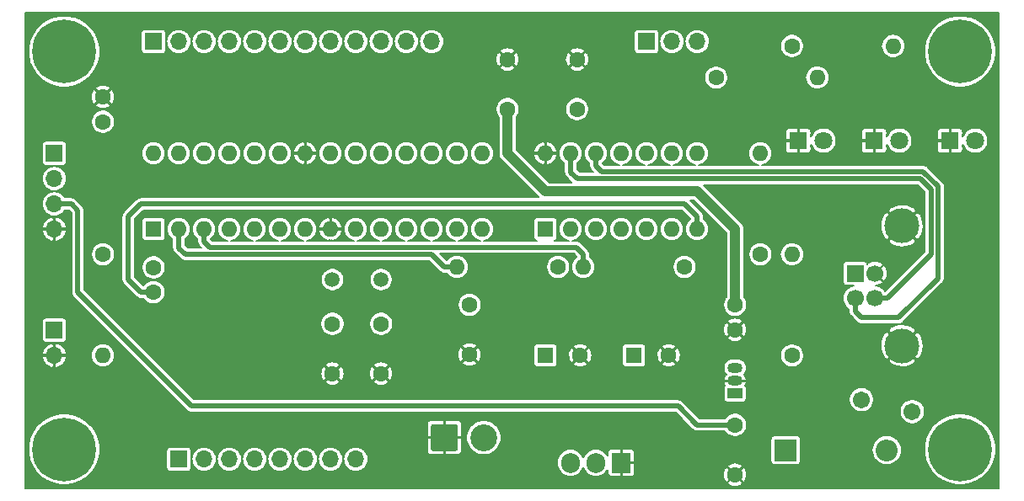
<source format=gbr>
G04 #@! TF.GenerationSoftware,KiCad,Pcbnew,(5.1.2)-2*
G04 #@! TF.CreationDate,2019-12-12T02:46:19+03:00*
G04 #@! TF.ProjectId,uController One,75436f6e-7472-46f6-9c6c-6572204f6e65,1*
G04 #@! TF.SameCoordinates,Original*
G04 #@! TF.FileFunction,Copper,L1,Top*
G04 #@! TF.FilePolarity,Positive*
%FSLAX46Y46*%
G04 Gerber Fmt 4.6, Leading zero omitted, Abs format (unit mm)*
G04 Created by KiCad (PCBNEW (5.1.2)-2) date 2019-12-12 02:46:19*
%MOMM*%
%LPD*%
G04 APERTURE LIST*
%ADD10C,1.500000*%
%ADD11C,1.600000*%
%ADD12R,1.600000X1.600000*%
%ADD13R,2.200000X2.200000*%
%ADD14O,2.200000X2.200000*%
%ADD15R,1.800000X1.800000*%
%ADD16C,1.800000*%
%ADD17C,1.710000*%
%ADD18C,0.800000*%
%ADD19C,6.400000*%
%ADD20C,0.100000*%
%ADD21C,2.700000*%
%ADD22R,1.700000X1.700000*%
%ADD23C,1.700000*%
%ADD24C,3.500000*%
%ADD25O,1.700000X1.700000*%
%ADD26O,1.600000X1.600000*%
%ADD27O,1.905000X2.000000*%
%ADD28R,1.905000X2.000000*%
%ADD29O,1.500000X1.050000*%
%ADD30R,1.500000X1.050000*%
%ADD31C,0.500000*%
%ADD32C,1.000000*%
%ADD33C,0.200000*%
G04 APERTURE END LIST*
D10*
X76830000Y-67940000D03*
X71950000Y-67940000D03*
D11*
X96840000Y-75560000D03*
D12*
X93340000Y-75560000D03*
X102230000Y-75560000D03*
D11*
X105730000Y-75560000D03*
X112395000Y-70480000D03*
X112395000Y-72980000D03*
X112395000Y-82550000D03*
X112395000Y-87550000D03*
X48890000Y-49570000D03*
X48890000Y-52070000D03*
X89535000Y-50800000D03*
X89535000Y-45800000D03*
X76830000Y-77385000D03*
X76830000Y-72385000D03*
X71950000Y-72385000D03*
X71950000Y-77385000D03*
X85720000Y-75480000D03*
X85720000Y-70480000D03*
X96520000Y-45800000D03*
X96520000Y-50800000D03*
D13*
X117475000Y-85090000D03*
D14*
X127635000Y-85090000D03*
D15*
X118740000Y-53970000D03*
D16*
X121280000Y-53970000D03*
D15*
X126360000Y-53970000D03*
D16*
X128900000Y-53970000D03*
X136520000Y-53970000D03*
D15*
X133980000Y-53970000D03*
D17*
X125095000Y-80010000D03*
X130195000Y-81210000D03*
D18*
X46697056Y-43302944D03*
X45000000Y-42600000D03*
X43302944Y-43302944D03*
X42600000Y-45000000D03*
X43302944Y-46697056D03*
X45000000Y-47400000D03*
X46697056Y-46697056D03*
X47400000Y-45000000D03*
D19*
X45000000Y-45000000D03*
X45000000Y-85000000D03*
D18*
X47400000Y-85000000D03*
X46697056Y-86697056D03*
X45000000Y-87400000D03*
X43302944Y-86697056D03*
X42600000Y-85000000D03*
X43302944Y-83302944D03*
X45000000Y-82600000D03*
X46697056Y-83302944D03*
D19*
X135000000Y-45000000D03*
D18*
X137400000Y-45000000D03*
X136697056Y-46697056D03*
X135000000Y-47400000D03*
X133302944Y-46697056D03*
X132600000Y-45000000D03*
X133302944Y-43302944D03*
X135000000Y-42600000D03*
X136697056Y-43302944D03*
X136697056Y-83302944D03*
X135000000Y-82600000D03*
X133302944Y-83302944D03*
X132600000Y-85000000D03*
X133302944Y-86697056D03*
X135000000Y-87400000D03*
X136697056Y-86697056D03*
X137400000Y-85000000D03*
D19*
X135000000Y-85000000D03*
D20*
G36*
X84309503Y-82471204D02*
G01*
X84333772Y-82474804D01*
X84357570Y-82480765D01*
X84380670Y-82489030D01*
X84402849Y-82499520D01*
X84423892Y-82512133D01*
X84443598Y-82526748D01*
X84461776Y-82543224D01*
X84478252Y-82561402D01*
X84492867Y-82581108D01*
X84505480Y-82602151D01*
X84515970Y-82624330D01*
X84524235Y-82647430D01*
X84530196Y-82671228D01*
X84533796Y-82695497D01*
X84535000Y-82720001D01*
X84535000Y-84919999D01*
X84533796Y-84944503D01*
X84530196Y-84968772D01*
X84524235Y-84992570D01*
X84515970Y-85015670D01*
X84505480Y-85037849D01*
X84492867Y-85058892D01*
X84478252Y-85078598D01*
X84461776Y-85096776D01*
X84443598Y-85113252D01*
X84423892Y-85127867D01*
X84402849Y-85140480D01*
X84380670Y-85150970D01*
X84357570Y-85159235D01*
X84333772Y-85165196D01*
X84309503Y-85168796D01*
X84284999Y-85170000D01*
X82085001Y-85170000D01*
X82060497Y-85168796D01*
X82036228Y-85165196D01*
X82012430Y-85159235D01*
X81989330Y-85150970D01*
X81967151Y-85140480D01*
X81946108Y-85127867D01*
X81926402Y-85113252D01*
X81908224Y-85096776D01*
X81891748Y-85078598D01*
X81877133Y-85058892D01*
X81864520Y-85037849D01*
X81854030Y-85015670D01*
X81845765Y-84992570D01*
X81839804Y-84968772D01*
X81836204Y-84944503D01*
X81835000Y-84919999D01*
X81835000Y-82720001D01*
X81836204Y-82695497D01*
X81839804Y-82671228D01*
X81845765Y-82647430D01*
X81854030Y-82624330D01*
X81864520Y-82602151D01*
X81877133Y-82581108D01*
X81891748Y-82561402D01*
X81908224Y-82543224D01*
X81926402Y-82526748D01*
X81946108Y-82512133D01*
X81967151Y-82499520D01*
X81989330Y-82489030D01*
X82012430Y-82480765D01*
X82036228Y-82474804D01*
X82060497Y-82471204D01*
X82085001Y-82470000D01*
X84284999Y-82470000D01*
X84309503Y-82471204D01*
X84309503Y-82471204D01*
G37*
D21*
X83185000Y-83820000D03*
X87145000Y-83820000D03*
D22*
X124460000Y-67310000D03*
D23*
X124460000Y-69810000D03*
X126460000Y-69810000D03*
X126460000Y-67310000D03*
D24*
X129170000Y-62540000D03*
X129170000Y-74580000D03*
D22*
X44000000Y-73020000D03*
D25*
X44000000Y-75560000D03*
D22*
X53970000Y-44000000D03*
D25*
X56510000Y-44000000D03*
X59050000Y-44000000D03*
X61590000Y-44000000D03*
X64130000Y-44000000D03*
X66670000Y-44000000D03*
X69210000Y-44000000D03*
X71750000Y-44000000D03*
X74290000Y-44000000D03*
X76830000Y-44000000D03*
X79370000Y-44000000D03*
X81910000Y-44000000D03*
D22*
X56510000Y-86000000D03*
D25*
X59050000Y-86000000D03*
X61590000Y-86000000D03*
X64130000Y-86000000D03*
X66670000Y-86000000D03*
X69210000Y-86000000D03*
X71750000Y-86000000D03*
X74290000Y-86000000D03*
D26*
X114930000Y-55240000D03*
D11*
X114930000Y-65400000D03*
X48890000Y-65400000D03*
D26*
X48890000Y-75560000D03*
D11*
X110490000Y-47625000D03*
D26*
X120650000Y-47625000D03*
X128270000Y-44450000D03*
D11*
X118110000Y-44450000D03*
D26*
X97150000Y-66670000D03*
D11*
X107310000Y-66670000D03*
X94610000Y-66670000D03*
D26*
X84450000Y-66670000D03*
D27*
X95880000Y-86360000D03*
X98420000Y-86360000D03*
D28*
X100960000Y-86360000D03*
D29*
X112395000Y-78105000D03*
X112395000Y-76835000D03*
D30*
X112395000Y-79375000D03*
D12*
X53970000Y-62860000D03*
D26*
X86990000Y-55240000D03*
X56510000Y-62860000D03*
X84450000Y-55240000D03*
X59050000Y-62860000D03*
X81910000Y-55240000D03*
X61590000Y-62860000D03*
X79370000Y-55240000D03*
X64130000Y-62860000D03*
X76830000Y-55240000D03*
X66670000Y-62860000D03*
X74290000Y-55240000D03*
X69210000Y-62860000D03*
X71750000Y-55240000D03*
X71750000Y-62860000D03*
X69210000Y-55240000D03*
X74290000Y-62860000D03*
X66670000Y-55240000D03*
X76830000Y-62860000D03*
X64130000Y-55240000D03*
X79370000Y-62860000D03*
X61590000Y-55240000D03*
X81910000Y-62860000D03*
X59050000Y-55240000D03*
X84450000Y-62860000D03*
X56510000Y-55240000D03*
X86990000Y-62860000D03*
X53970000Y-55240000D03*
D12*
X93340000Y-62860000D03*
D26*
X108580000Y-55240000D03*
X95880000Y-62860000D03*
X106040000Y-55240000D03*
X98420000Y-62860000D03*
X103500000Y-55240000D03*
X100960000Y-62860000D03*
X100960000Y-55240000D03*
X103500000Y-62860000D03*
X98420000Y-55240000D03*
X106040000Y-62860000D03*
X95880000Y-55240000D03*
X108580000Y-62860000D03*
X93340000Y-55240000D03*
D11*
X53970000Y-69210000D03*
X53970000Y-66710000D03*
D22*
X44000000Y-55240000D03*
D25*
X44000000Y-57780000D03*
X44000000Y-60320000D03*
X44000000Y-62860000D03*
D22*
X103505000Y-44000000D03*
D25*
X106045000Y-44000000D03*
X108585000Y-44000000D03*
D11*
X118110000Y-75565000D03*
D26*
X118110000Y-65405000D03*
D31*
X125095000Y-71755000D02*
X124460000Y-71120000D01*
X128834989Y-71755000D02*
X125095000Y-71755000D01*
X124460000Y-71120000D02*
X124460000Y-69810000D01*
X98420000Y-56510000D02*
X98989989Y-57079989D01*
X98420000Y-55240000D02*
X98420000Y-56510000D01*
X98989989Y-57079989D02*
X131301471Y-57079989D01*
X131301471Y-57079989D02*
X132780011Y-58558529D01*
X132780011Y-58558529D02*
X132780011Y-67809978D01*
X132780011Y-67809978D02*
X128834989Y-71755000D01*
X127675000Y-69810000D02*
X126460000Y-69810000D01*
X95880000Y-57145000D02*
X96515000Y-57780000D01*
X96515000Y-57780000D02*
X131011518Y-57780000D01*
X131011518Y-57780000D02*
X132080000Y-58848482D01*
X132080000Y-58848482D02*
X132080000Y-65405000D01*
X95880000Y-55240000D02*
X95880000Y-57145000D01*
X132080000Y-65405000D02*
X127675000Y-69810000D01*
X59050000Y-64130000D02*
X59050000Y-62860000D01*
X59619989Y-64699989D02*
X59050000Y-64130000D01*
X96449989Y-64699989D02*
X59619989Y-64699989D01*
X97150000Y-66670000D02*
X97150000Y-65400000D01*
X97150000Y-65400000D02*
X96449989Y-64699989D01*
X83180000Y-66670000D02*
X81910000Y-65400000D01*
X84450000Y-66670000D02*
X83180000Y-66670000D01*
X81910000Y-65400000D02*
X57145000Y-65400000D01*
X57145000Y-65400000D02*
X56510000Y-64765000D01*
X56510000Y-64765000D02*
X56510000Y-62860000D01*
X52700000Y-69210000D02*
X53970000Y-69210000D01*
X108580000Y-61590000D02*
X107310000Y-60320000D01*
X107310000Y-60320000D02*
X52700000Y-60320000D01*
X52700000Y-60320000D02*
X51430000Y-61590000D01*
X51430000Y-61590000D02*
X51430000Y-67940000D01*
X108580000Y-62860000D02*
X108580000Y-61590000D01*
X51430000Y-67940000D02*
X52700000Y-69210000D01*
D32*
X112395000Y-68580000D02*
X112395000Y-70480000D01*
X112395000Y-62865000D02*
X112395000Y-68580000D01*
X108585000Y-59055000D02*
X112395000Y-62865000D01*
X93345000Y-59055000D02*
X108585000Y-59055000D01*
X89535000Y-50800000D02*
X89535000Y-55245000D01*
X89535000Y-55245000D02*
X93345000Y-59055000D01*
X43815000Y-60325000D02*
X43810000Y-60320000D01*
D31*
X45720000Y-60325000D02*
X46355000Y-60960000D01*
X46355000Y-60960000D02*
X46355000Y-69215000D01*
X46355000Y-69215000D02*
X57785000Y-80645000D01*
X57785000Y-80645000D02*
X106680000Y-80645000D01*
X108585000Y-82550000D02*
X106680000Y-80645000D01*
X112395000Y-82550000D02*
X108585000Y-82550000D01*
X44000000Y-60325000D02*
X45720000Y-60325000D01*
D33*
G36*
X138900000Y-88900000D02*
G01*
X41100000Y-88900000D01*
X41100000Y-84645431D01*
X41400000Y-84645431D01*
X41400000Y-85354569D01*
X41538346Y-86050081D01*
X41809721Y-86705240D01*
X42203697Y-87294866D01*
X42705134Y-87796303D01*
X43294760Y-88190279D01*
X43949919Y-88461654D01*
X44645431Y-88600000D01*
X45354569Y-88600000D01*
X46050081Y-88461654D01*
X46279854Y-88366479D01*
X111649232Y-88366479D01*
X111727305Y-88554068D01*
X111936019Y-88665036D01*
X112162371Y-88733153D01*
X112397663Y-88755802D01*
X112632852Y-88732114D01*
X112858900Y-88662997D01*
X113062695Y-88554068D01*
X113140768Y-88366479D01*
X112395000Y-87620711D01*
X111649232Y-88366479D01*
X46279854Y-88366479D01*
X46705240Y-88190279D01*
X47294866Y-87796303D01*
X47796303Y-87294866D01*
X48190279Y-86705240D01*
X48461654Y-86050081D01*
X48600000Y-85354569D01*
X48600000Y-85150000D01*
X55258065Y-85150000D01*
X55258065Y-86850000D01*
X55265788Y-86928414D01*
X55288660Y-87003814D01*
X55325803Y-87073303D01*
X55375789Y-87134211D01*
X55436697Y-87184197D01*
X55506186Y-87221340D01*
X55581586Y-87244212D01*
X55660000Y-87251935D01*
X57360000Y-87251935D01*
X57438414Y-87244212D01*
X57513814Y-87221340D01*
X57583303Y-87184197D01*
X57644211Y-87134211D01*
X57694197Y-87073303D01*
X57731340Y-87003814D01*
X57754212Y-86928414D01*
X57761935Y-86850000D01*
X57761935Y-86000000D01*
X57793952Y-86000000D01*
X57818087Y-86245043D01*
X57889563Y-86480669D01*
X58005634Y-86697823D01*
X58161840Y-86888160D01*
X58352177Y-87044366D01*
X58569331Y-87160437D01*
X58804957Y-87231913D01*
X58988595Y-87250000D01*
X59111405Y-87250000D01*
X59295043Y-87231913D01*
X59530669Y-87160437D01*
X59747823Y-87044366D01*
X59938160Y-86888160D01*
X60094366Y-86697823D01*
X60210437Y-86480669D01*
X60281913Y-86245043D01*
X60306048Y-86000000D01*
X60333952Y-86000000D01*
X60358087Y-86245043D01*
X60429563Y-86480669D01*
X60545634Y-86697823D01*
X60701840Y-86888160D01*
X60892177Y-87044366D01*
X61109331Y-87160437D01*
X61344957Y-87231913D01*
X61528595Y-87250000D01*
X61651405Y-87250000D01*
X61835043Y-87231913D01*
X62070669Y-87160437D01*
X62287823Y-87044366D01*
X62478160Y-86888160D01*
X62634366Y-86697823D01*
X62750437Y-86480669D01*
X62821913Y-86245043D01*
X62846048Y-86000000D01*
X62873952Y-86000000D01*
X62898087Y-86245043D01*
X62969563Y-86480669D01*
X63085634Y-86697823D01*
X63241840Y-86888160D01*
X63432177Y-87044366D01*
X63649331Y-87160437D01*
X63884957Y-87231913D01*
X64068595Y-87250000D01*
X64191405Y-87250000D01*
X64375043Y-87231913D01*
X64610669Y-87160437D01*
X64827823Y-87044366D01*
X65018160Y-86888160D01*
X65174366Y-86697823D01*
X65290437Y-86480669D01*
X65361913Y-86245043D01*
X65386048Y-86000000D01*
X65413952Y-86000000D01*
X65438087Y-86245043D01*
X65509563Y-86480669D01*
X65625634Y-86697823D01*
X65781840Y-86888160D01*
X65972177Y-87044366D01*
X66189331Y-87160437D01*
X66424957Y-87231913D01*
X66608595Y-87250000D01*
X66731405Y-87250000D01*
X66915043Y-87231913D01*
X67150669Y-87160437D01*
X67367823Y-87044366D01*
X67558160Y-86888160D01*
X67714366Y-86697823D01*
X67830437Y-86480669D01*
X67901913Y-86245043D01*
X67926048Y-86000000D01*
X67953952Y-86000000D01*
X67978087Y-86245043D01*
X68049563Y-86480669D01*
X68165634Y-86697823D01*
X68321840Y-86888160D01*
X68512177Y-87044366D01*
X68729331Y-87160437D01*
X68964957Y-87231913D01*
X69148595Y-87250000D01*
X69271405Y-87250000D01*
X69455043Y-87231913D01*
X69690669Y-87160437D01*
X69907823Y-87044366D01*
X70098160Y-86888160D01*
X70254366Y-86697823D01*
X70370437Y-86480669D01*
X70441913Y-86245043D01*
X70466048Y-86000000D01*
X70493952Y-86000000D01*
X70518087Y-86245043D01*
X70589563Y-86480669D01*
X70705634Y-86697823D01*
X70861840Y-86888160D01*
X71052177Y-87044366D01*
X71269331Y-87160437D01*
X71504957Y-87231913D01*
X71688595Y-87250000D01*
X71811405Y-87250000D01*
X71995043Y-87231913D01*
X72230669Y-87160437D01*
X72447823Y-87044366D01*
X72638160Y-86888160D01*
X72794366Y-86697823D01*
X72910437Y-86480669D01*
X72981913Y-86245043D01*
X73006048Y-86000000D01*
X73033952Y-86000000D01*
X73058087Y-86245043D01*
X73129563Y-86480669D01*
X73245634Y-86697823D01*
X73401840Y-86888160D01*
X73592177Y-87044366D01*
X73809331Y-87160437D01*
X74044957Y-87231913D01*
X74228595Y-87250000D01*
X74351405Y-87250000D01*
X74535043Y-87231913D01*
X74770669Y-87160437D01*
X74987823Y-87044366D01*
X75178160Y-86888160D01*
X75334366Y-86697823D01*
X75450437Y-86480669D01*
X75521604Y-86246059D01*
X94527500Y-86246059D01*
X94527500Y-86473940D01*
X94547070Y-86672635D01*
X94624407Y-86927583D01*
X94749996Y-87162543D01*
X94919011Y-87368488D01*
X95124956Y-87537504D01*
X95359916Y-87663093D01*
X95614864Y-87740430D01*
X95880000Y-87766544D01*
X96145135Y-87740430D01*
X96400083Y-87663093D01*
X96635043Y-87537504D01*
X96840988Y-87368489D01*
X97010004Y-87162544D01*
X97135593Y-86927584D01*
X97150000Y-86880090D01*
X97164407Y-86927583D01*
X97289996Y-87162543D01*
X97459011Y-87368488D01*
X97664956Y-87537504D01*
X97899916Y-87663093D01*
X98154864Y-87740430D01*
X98420000Y-87766544D01*
X98685135Y-87740430D01*
X98940083Y-87663093D01*
X99175043Y-87537504D01*
X99380988Y-87368489D01*
X99550004Y-87162544D01*
X99606254Y-87057308D01*
X99605565Y-87360000D01*
X99613288Y-87438414D01*
X99636160Y-87513814D01*
X99673303Y-87583303D01*
X99723289Y-87644211D01*
X99784197Y-87694197D01*
X99853686Y-87731340D01*
X99929086Y-87754212D01*
X100007500Y-87761935D01*
X100810000Y-87760000D01*
X100910000Y-87660000D01*
X100910000Y-86410000D01*
X101010000Y-86410000D01*
X101010000Y-87660000D01*
X101110000Y-87760000D01*
X101912500Y-87761935D01*
X101990914Y-87754212D01*
X102066314Y-87731340D01*
X102135803Y-87694197D01*
X102196711Y-87644211D01*
X102246697Y-87583303D01*
X102263074Y-87552663D01*
X111189198Y-87552663D01*
X111212886Y-87787852D01*
X111282003Y-88013900D01*
X111390932Y-88217695D01*
X111578521Y-88295768D01*
X112324289Y-87550000D01*
X112465711Y-87550000D01*
X113211479Y-88295768D01*
X113399068Y-88217695D01*
X113510036Y-88008981D01*
X113578153Y-87782629D01*
X113600802Y-87547337D01*
X113577114Y-87312148D01*
X113507997Y-87086100D01*
X113399068Y-86882305D01*
X113211479Y-86804232D01*
X112465711Y-87550000D01*
X112324289Y-87550000D01*
X111578521Y-86804232D01*
X111390932Y-86882305D01*
X111279964Y-87091019D01*
X111211847Y-87317371D01*
X111189198Y-87552663D01*
X102263074Y-87552663D01*
X102283840Y-87513814D01*
X102306712Y-87438414D01*
X102314435Y-87360000D01*
X102313009Y-86733521D01*
X111649232Y-86733521D01*
X112395000Y-87479289D01*
X113140768Y-86733521D01*
X113062695Y-86545932D01*
X112853981Y-86434964D01*
X112627629Y-86366847D01*
X112392337Y-86344198D01*
X112157148Y-86367886D01*
X111931100Y-86437003D01*
X111727305Y-86545932D01*
X111649232Y-86733521D01*
X102313009Y-86733521D01*
X102312500Y-86510000D01*
X102212500Y-86410000D01*
X101010000Y-86410000D01*
X100910000Y-86410000D01*
X100890000Y-86410000D01*
X100890000Y-86310000D01*
X100910000Y-86310000D01*
X100910000Y-85060000D01*
X101010000Y-85060000D01*
X101010000Y-86310000D01*
X102212500Y-86310000D01*
X102312500Y-86210000D01*
X102314435Y-85360000D01*
X102306712Y-85281586D01*
X102283840Y-85206186D01*
X102246697Y-85136697D01*
X102196711Y-85075789D01*
X102135803Y-85025803D01*
X102066314Y-84988660D01*
X101990914Y-84965788D01*
X101912500Y-84958065D01*
X101110000Y-84960000D01*
X101010000Y-85060000D01*
X100910000Y-85060000D01*
X100810000Y-84960000D01*
X100007500Y-84958065D01*
X99929086Y-84965788D01*
X99853686Y-84988660D01*
X99784197Y-85025803D01*
X99723289Y-85075789D01*
X99673303Y-85136697D01*
X99636160Y-85206186D01*
X99613288Y-85281586D01*
X99605565Y-85360000D01*
X99606254Y-85662693D01*
X99550004Y-85557457D01*
X99380989Y-85351511D01*
X99175044Y-85182496D01*
X98940084Y-85056907D01*
X98685136Y-84979570D01*
X98420000Y-84953456D01*
X98154865Y-84979570D01*
X97899917Y-85056907D01*
X97664957Y-85182496D01*
X97459012Y-85351511D01*
X97289996Y-85557456D01*
X97164407Y-85792416D01*
X97150000Y-85839910D01*
X97135593Y-85792417D01*
X97010004Y-85557457D01*
X96840989Y-85351511D01*
X96635044Y-85182496D01*
X96400084Y-85056907D01*
X96145136Y-84979570D01*
X95880000Y-84953456D01*
X95614865Y-84979570D01*
X95359917Y-85056907D01*
X95124957Y-85182496D01*
X94919012Y-85351511D01*
X94749996Y-85557456D01*
X94624407Y-85792416D01*
X94547070Y-86047364D01*
X94527500Y-86246059D01*
X75521604Y-86246059D01*
X75521913Y-86245043D01*
X75546048Y-86000000D01*
X75521913Y-85754957D01*
X75450437Y-85519331D01*
X75334366Y-85302177D01*
X75225891Y-85170000D01*
X81433065Y-85170000D01*
X81440788Y-85248414D01*
X81463660Y-85323814D01*
X81500803Y-85393303D01*
X81550789Y-85454211D01*
X81611697Y-85504197D01*
X81681186Y-85541340D01*
X81756586Y-85564212D01*
X81835000Y-85571935D01*
X83035000Y-85570000D01*
X83135000Y-85470000D01*
X83135000Y-83870000D01*
X83235000Y-83870000D01*
X83235000Y-85470000D01*
X83335000Y-85570000D01*
X84535000Y-85571935D01*
X84613414Y-85564212D01*
X84688814Y-85541340D01*
X84758303Y-85504197D01*
X84819211Y-85454211D01*
X84869197Y-85393303D01*
X84906340Y-85323814D01*
X84929212Y-85248414D01*
X84936935Y-85170000D01*
X84935000Y-83970000D01*
X84835000Y-83870000D01*
X83235000Y-83870000D01*
X83135000Y-83870000D01*
X81535000Y-83870000D01*
X81435000Y-83970000D01*
X81433065Y-85170000D01*
X75225891Y-85170000D01*
X75178160Y-85111840D01*
X74987823Y-84955634D01*
X74770669Y-84839563D01*
X74535043Y-84768087D01*
X74351405Y-84750000D01*
X74228595Y-84750000D01*
X74044957Y-84768087D01*
X73809331Y-84839563D01*
X73592177Y-84955634D01*
X73401840Y-85111840D01*
X73245634Y-85302177D01*
X73129563Y-85519331D01*
X73058087Y-85754957D01*
X73033952Y-86000000D01*
X73006048Y-86000000D01*
X72981913Y-85754957D01*
X72910437Y-85519331D01*
X72794366Y-85302177D01*
X72638160Y-85111840D01*
X72447823Y-84955634D01*
X72230669Y-84839563D01*
X71995043Y-84768087D01*
X71811405Y-84750000D01*
X71688595Y-84750000D01*
X71504957Y-84768087D01*
X71269331Y-84839563D01*
X71052177Y-84955634D01*
X70861840Y-85111840D01*
X70705634Y-85302177D01*
X70589563Y-85519331D01*
X70518087Y-85754957D01*
X70493952Y-86000000D01*
X70466048Y-86000000D01*
X70441913Y-85754957D01*
X70370437Y-85519331D01*
X70254366Y-85302177D01*
X70098160Y-85111840D01*
X69907823Y-84955634D01*
X69690669Y-84839563D01*
X69455043Y-84768087D01*
X69271405Y-84750000D01*
X69148595Y-84750000D01*
X68964957Y-84768087D01*
X68729331Y-84839563D01*
X68512177Y-84955634D01*
X68321840Y-85111840D01*
X68165634Y-85302177D01*
X68049563Y-85519331D01*
X67978087Y-85754957D01*
X67953952Y-86000000D01*
X67926048Y-86000000D01*
X67901913Y-85754957D01*
X67830437Y-85519331D01*
X67714366Y-85302177D01*
X67558160Y-85111840D01*
X67367823Y-84955634D01*
X67150669Y-84839563D01*
X66915043Y-84768087D01*
X66731405Y-84750000D01*
X66608595Y-84750000D01*
X66424957Y-84768087D01*
X66189331Y-84839563D01*
X65972177Y-84955634D01*
X65781840Y-85111840D01*
X65625634Y-85302177D01*
X65509563Y-85519331D01*
X65438087Y-85754957D01*
X65413952Y-86000000D01*
X65386048Y-86000000D01*
X65361913Y-85754957D01*
X65290437Y-85519331D01*
X65174366Y-85302177D01*
X65018160Y-85111840D01*
X64827823Y-84955634D01*
X64610669Y-84839563D01*
X64375043Y-84768087D01*
X64191405Y-84750000D01*
X64068595Y-84750000D01*
X63884957Y-84768087D01*
X63649331Y-84839563D01*
X63432177Y-84955634D01*
X63241840Y-85111840D01*
X63085634Y-85302177D01*
X62969563Y-85519331D01*
X62898087Y-85754957D01*
X62873952Y-86000000D01*
X62846048Y-86000000D01*
X62821913Y-85754957D01*
X62750437Y-85519331D01*
X62634366Y-85302177D01*
X62478160Y-85111840D01*
X62287823Y-84955634D01*
X62070669Y-84839563D01*
X61835043Y-84768087D01*
X61651405Y-84750000D01*
X61528595Y-84750000D01*
X61344957Y-84768087D01*
X61109331Y-84839563D01*
X60892177Y-84955634D01*
X60701840Y-85111840D01*
X60545634Y-85302177D01*
X60429563Y-85519331D01*
X60358087Y-85754957D01*
X60333952Y-86000000D01*
X60306048Y-86000000D01*
X60281913Y-85754957D01*
X60210437Y-85519331D01*
X60094366Y-85302177D01*
X59938160Y-85111840D01*
X59747823Y-84955634D01*
X59530669Y-84839563D01*
X59295043Y-84768087D01*
X59111405Y-84750000D01*
X58988595Y-84750000D01*
X58804957Y-84768087D01*
X58569331Y-84839563D01*
X58352177Y-84955634D01*
X58161840Y-85111840D01*
X58005634Y-85302177D01*
X57889563Y-85519331D01*
X57818087Y-85754957D01*
X57793952Y-86000000D01*
X57761935Y-86000000D01*
X57761935Y-85150000D01*
X57754212Y-85071586D01*
X57731340Y-84996186D01*
X57694197Y-84926697D01*
X57644211Y-84865789D01*
X57583303Y-84815803D01*
X57513814Y-84778660D01*
X57438414Y-84755788D01*
X57360000Y-84748065D01*
X55660000Y-84748065D01*
X55581586Y-84755788D01*
X55506186Y-84778660D01*
X55436697Y-84815803D01*
X55375789Y-84865789D01*
X55325803Y-84926697D01*
X55288660Y-84996186D01*
X55265788Y-85071586D01*
X55258065Y-85150000D01*
X48600000Y-85150000D01*
X48600000Y-84645431D01*
X48461654Y-83949919D01*
X48190279Y-83294760D01*
X47796303Y-82705134D01*
X47561169Y-82470000D01*
X81433065Y-82470000D01*
X81435000Y-83670000D01*
X81535000Y-83770000D01*
X83135000Y-83770000D01*
X83135000Y-82170000D01*
X83235000Y-82170000D01*
X83235000Y-83770000D01*
X84835000Y-83770000D01*
X84935000Y-83670000D01*
X84935036Y-83647640D01*
X85395000Y-83647640D01*
X85395000Y-83992360D01*
X85462251Y-84330456D01*
X85594170Y-84648936D01*
X85785686Y-84935560D01*
X86029440Y-85179314D01*
X86316064Y-85370830D01*
X86634544Y-85502749D01*
X86972640Y-85570000D01*
X87317360Y-85570000D01*
X87655456Y-85502749D01*
X87973936Y-85370830D01*
X88260560Y-85179314D01*
X88504314Y-84935560D01*
X88695830Y-84648936D01*
X88827749Y-84330456D01*
X88895000Y-83992360D01*
X88895000Y-83990000D01*
X115973065Y-83990000D01*
X115973065Y-86190000D01*
X115980788Y-86268414D01*
X116003660Y-86343814D01*
X116040803Y-86413303D01*
X116090789Y-86474211D01*
X116151697Y-86524197D01*
X116221186Y-86561340D01*
X116296586Y-86584212D01*
X116375000Y-86591935D01*
X118575000Y-86591935D01*
X118653414Y-86584212D01*
X118728814Y-86561340D01*
X118798303Y-86524197D01*
X118859211Y-86474211D01*
X118909197Y-86413303D01*
X118946340Y-86343814D01*
X118969212Y-86268414D01*
X118976935Y-86190000D01*
X118976935Y-85090000D01*
X126127743Y-85090000D01*
X126156705Y-85384051D01*
X126242476Y-85666802D01*
X126381762Y-85927387D01*
X126569208Y-86155792D01*
X126797613Y-86343238D01*
X127058198Y-86482524D01*
X127340949Y-86568295D01*
X127561320Y-86590000D01*
X127708680Y-86590000D01*
X127929051Y-86568295D01*
X128211802Y-86482524D01*
X128472387Y-86343238D01*
X128700792Y-86155792D01*
X128888238Y-85927387D01*
X129027524Y-85666802D01*
X129113295Y-85384051D01*
X129142257Y-85090000D01*
X129113295Y-84795949D01*
X129067637Y-84645431D01*
X131400000Y-84645431D01*
X131400000Y-85354569D01*
X131538346Y-86050081D01*
X131809721Y-86705240D01*
X132203697Y-87294866D01*
X132705134Y-87796303D01*
X133294760Y-88190279D01*
X133949919Y-88461654D01*
X134645431Y-88600000D01*
X135354569Y-88600000D01*
X136050081Y-88461654D01*
X136705240Y-88190279D01*
X137294866Y-87796303D01*
X137796303Y-87294866D01*
X138190279Y-86705240D01*
X138461654Y-86050081D01*
X138600000Y-85354569D01*
X138600000Y-84645431D01*
X138461654Y-83949919D01*
X138190279Y-83294760D01*
X137796303Y-82705134D01*
X137294866Y-82203697D01*
X136705240Y-81809721D01*
X136050081Y-81538346D01*
X135354569Y-81400000D01*
X134645431Y-81400000D01*
X133949919Y-81538346D01*
X133294760Y-81809721D01*
X132705134Y-82203697D01*
X132203697Y-82705134D01*
X131809721Y-83294760D01*
X131538346Y-83949919D01*
X131400000Y-84645431D01*
X129067637Y-84645431D01*
X129027524Y-84513198D01*
X128888238Y-84252613D01*
X128700792Y-84024208D01*
X128472387Y-83836762D01*
X128211802Y-83697476D01*
X127929051Y-83611705D01*
X127708680Y-83590000D01*
X127561320Y-83590000D01*
X127340949Y-83611705D01*
X127058198Y-83697476D01*
X126797613Y-83836762D01*
X126569208Y-84024208D01*
X126381762Y-84252613D01*
X126242476Y-84513198D01*
X126156705Y-84795949D01*
X126127743Y-85090000D01*
X118976935Y-85090000D01*
X118976935Y-83990000D01*
X118969212Y-83911586D01*
X118946340Y-83836186D01*
X118909197Y-83766697D01*
X118859211Y-83705789D01*
X118798303Y-83655803D01*
X118728814Y-83618660D01*
X118653414Y-83595788D01*
X118575000Y-83588065D01*
X116375000Y-83588065D01*
X116296586Y-83595788D01*
X116221186Y-83618660D01*
X116151697Y-83655803D01*
X116090789Y-83705789D01*
X116040803Y-83766697D01*
X116003660Y-83836186D01*
X115980788Y-83911586D01*
X115973065Y-83990000D01*
X88895000Y-83990000D01*
X88895000Y-83647640D01*
X88827749Y-83309544D01*
X88695830Y-82991064D01*
X88504314Y-82704440D01*
X88260560Y-82460686D01*
X87973936Y-82269170D01*
X87655456Y-82137251D01*
X87317360Y-82070000D01*
X86972640Y-82070000D01*
X86634544Y-82137251D01*
X86316064Y-82269170D01*
X86029440Y-82460686D01*
X85785686Y-82704440D01*
X85594170Y-82991064D01*
X85462251Y-83309544D01*
X85395000Y-83647640D01*
X84935036Y-83647640D01*
X84936935Y-82470000D01*
X84929212Y-82391586D01*
X84906340Y-82316186D01*
X84869197Y-82246697D01*
X84819211Y-82185789D01*
X84758303Y-82135803D01*
X84688814Y-82098660D01*
X84613414Y-82075788D01*
X84535000Y-82068065D01*
X83335000Y-82070000D01*
X83235000Y-82170000D01*
X83135000Y-82170000D01*
X83035000Y-82070000D01*
X81835000Y-82068065D01*
X81756586Y-82075788D01*
X81681186Y-82098660D01*
X81611697Y-82135803D01*
X81550789Y-82185789D01*
X81500803Y-82246697D01*
X81463660Y-82316186D01*
X81440788Y-82391586D01*
X81433065Y-82470000D01*
X47561169Y-82470000D01*
X47294866Y-82203697D01*
X46705240Y-81809721D01*
X46050081Y-81538346D01*
X45354569Y-81400000D01*
X44645431Y-81400000D01*
X43949919Y-81538346D01*
X43294760Y-81809721D01*
X42705134Y-82203697D01*
X42203697Y-82705134D01*
X41809721Y-83294760D01*
X41538346Y-83949919D01*
X41400000Y-84645431D01*
X41100000Y-84645431D01*
X41100000Y-75804771D01*
X42774199Y-75804771D01*
X42844795Y-76037500D01*
X42960148Y-76253694D01*
X43115461Y-76443230D01*
X43304767Y-76598824D01*
X43520790Y-76714497D01*
X43755229Y-76785803D01*
X43950000Y-76709002D01*
X43950000Y-75610000D01*
X44050000Y-75610000D01*
X44050000Y-76709002D01*
X44244771Y-76785803D01*
X44479210Y-76714497D01*
X44695233Y-76598824D01*
X44884539Y-76443230D01*
X45039852Y-76253694D01*
X45155205Y-76037500D01*
X45225801Y-75804771D01*
X45148913Y-75610000D01*
X44050000Y-75610000D01*
X43950000Y-75610000D01*
X42851087Y-75610000D01*
X42774199Y-75804771D01*
X41100000Y-75804771D01*
X41100000Y-75560000D01*
X47684194Y-75560000D01*
X47707363Y-75795241D01*
X47775981Y-76021442D01*
X47887409Y-76229910D01*
X48037366Y-76412634D01*
X48220090Y-76562591D01*
X48428558Y-76674019D01*
X48654759Y-76742637D01*
X48831050Y-76760000D01*
X48948950Y-76760000D01*
X49125241Y-76742637D01*
X49351442Y-76674019D01*
X49559910Y-76562591D01*
X49742634Y-76412634D01*
X49892591Y-76229910D01*
X50004019Y-76021442D01*
X50072637Y-75795241D01*
X50095806Y-75560000D01*
X50072637Y-75324759D01*
X50004019Y-75098558D01*
X49892591Y-74890090D01*
X49742634Y-74707366D01*
X49559910Y-74557409D01*
X49351442Y-74445981D01*
X49125241Y-74377363D01*
X48948950Y-74360000D01*
X48831050Y-74360000D01*
X48654759Y-74377363D01*
X48428558Y-74445981D01*
X48220090Y-74557409D01*
X48037366Y-74707366D01*
X47887409Y-74890090D01*
X47775981Y-75098558D01*
X47707363Y-75324759D01*
X47684194Y-75560000D01*
X41100000Y-75560000D01*
X41100000Y-75315229D01*
X42774199Y-75315229D01*
X42851087Y-75510000D01*
X43950000Y-75510000D01*
X43950000Y-74410998D01*
X44050000Y-74410998D01*
X44050000Y-75510000D01*
X45148913Y-75510000D01*
X45225801Y-75315229D01*
X45155205Y-75082500D01*
X45039852Y-74866306D01*
X44884539Y-74676770D01*
X44695233Y-74521176D01*
X44479210Y-74405503D01*
X44244771Y-74334197D01*
X44050000Y-74410998D01*
X43950000Y-74410998D01*
X43755229Y-74334197D01*
X43520790Y-74405503D01*
X43304767Y-74521176D01*
X43115461Y-74676770D01*
X42960148Y-74866306D01*
X42844795Y-75082500D01*
X42774199Y-75315229D01*
X41100000Y-75315229D01*
X41100000Y-72170000D01*
X42748065Y-72170000D01*
X42748065Y-73870000D01*
X42755788Y-73948414D01*
X42778660Y-74023814D01*
X42815803Y-74093303D01*
X42865789Y-74154211D01*
X42926697Y-74204197D01*
X42996186Y-74241340D01*
X43071586Y-74264212D01*
X43150000Y-74271935D01*
X44850000Y-74271935D01*
X44928414Y-74264212D01*
X45003814Y-74241340D01*
X45073303Y-74204197D01*
X45134211Y-74154211D01*
X45184197Y-74093303D01*
X45221340Y-74023814D01*
X45244212Y-73948414D01*
X45251935Y-73870000D01*
X45251935Y-72170000D01*
X45244212Y-72091586D01*
X45221340Y-72016186D01*
X45184197Y-71946697D01*
X45134211Y-71885789D01*
X45073303Y-71835803D01*
X45003814Y-71798660D01*
X44928414Y-71775788D01*
X44850000Y-71768065D01*
X43150000Y-71768065D01*
X43071586Y-71775788D01*
X42996186Y-71798660D01*
X42926697Y-71835803D01*
X42865789Y-71885789D01*
X42815803Y-71946697D01*
X42778660Y-72016186D01*
X42755788Y-72091586D01*
X42748065Y-72170000D01*
X41100000Y-72170000D01*
X41100000Y-63104771D01*
X42774199Y-63104771D01*
X42844795Y-63337500D01*
X42960148Y-63553694D01*
X43115461Y-63743230D01*
X43304767Y-63898824D01*
X43520790Y-64014497D01*
X43755229Y-64085803D01*
X43950000Y-64009002D01*
X43950000Y-62910000D01*
X44050000Y-62910000D01*
X44050000Y-64009002D01*
X44244771Y-64085803D01*
X44479210Y-64014497D01*
X44695233Y-63898824D01*
X44884539Y-63743230D01*
X45039852Y-63553694D01*
X45155205Y-63337500D01*
X45225801Y-63104771D01*
X45148913Y-62910000D01*
X44050000Y-62910000D01*
X43950000Y-62910000D01*
X42851087Y-62910000D01*
X42774199Y-63104771D01*
X41100000Y-63104771D01*
X41100000Y-62615229D01*
X42774199Y-62615229D01*
X42851087Y-62810000D01*
X43950000Y-62810000D01*
X43950000Y-61710998D01*
X44050000Y-61710998D01*
X44050000Y-62810000D01*
X45148913Y-62810000D01*
X45225801Y-62615229D01*
X45155205Y-62382500D01*
X45039852Y-62166306D01*
X44884539Y-61976770D01*
X44695233Y-61821176D01*
X44479210Y-61705503D01*
X44244771Y-61634197D01*
X44050000Y-61710998D01*
X43950000Y-61710998D01*
X43755229Y-61634197D01*
X43520790Y-61705503D01*
X43304767Y-61821176D01*
X43115461Y-61976770D01*
X42960148Y-62166306D01*
X42844795Y-62382500D01*
X42774199Y-62615229D01*
X41100000Y-62615229D01*
X41100000Y-60320000D01*
X42743952Y-60320000D01*
X42768087Y-60565043D01*
X42839563Y-60800669D01*
X42955634Y-61017823D01*
X43111840Y-61208160D01*
X43302177Y-61364366D01*
X43519331Y-61480437D01*
X43754957Y-61551913D01*
X43938595Y-61570000D01*
X44061405Y-61570000D01*
X44245043Y-61551913D01*
X44480669Y-61480437D01*
X44697823Y-61364366D01*
X44888160Y-61208160D01*
X45044366Y-61017823D01*
X45067255Y-60975000D01*
X45450762Y-60975000D01*
X45705000Y-61229239D01*
X45705001Y-69183068D01*
X45701856Y-69215000D01*
X45714406Y-69342422D01*
X45751573Y-69464947D01*
X45811930Y-69577868D01*
X45872802Y-69652040D01*
X45872805Y-69652043D01*
X45893158Y-69676843D01*
X45917957Y-69697195D01*
X57302804Y-81082043D01*
X57323157Y-81106843D01*
X57347957Y-81127196D01*
X57347959Y-81127198D01*
X57422131Y-81188070D01*
X57535052Y-81248427D01*
X57657578Y-81285595D01*
X57753068Y-81295000D01*
X57753078Y-81295000D01*
X57784999Y-81298144D01*
X57816921Y-81295000D01*
X106410762Y-81295000D01*
X108102800Y-82987038D01*
X108123157Y-83011843D01*
X108222132Y-83093070D01*
X108335052Y-83153427D01*
X108457578Y-83190595D01*
X108553068Y-83200000D01*
X108553076Y-83200000D01*
X108585000Y-83203144D01*
X108616924Y-83200000D01*
X111386089Y-83200000D01*
X111462899Y-83314955D01*
X111630045Y-83482101D01*
X111826587Y-83613426D01*
X112044973Y-83703884D01*
X112276810Y-83750000D01*
X112513190Y-83750000D01*
X112745027Y-83703884D01*
X112963413Y-83613426D01*
X113159955Y-83482101D01*
X113327101Y-83314955D01*
X113458426Y-83118413D01*
X113548884Y-82900027D01*
X113595000Y-82668190D01*
X113595000Y-82431810D01*
X113548884Y-82199973D01*
X113458426Y-81981587D01*
X113327101Y-81785045D01*
X113159955Y-81617899D01*
X112963413Y-81486574D01*
X112745027Y-81396116D01*
X112513190Y-81350000D01*
X112276810Y-81350000D01*
X112044973Y-81396116D01*
X111826587Y-81486574D01*
X111630045Y-81617899D01*
X111462899Y-81785045D01*
X111386089Y-81900000D01*
X108854238Y-81900000D01*
X107162200Y-80207962D01*
X107141843Y-80183157D01*
X107042868Y-80101930D01*
X106929948Y-80041573D01*
X106807422Y-80004405D01*
X106711932Y-79995000D01*
X106711921Y-79995000D01*
X106680000Y-79991856D01*
X106648079Y-79995000D01*
X58054239Y-79995000D01*
X56909239Y-78850000D01*
X111243065Y-78850000D01*
X111243065Y-79900000D01*
X111250788Y-79978414D01*
X111273660Y-80053814D01*
X111310803Y-80123303D01*
X111360789Y-80184211D01*
X111421697Y-80234197D01*
X111491186Y-80271340D01*
X111566586Y-80294212D01*
X111645000Y-80301935D01*
X113145000Y-80301935D01*
X113223414Y-80294212D01*
X113298814Y-80271340D01*
X113368303Y-80234197D01*
X113429211Y-80184211D01*
X113479197Y-80123303D01*
X113516340Y-80053814D01*
X113539212Y-79978414D01*
X113546935Y-79900000D01*
X113546935Y-79886393D01*
X123840000Y-79886393D01*
X123840000Y-80133607D01*
X123888229Y-80376070D01*
X123982834Y-80604465D01*
X124120178Y-80810016D01*
X124294984Y-80984822D01*
X124500535Y-81122166D01*
X124728930Y-81216771D01*
X124971393Y-81265000D01*
X125218607Y-81265000D01*
X125461070Y-81216771D01*
X125689465Y-81122166D01*
X125743003Y-81086393D01*
X128940000Y-81086393D01*
X128940000Y-81333607D01*
X128988229Y-81576070D01*
X129082834Y-81804465D01*
X129220178Y-82010016D01*
X129394984Y-82184822D01*
X129600535Y-82322166D01*
X129828930Y-82416771D01*
X130071393Y-82465000D01*
X130318607Y-82465000D01*
X130561070Y-82416771D01*
X130789465Y-82322166D01*
X130995016Y-82184822D01*
X131169822Y-82010016D01*
X131307166Y-81804465D01*
X131401771Y-81576070D01*
X131450000Y-81333607D01*
X131450000Y-81086393D01*
X131401771Y-80843930D01*
X131307166Y-80615535D01*
X131169822Y-80409984D01*
X130995016Y-80235178D01*
X130789465Y-80097834D01*
X130561070Y-80003229D01*
X130318607Y-79955000D01*
X130071393Y-79955000D01*
X129828930Y-80003229D01*
X129600535Y-80097834D01*
X129394984Y-80235178D01*
X129220178Y-80409984D01*
X129082834Y-80615535D01*
X128988229Y-80843930D01*
X128940000Y-81086393D01*
X125743003Y-81086393D01*
X125895016Y-80984822D01*
X126069822Y-80810016D01*
X126207166Y-80604465D01*
X126301771Y-80376070D01*
X126350000Y-80133607D01*
X126350000Y-79886393D01*
X126301771Y-79643930D01*
X126207166Y-79415535D01*
X126069822Y-79209984D01*
X125895016Y-79035178D01*
X125689465Y-78897834D01*
X125461070Y-78803229D01*
X125218607Y-78755000D01*
X124971393Y-78755000D01*
X124728930Y-78803229D01*
X124500535Y-78897834D01*
X124294984Y-79035178D01*
X124120178Y-79209984D01*
X123982834Y-79415535D01*
X123888229Y-79643930D01*
X123840000Y-79886393D01*
X113546935Y-79886393D01*
X113546935Y-78850000D01*
X113539212Y-78771586D01*
X113516340Y-78696186D01*
X113479197Y-78626697D01*
X113429211Y-78565789D01*
X113424198Y-78561675D01*
X113493723Y-78412789D01*
X113524455Y-78298875D01*
X113443483Y-78155000D01*
X112445000Y-78155000D01*
X112445000Y-78175000D01*
X112345000Y-78175000D01*
X112345000Y-78155000D01*
X111346517Y-78155000D01*
X111265545Y-78298875D01*
X111296277Y-78412789D01*
X111365802Y-78561675D01*
X111360789Y-78565789D01*
X111310803Y-78626697D01*
X111273660Y-78696186D01*
X111250788Y-78771586D01*
X111243065Y-78850000D01*
X56909239Y-78850000D01*
X56260718Y-78201479D01*
X71204232Y-78201479D01*
X71282305Y-78389068D01*
X71491019Y-78500036D01*
X71717371Y-78568153D01*
X71952663Y-78590802D01*
X72187852Y-78567114D01*
X72413900Y-78497997D01*
X72617695Y-78389068D01*
X72695768Y-78201479D01*
X76084232Y-78201479D01*
X76162305Y-78389068D01*
X76371019Y-78500036D01*
X76597371Y-78568153D01*
X76832663Y-78590802D01*
X77067852Y-78567114D01*
X77293900Y-78497997D01*
X77497695Y-78389068D01*
X77575768Y-78201479D01*
X76830000Y-77455711D01*
X76084232Y-78201479D01*
X72695768Y-78201479D01*
X71950000Y-77455711D01*
X71204232Y-78201479D01*
X56260718Y-78201479D01*
X55446902Y-77387663D01*
X70744198Y-77387663D01*
X70767886Y-77622852D01*
X70837003Y-77848900D01*
X70945932Y-78052695D01*
X71133521Y-78130768D01*
X71879289Y-77385000D01*
X72020711Y-77385000D01*
X72766479Y-78130768D01*
X72954068Y-78052695D01*
X73065036Y-77843981D01*
X73133153Y-77617629D01*
X73155289Y-77387663D01*
X75624198Y-77387663D01*
X75647886Y-77622852D01*
X75717003Y-77848900D01*
X75825932Y-78052695D01*
X76013521Y-78130768D01*
X76759289Y-77385000D01*
X76900711Y-77385000D01*
X77646479Y-78130768D01*
X77834068Y-78052695D01*
X77945036Y-77843981D01*
X78013153Y-77617629D01*
X78035802Y-77382337D01*
X78012114Y-77147148D01*
X77942997Y-76921100D01*
X77896977Y-76835000D01*
X111240525Y-76835000D01*
X111258385Y-77016332D01*
X111311277Y-77190695D01*
X111397170Y-77351389D01*
X111496162Y-77472010D01*
X111480571Y-77486281D01*
X111373112Y-77632670D01*
X111296277Y-77797211D01*
X111265545Y-77911125D01*
X111346517Y-78055000D01*
X112345000Y-78055000D01*
X112345000Y-78035000D01*
X112445000Y-78035000D01*
X112445000Y-78055000D01*
X113443483Y-78055000D01*
X113524455Y-77911125D01*
X113493723Y-77797211D01*
X113416888Y-77632670D01*
X113309429Y-77486281D01*
X113293838Y-77472010D01*
X113392830Y-77351389D01*
X113478723Y-77190695D01*
X113531615Y-77016332D01*
X113549475Y-76835000D01*
X113531615Y-76653668D01*
X113478723Y-76479305D01*
X113392830Y-76318611D01*
X113277238Y-76177762D01*
X113136389Y-76062170D01*
X112975695Y-75976277D01*
X112801332Y-75923385D01*
X112665435Y-75910000D01*
X112124565Y-75910000D01*
X111988668Y-75923385D01*
X111814305Y-75976277D01*
X111653611Y-76062170D01*
X111512762Y-76177762D01*
X111397170Y-76318611D01*
X111311277Y-76479305D01*
X111258385Y-76653668D01*
X111240525Y-76835000D01*
X77896977Y-76835000D01*
X77834068Y-76717305D01*
X77646479Y-76639232D01*
X76900711Y-77385000D01*
X76759289Y-77385000D01*
X76013521Y-76639232D01*
X75825932Y-76717305D01*
X75714964Y-76926019D01*
X75646847Y-77152371D01*
X75624198Y-77387663D01*
X73155289Y-77387663D01*
X73155802Y-77382337D01*
X73132114Y-77147148D01*
X73062997Y-76921100D01*
X72954068Y-76717305D01*
X72766479Y-76639232D01*
X72020711Y-77385000D01*
X71879289Y-77385000D01*
X71133521Y-76639232D01*
X70945932Y-76717305D01*
X70834964Y-76926019D01*
X70766847Y-77152371D01*
X70744198Y-77387663D01*
X55446902Y-77387663D01*
X54627760Y-76568521D01*
X71204232Y-76568521D01*
X71950000Y-77314289D01*
X72695768Y-76568521D01*
X76084232Y-76568521D01*
X76830000Y-77314289D01*
X77575768Y-76568521D01*
X77497695Y-76380932D01*
X77338852Y-76296479D01*
X84974232Y-76296479D01*
X85052305Y-76484068D01*
X85261019Y-76595036D01*
X85487371Y-76663153D01*
X85722663Y-76685802D01*
X85957852Y-76662114D01*
X86183900Y-76592997D01*
X86387695Y-76484068D01*
X86465768Y-76296479D01*
X85720000Y-75550711D01*
X84974232Y-76296479D01*
X77338852Y-76296479D01*
X77288981Y-76269964D01*
X77062629Y-76201847D01*
X76827337Y-76179198D01*
X76592148Y-76202886D01*
X76366100Y-76272003D01*
X76162305Y-76380932D01*
X76084232Y-76568521D01*
X72695768Y-76568521D01*
X72617695Y-76380932D01*
X72408981Y-76269964D01*
X72182629Y-76201847D01*
X71947337Y-76179198D01*
X71712148Y-76202886D01*
X71486100Y-76272003D01*
X71282305Y-76380932D01*
X71204232Y-76568521D01*
X54627760Y-76568521D01*
X53541902Y-75482663D01*
X84514198Y-75482663D01*
X84537886Y-75717852D01*
X84607003Y-75943900D01*
X84715932Y-76147695D01*
X84903521Y-76225768D01*
X85649289Y-75480000D01*
X85790711Y-75480000D01*
X86536479Y-76225768D01*
X86724068Y-76147695D01*
X86835036Y-75938981D01*
X86903153Y-75712629D01*
X86925802Y-75477337D01*
X86902114Y-75242148D01*
X86832997Y-75016100D01*
X86724068Y-74812305D01*
X86598393Y-74760000D01*
X92138065Y-74760000D01*
X92138065Y-76360000D01*
X92145788Y-76438414D01*
X92168660Y-76513814D01*
X92205803Y-76583303D01*
X92255789Y-76644211D01*
X92316697Y-76694197D01*
X92386186Y-76731340D01*
X92461586Y-76754212D01*
X92540000Y-76761935D01*
X94140000Y-76761935D01*
X94218414Y-76754212D01*
X94293814Y-76731340D01*
X94363303Y-76694197D01*
X94424211Y-76644211D01*
X94474197Y-76583303D01*
X94511340Y-76513814D01*
X94534212Y-76438414D01*
X94540311Y-76376479D01*
X96094232Y-76376479D01*
X96172305Y-76564068D01*
X96381019Y-76675036D01*
X96607371Y-76743153D01*
X96842663Y-76765802D01*
X97077852Y-76742114D01*
X97303900Y-76672997D01*
X97507695Y-76564068D01*
X97585768Y-76376479D01*
X96840000Y-75630711D01*
X96094232Y-76376479D01*
X94540311Y-76376479D01*
X94541935Y-76360000D01*
X94541935Y-75562663D01*
X95634198Y-75562663D01*
X95657886Y-75797852D01*
X95727003Y-76023900D01*
X95835932Y-76227695D01*
X96023521Y-76305768D01*
X96769289Y-75560000D01*
X96910711Y-75560000D01*
X97656479Y-76305768D01*
X97844068Y-76227695D01*
X97955036Y-76018981D01*
X98023153Y-75792629D01*
X98045802Y-75557337D01*
X98022114Y-75322148D01*
X97952997Y-75096100D01*
X97844068Y-74892305D01*
X97656479Y-74814232D01*
X96910711Y-75560000D01*
X96769289Y-75560000D01*
X96023521Y-74814232D01*
X95835932Y-74892305D01*
X95724964Y-75101019D01*
X95656847Y-75327371D01*
X95634198Y-75562663D01*
X94541935Y-75562663D01*
X94541935Y-74760000D01*
X94540312Y-74743521D01*
X96094232Y-74743521D01*
X96840000Y-75489289D01*
X97569289Y-74760000D01*
X101028065Y-74760000D01*
X101028065Y-76360000D01*
X101035788Y-76438414D01*
X101058660Y-76513814D01*
X101095803Y-76583303D01*
X101145789Y-76644211D01*
X101206697Y-76694197D01*
X101276186Y-76731340D01*
X101351586Y-76754212D01*
X101430000Y-76761935D01*
X103030000Y-76761935D01*
X103108414Y-76754212D01*
X103183814Y-76731340D01*
X103253303Y-76694197D01*
X103314211Y-76644211D01*
X103364197Y-76583303D01*
X103401340Y-76513814D01*
X103424212Y-76438414D01*
X103430311Y-76376479D01*
X104984232Y-76376479D01*
X105062305Y-76564068D01*
X105271019Y-76675036D01*
X105497371Y-76743153D01*
X105732663Y-76765802D01*
X105967852Y-76742114D01*
X106193900Y-76672997D01*
X106397695Y-76564068D01*
X106475768Y-76376479D01*
X105730000Y-75630711D01*
X104984232Y-76376479D01*
X103430311Y-76376479D01*
X103431935Y-76360000D01*
X103431935Y-75562663D01*
X104524198Y-75562663D01*
X104547886Y-75797852D01*
X104617003Y-76023900D01*
X104725932Y-76227695D01*
X104913521Y-76305768D01*
X105659289Y-75560000D01*
X105800711Y-75560000D01*
X106546479Y-76305768D01*
X106734068Y-76227695D01*
X106845036Y-76018981D01*
X106913153Y-75792629D01*
X106935802Y-75557337D01*
X106924670Y-75446810D01*
X116910000Y-75446810D01*
X116910000Y-75683190D01*
X116956116Y-75915027D01*
X117046574Y-76133413D01*
X117177899Y-76329955D01*
X117345045Y-76497101D01*
X117541587Y-76628426D01*
X117759973Y-76718884D01*
X117991810Y-76765000D01*
X118228190Y-76765000D01*
X118460027Y-76718884D01*
X118678413Y-76628426D01*
X118874955Y-76497101D01*
X119042101Y-76329955D01*
X119173426Y-76133413D01*
X119198925Y-76071851D01*
X127748860Y-76071851D01*
X127940938Y-76356723D01*
X128311176Y-76562362D01*
X128714417Y-76691820D01*
X129135166Y-76740121D01*
X129557253Y-76705411D01*
X129964459Y-76589023D01*
X130341135Y-76395428D01*
X130399062Y-76356723D01*
X130591140Y-76071851D01*
X129170000Y-74650711D01*
X127748860Y-76071851D01*
X119198925Y-76071851D01*
X119263884Y-75915027D01*
X119310000Y-75683190D01*
X119310000Y-75446810D01*
X119263884Y-75214973D01*
X119173426Y-74996587D01*
X119042101Y-74800045D01*
X118874955Y-74632899D01*
X118743654Y-74545166D01*
X127009879Y-74545166D01*
X127044589Y-74967253D01*
X127160977Y-75374459D01*
X127354572Y-75751135D01*
X127393277Y-75809062D01*
X127678149Y-76001140D01*
X129099289Y-74580000D01*
X129240711Y-74580000D01*
X130661851Y-76001140D01*
X130946723Y-75809062D01*
X131152362Y-75438824D01*
X131281820Y-75035583D01*
X131330121Y-74614834D01*
X131295411Y-74192747D01*
X131179023Y-73785541D01*
X130985428Y-73408865D01*
X130946723Y-73350938D01*
X130661851Y-73158860D01*
X129240711Y-74580000D01*
X129099289Y-74580000D01*
X127678149Y-73158860D01*
X127393277Y-73350938D01*
X127187638Y-73721176D01*
X127058180Y-74124417D01*
X127009879Y-74545166D01*
X118743654Y-74545166D01*
X118678413Y-74501574D01*
X118460027Y-74411116D01*
X118228190Y-74365000D01*
X117991810Y-74365000D01*
X117759973Y-74411116D01*
X117541587Y-74501574D01*
X117345045Y-74632899D01*
X117177899Y-74800045D01*
X117046574Y-74996587D01*
X116956116Y-75214973D01*
X116910000Y-75446810D01*
X106924670Y-75446810D01*
X106912114Y-75322148D01*
X106842997Y-75096100D01*
X106734068Y-74892305D01*
X106546479Y-74814232D01*
X105800711Y-75560000D01*
X105659289Y-75560000D01*
X104913521Y-74814232D01*
X104725932Y-74892305D01*
X104614964Y-75101019D01*
X104546847Y-75327371D01*
X104524198Y-75562663D01*
X103431935Y-75562663D01*
X103431935Y-74760000D01*
X103430312Y-74743521D01*
X104984232Y-74743521D01*
X105730000Y-75489289D01*
X106475768Y-74743521D01*
X106397695Y-74555932D01*
X106188981Y-74444964D01*
X105962629Y-74376847D01*
X105727337Y-74354198D01*
X105492148Y-74377886D01*
X105266100Y-74447003D01*
X105062305Y-74555932D01*
X104984232Y-74743521D01*
X103430312Y-74743521D01*
X103424212Y-74681586D01*
X103401340Y-74606186D01*
X103364197Y-74536697D01*
X103314211Y-74475789D01*
X103253303Y-74425803D01*
X103183814Y-74388660D01*
X103108414Y-74365788D01*
X103030000Y-74358065D01*
X101430000Y-74358065D01*
X101351586Y-74365788D01*
X101276186Y-74388660D01*
X101206697Y-74425803D01*
X101145789Y-74475789D01*
X101095803Y-74536697D01*
X101058660Y-74606186D01*
X101035788Y-74681586D01*
X101028065Y-74760000D01*
X97569289Y-74760000D01*
X97585768Y-74743521D01*
X97507695Y-74555932D01*
X97298981Y-74444964D01*
X97072629Y-74376847D01*
X96837337Y-74354198D01*
X96602148Y-74377886D01*
X96376100Y-74447003D01*
X96172305Y-74555932D01*
X96094232Y-74743521D01*
X94540312Y-74743521D01*
X94534212Y-74681586D01*
X94511340Y-74606186D01*
X94474197Y-74536697D01*
X94424211Y-74475789D01*
X94363303Y-74425803D01*
X94293814Y-74388660D01*
X94218414Y-74365788D01*
X94140000Y-74358065D01*
X92540000Y-74358065D01*
X92461586Y-74365788D01*
X92386186Y-74388660D01*
X92316697Y-74425803D01*
X92255789Y-74475789D01*
X92205803Y-74536697D01*
X92168660Y-74606186D01*
X92145788Y-74681586D01*
X92138065Y-74760000D01*
X86598393Y-74760000D01*
X86536479Y-74734232D01*
X85790711Y-75480000D01*
X85649289Y-75480000D01*
X84903521Y-74734232D01*
X84715932Y-74812305D01*
X84604964Y-75021019D01*
X84536847Y-75247371D01*
X84514198Y-75482663D01*
X53541902Y-75482663D01*
X52722760Y-74663521D01*
X84974232Y-74663521D01*
X85720000Y-75409289D01*
X86465768Y-74663521D01*
X86387695Y-74475932D01*
X86178981Y-74364964D01*
X85952629Y-74296847D01*
X85717337Y-74274198D01*
X85482148Y-74297886D01*
X85256100Y-74367003D01*
X85052305Y-74475932D01*
X84974232Y-74663521D01*
X52722760Y-74663521D01*
X51855718Y-73796479D01*
X111649232Y-73796479D01*
X111727305Y-73984068D01*
X111936019Y-74095036D01*
X112162371Y-74163153D01*
X112397663Y-74185802D01*
X112632852Y-74162114D01*
X112858900Y-74092997D01*
X113062695Y-73984068D01*
X113140768Y-73796479D01*
X112395000Y-73050711D01*
X111649232Y-73796479D01*
X51855718Y-73796479D01*
X50326049Y-72266810D01*
X70750000Y-72266810D01*
X70750000Y-72503190D01*
X70796116Y-72735027D01*
X70886574Y-72953413D01*
X71017899Y-73149955D01*
X71185045Y-73317101D01*
X71381587Y-73448426D01*
X71599973Y-73538884D01*
X71831810Y-73585000D01*
X72068190Y-73585000D01*
X72300027Y-73538884D01*
X72518413Y-73448426D01*
X72714955Y-73317101D01*
X72882101Y-73149955D01*
X73013426Y-72953413D01*
X73103884Y-72735027D01*
X73150000Y-72503190D01*
X73150000Y-72266810D01*
X75630000Y-72266810D01*
X75630000Y-72503190D01*
X75676116Y-72735027D01*
X75766574Y-72953413D01*
X75897899Y-73149955D01*
X76065045Y-73317101D01*
X76261587Y-73448426D01*
X76479973Y-73538884D01*
X76711810Y-73585000D01*
X76948190Y-73585000D01*
X77180027Y-73538884D01*
X77398413Y-73448426D01*
X77594955Y-73317101D01*
X77762101Y-73149955D01*
X77873881Y-72982663D01*
X111189198Y-72982663D01*
X111212886Y-73217852D01*
X111282003Y-73443900D01*
X111390932Y-73647695D01*
X111578521Y-73725768D01*
X112324289Y-72980000D01*
X112465711Y-72980000D01*
X113211479Y-73725768D01*
X113399068Y-73647695D01*
X113510036Y-73438981D01*
X113578153Y-73212629D01*
X113590135Y-73088149D01*
X127748860Y-73088149D01*
X129170000Y-74509289D01*
X130591140Y-73088149D01*
X130399062Y-72803277D01*
X130028824Y-72597638D01*
X129625583Y-72468180D01*
X129204834Y-72419879D01*
X128782747Y-72454589D01*
X128375541Y-72570977D01*
X127998865Y-72764572D01*
X127940938Y-72803277D01*
X127748860Y-73088149D01*
X113590135Y-73088149D01*
X113600802Y-72977337D01*
X113577114Y-72742148D01*
X113507997Y-72516100D01*
X113399068Y-72312305D01*
X113211479Y-72234232D01*
X112465711Y-72980000D01*
X112324289Y-72980000D01*
X111578521Y-72234232D01*
X111390932Y-72312305D01*
X111279964Y-72521019D01*
X111211847Y-72747371D01*
X111189198Y-72982663D01*
X77873881Y-72982663D01*
X77893426Y-72953413D01*
X77983884Y-72735027D01*
X78030000Y-72503190D01*
X78030000Y-72266810D01*
X78009455Y-72163521D01*
X111649232Y-72163521D01*
X112395000Y-72909289D01*
X113140768Y-72163521D01*
X113062695Y-71975932D01*
X112853981Y-71864964D01*
X112627629Y-71796847D01*
X112392337Y-71774198D01*
X112157148Y-71797886D01*
X111931100Y-71867003D01*
X111727305Y-71975932D01*
X111649232Y-72163521D01*
X78009455Y-72163521D01*
X77983884Y-72034973D01*
X77893426Y-71816587D01*
X77762101Y-71620045D01*
X77594955Y-71452899D01*
X77398413Y-71321574D01*
X77180027Y-71231116D01*
X76948190Y-71185000D01*
X76711810Y-71185000D01*
X76479973Y-71231116D01*
X76261587Y-71321574D01*
X76065045Y-71452899D01*
X75897899Y-71620045D01*
X75766574Y-71816587D01*
X75676116Y-72034973D01*
X75630000Y-72266810D01*
X73150000Y-72266810D01*
X73103884Y-72034973D01*
X73013426Y-71816587D01*
X72882101Y-71620045D01*
X72714955Y-71452899D01*
X72518413Y-71321574D01*
X72300027Y-71231116D01*
X72068190Y-71185000D01*
X71831810Y-71185000D01*
X71599973Y-71231116D01*
X71381587Y-71321574D01*
X71185045Y-71452899D01*
X71017899Y-71620045D01*
X70886574Y-71816587D01*
X70796116Y-72034973D01*
X70750000Y-72266810D01*
X50326049Y-72266810D01*
X47005000Y-68945762D01*
X47005000Y-65281810D01*
X47690000Y-65281810D01*
X47690000Y-65518190D01*
X47736116Y-65750027D01*
X47826574Y-65968413D01*
X47957899Y-66164955D01*
X48125045Y-66332101D01*
X48321587Y-66463426D01*
X48539973Y-66553884D01*
X48771810Y-66600000D01*
X49008190Y-66600000D01*
X49240027Y-66553884D01*
X49458413Y-66463426D01*
X49654955Y-66332101D01*
X49822101Y-66164955D01*
X49953426Y-65968413D01*
X50043884Y-65750027D01*
X50090000Y-65518190D01*
X50090000Y-65281810D01*
X50043884Y-65049973D01*
X49953426Y-64831587D01*
X49822101Y-64635045D01*
X49654955Y-64467899D01*
X49458413Y-64336574D01*
X49240027Y-64246116D01*
X49008190Y-64200000D01*
X48771810Y-64200000D01*
X48539973Y-64246116D01*
X48321587Y-64336574D01*
X48125045Y-64467899D01*
X47957899Y-64635045D01*
X47826574Y-64831587D01*
X47736116Y-65049973D01*
X47690000Y-65281810D01*
X47005000Y-65281810D01*
X47005000Y-61590000D01*
X50776856Y-61590000D01*
X50780000Y-61621922D01*
X50780001Y-67908068D01*
X50776856Y-67940000D01*
X50789406Y-68067422D01*
X50826573Y-68189947D01*
X50886930Y-68302868D01*
X50947802Y-68377040D01*
X50947805Y-68377043D01*
X50968158Y-68401843D01*
X50992957Y-68422195D01*
X52217804Y-69647043D01*
X52238157Y-69671843D01*
X52262957Y-69692196D01*
X52262959Y-69692198D01*
X52315837Y-69735593D01*
X52337132Y-69753070D01*
X52450052Y-69813427D01*
X52572578Y-69850595D01*
X52668068Y-69860000D01*
X52668078Y-69860000D01*
X52699999Y-69863144D01*
X52731920Y-69860000D01*
X52961089Y-69860000D01*
X53037899Y-69974955D01*
X53205045Y-70142101D01*
X53401587Y-70273426D01*
X53619973Y-70363884D01*
X53851810Y-70410000D01*
X54088190Y-70410000D01*
X54320027Y-70363884D01*
X54325034Y-70361810D01*
X84520000Y-70361810D01*
X84520000Y-70598190D01*
X84566116Y-70830027D01*
X84656574Y-71048413D01*
X84787899Y-71244955D01*
X84955045Y-71412101D01*
X85151587Y-71543426D01*
X85369973Y-71633884D01*
X85601810Y-71680000D01*
X85838190Y-71680000D01*
X86070027Y-71633884D01*
X86288413Y-71543426D01*
X86484955Y-71412101D01*
X86652101Y-71244955D01*
X86783426Y-71048413D01*
X86873884Y-70830027D01*
X86920000Y-70598190D01*
X86920000Y-70361810D01*
X86873884Y-70129973D01*
X86783426Y-69911587D01*
X86652101Y-69715045D01*
X86484955Y-69547899D01*
X86288413Y-69416574D01*
X86070027Y-69326116D01*
X85838190Y-69280000D01*
X85601810Y-69280000D01*
X85369973Y-69326116D01*
X85151587Y-69416574D01*
X84955045Y-69547899D01*
X84787899Y-69715045D01*
X84656574Y-69911587D01*
X84566116Y-70129973D01*
X84520000Y-70361810D01*
X54325034Y-70361810D01*
X54538413Y-70273426D01*
X54734955Y-70142101D01*
X54902101Y-69974955D01*
X55033426Y-69778413D01*
X55123884Y-69560027D01*
X55170000Y-69328190D01*
X55170000Y-69091810D01*
X55123884Y-68859973D01*
X55033426Y-68641587D01*
X54902101Y-68445045D01*
X54734955Y-68277899D01*
X54538413Y-68146574D01*
X54320027Y-68056116D01*
X54088190Y-68010000D01*
X53851810Y-68010000D01*
X53619973Y-68056116D01*
X53401587Y-68146574D01*
X53205045Y-68277899D01*
X53037899Y-68445045D01*
X52964353Y-68555114D01*
X52080000Y-67670762D01*
X52080000Y-66591810D01*
X52770000Y-66591810D01*
X52770000Y-66828190D01*
X52816116Y-67060027D01*
X52906574Y-67278413D01*
X53037899Y-67474955D01*
X53205045Y-67642101D01*
X53401587Y-67773426D01*
X53619973Y-67863884D01*
X53851810Y-67910000D01*
X54088190Y-67910000D01*
X54320027Y-67863884D01*
X54409713Y-67826735D01*
X70800000Y-67826735D01*
X70800000Y-68053265D01*
X70844194Y-68275443D01*
X70930884Y-68484729D01*
X71056737Y-68673082D01*
X71216918Y-68833263D01*
X71405271Y-68959116D01*
X71614557Y-69045806D01*
X71836735Y-69090000D01*
X72063265Y-69090000D01*
X72285443Y-69045806D01*
X72494729Y-68959116D01*
X72683082Y-68833263D01*
X72843263Y-68673082D01*
X72969116Y-68484729D01*
X73055806Y-68275443D01*
X73100000Y-68053265D01*
X73100000Y-67826735D01*
X75680000Y-67826735D01*
X75680000Y-68053265D01*
X75724194Y-68275443D01*
X75810884Y-68484729D01*
X75936737Y-68673082D01*
X76096918Y-68833263D01*
X76285271Y-68959116D01*
X76494557Y-69045806D01*
X76716735Y-69090000D01*
X76943265Y-69090000D01*
X77165443Y-69045806D01*
X77374729Y-68959116D01*
X77563082Y-68833263D01*
X77723263Y-68673082D01*
X77849116Y-68484729D01*
X77935806Y-68275443D01*
X77980000Y-68053265D01*
X77980000Y-67826735D01*
X77935806Y-67604557D01*
X77849116Y-67395271D01*
X77723263Y-67206918D01*
X77563082Y-67046737D01*
X77374729Y-66920884D01*
X77165443Y-66834194D01*
X76943265Y-66790000D01*
X76716735Y-66790000D01*
X76494557Y-66834194D01*
X76285271Y-66920884D01*
X76096918Y-67046737D01*
X75936737Y-67206918D01*
X75810884Y-67395271D01*
X75724194Y-67604557D01*
X75680000Y-67826735D01*
X73100000Y-67826735D01*
X73055806Y-67604557D01*
X72969116Y-67395271D01*
X72843263Y-67206918D01*
X72683082Y-67046737D01*
X72494729Y-66920884D01*
X72285443Y-66834194D01*
X72063265Y-66790000D01*
X71836735Y-66790000D01*
X71614557Y-66834194D01*
X71405271Y-66920884D01*
X71216918Y-67046737D01*
X71056737Y-67206918D01*
X70930884Y-67395271D01*
X70844194Y-67604557D01*
X70800000Y-67826735D01*
X54409713Y-67826735D01*
X54538413Y-67773426D01*
X54734955Y-67642101D01*
X54902101Y-67474955D01*
X55033426Y-67278413D01*
X55123884Y-67060027D01*
X55170000Y-66828190D01*
X55170000Y-66591810D01*
X55123884Y-66359973D01*
X55033426Y-66141587D01*
X54902101Y-65945045D01*
X54734955Y-65777899D01*
X54538413Y-65646574D01*
X54320027Y-65556116D01*
X54088190Y-65510000D01*
X53851810Y-65510000D01*
X53619973Y-65556116D01*
X53401587Y-65646574D01*
X53205045Y-65777899D01*
X53037899Y-65945045D01*
X52906574Y-66141587D01*
X52816116Y-66359973D01*
X52770000Y-66591810D01*
X52080000Y-66591810D01*
X52080000Y-62060000D01*
X52768065Y-62060000D01*
X52768065Y-63660000D01*
X52775788Y-63738414D01*
X52798660Y-63813814D01*
X52835803Y-63883303D01*
X52885789Y-63944211D01*
X52946697Y-63994197D01*
X53016186Y-64031340D01*
X53091586Y-64054212D01*
X53170000Y-64061935D01*
X54770000Y-64061935D01*
X54848414Y-64054212D01*
X54923814Y-64031340D01*
X54993303Y-63994197D01*
X55054211Y-63944211D01*
X55104197Y-63883303D01*
X55141340Y-63813814D01*
X55164212Y-63738414D01*
X55171935Y-63660000D01*
X55171935Y-62860000D01*
X55304194Y-62860000D01*
X55327363Y-63095241D01*
X55395981Y-63321442D01*
X55507409Y-63529910D01*
X55657366Y-63712634D01*
X55840090Y-63862591D01*
X55860000Y-63873233D01*
X55860000Y-64733078D01*
X55856856Y-64765000D01*
X55860000Y-64796921D01*
X55860000Y-64796931D01*
X55869405Y-64892421D01*
X55890803Y-64962959D01*
X55906573Y-65014947D01*
X55966930Y-65127868D01*
X56011509Y-65182187D01*
X56048157Y-65226843D01*
X56072962Y-65247200D01*
X56662804Y-65837043D01*
X56683157Y-65861843D01*
X56707957Y-65882196D01*
X56707960Y-65882199D01*
X56782131Y-65943069D01*
X56782132Y-65943070D01*
X56895052Y-66003427D01*
X57017578Y-66040595D01*
X57113068Y-66050000D01*
X57113076Y-66050000D01*
X57145000Y-66053144D01*
X57176924Y-66050000D01*
X81640762Y-66050000D01*
X82697804Y-67107043D01*
X82718157Y-67131843D01*
X82742957Y-67152196D01*
X82742959Y-67152198D01*
X82763899Y-67169383D01*
X82817132Y-67213070D01*
X82930052Y-67273427D01*
X83052578Y-67310595D01*
X83148068Y-67320000D01*
X83148078Y-67320000D01*
X83179999Y-67323144D01*
X83211920Y-67320000D01*
X83436767Y-67320000D01*
X83447409Y-67339910D01*
X83597366Y-67522634D01*
X83780090Y-67672591D01*
X83988558Y-67784019D01*
X84214759Y-67852637D01*
X84391050Y-67870000D01*
X84508950Y-67870000D01*
X84685241Y-67852637D01*
X84911442Y-67784019D01*
X85119910Y-67672591D01*
X85302634Y-67522634D01*
X85452591Y-67339910D01*
X85564019Y-67131442D01*
X85632637Y-66905241D01*
X85655806Y-66670000D01*
X85644166Y-66551810D01*
X93410000Y-66551810D01*
X93410000Y-66788190D01*
X93456116Y-67020027D01*
X93546574Y-67238413D01*
X93677899Y-67434955D01*
X93845045Y-67602101D01*
X94041587Y-67733426D01*
X94259973Y-67823884D01*
X94491810Y-67870000D01*
X94728190Y-67870000D01*
X94960027Y-67823884D01*
X95178413Y-67733426D01*
X95374955Y-67602101D01*
X95542101Y-67434955D01*
X95673426Y-67238413D01*
X95763884Y-67020027D01*
X95810000Y-66788190D01*
X95810000Y-66551810D01*
X95763884Y-66319973D01*
X95673426Y-66101587D01*
X95542101Y-65905045D01*
X95374955Y-65737899D01*
X95178413Y-65606574D01*
X94960027Y-65516116D01*
X94728190Y-65470000D01*
X94491810Y-65470000D01*
X94259973Y-65516116D01*
X94041587Y-65606574D01*
X93845045Y-65737899D01*
X93677899Y-65905045D01*
X93546574Y-66101587D01*
X93456116Y-66319973D01*
X93410000Y-66551810D01*
X85644166Y-66551810D01*
X85632637Y-66434759D01*
X85564019Y-66208558D01*
X85452591Y-66000090D01*
X85302634Y-65817366D01*
X85119910Y-65667409D01*
X84911442Y-65555981D01*
X84685241Y-65487363D01*
X84508950Y-65470000D01*
X84391050Y-65470000D01*
X84214759Y-65487363D01*
X83988558Y-65555981D01*
X83780090Y-65667409D01*
X83597366Y-65817366D01*
X83447409Y-66000090D01*
X83441111Y-66011872D01*
X82779227Y-65349989D01*
X96180751Y-65349989D01*
X96491872Y-65661111D01*
X96480090Y-65667409D01*
X96297366Y-65817366D01*
X96147409Y-66000090D01*
X96035981Y-66208558D01*
X95967363Y-66434759D01*
X95944194Y-66670000D01*
X95967363Y-66905241D01*
X96035981Y-67131442D01*
X96147409Y-67339910D01*
X96297366Y-67522634D01*
X96480090Y-67672591D01*
X96688558Y-67784019D01*
X96914759Y-67852637D01*
X97091050Y-67870000D01*
X97208950Y-67870000D01*
X97385241Y-67852637D01*
X97611442Y-67784019D01*
X97819910Y-67672591D01*
X98002634Y-67522634D01*
X98152591Y-67339910D01*
X98264019Y-67131442D01*
X98332637Y-66905241D01*
X98355806Y-66670000D01*
X98344166Y-66551810D01*
X106110000Y-66551810D01*
X106110000Y-66788190D01*
X106156116Y-67020027D01*
X106246574Y-67238413D01*
X106377899Y-67434955D01*
X106545045Y-67602101D01*
X106741587Y-67733426D01*
X106959973Y-67823884D01*
X107191810Y-67870000D01*
X107428190Y-67870000D01*
X107660027Y-67823884D01*
X107878413Y-67733426D01*
X108074955Y-67602101D01*
X108242101Y-67434955D01*
X108373426Y-67238413D01*
X108463884Y-67020027D01*
X108510000Y-66788190D01*
X108510000Y-66551810D01*
X108463884Y-66319973D01*
X108373426Y-66101587D01*
X108242101Y-65905045D01*
X108074955Y-65737899D01*
X107878413Y-65606574D01*
X107660027Y-65516116D01*
X107428190Y-65470000D01*
X107191810Y-65470000D01*
X106959973Y-65516116D01*
X106741587Y-65606574D01*
X106545045Y-65737899D01*
X106377899Y-65905045D01*
X106246574Y-66101587D01*
X106156116Y-66319973D01*
X106110000Y-66551810D01*
X98344166Y-66551810D01*
X98332637Y-66434759D01*
X98264019Y-66208558D01*
X98152591Y-66000090D01*
X98002634Y-65817366D01*
X97819910Y-65667409D01*
X97800000Y-65656767D01*
X97800000Y-65431921D01*
X97803144Y-65399999D01*
X97800000Y-65368078D01*
X97800000Y-65368068D01*
X97790595Y-65272578D01*
X97753427Y-65150052D01*
X97693070Y-65037132D01*
X97674863Y-65014947D01*
X97632198Y-64962959D01*
X97632196Y-64962957D01*
X97611843Y-64938157D01*
X97587043Y-64917804D01*
X96932189Y-64262951D01*
X96911832Y-64238146D01*
X96812857Y-64156919D01*
X96699937Y-64096562D01*
X96577411Y-64059394D01*
X96481921Y-64049989D01*
X96481910Y-64049989D01*
X96449989Y-64046845D01*
X96418068Y-64049989D01*
X96040594Y-64049989D01*
X96115241Y-64042637D01*
X96341442Y-63974019D01*
X96549910Y-63862591D01*
X96732634Y-63712634D01*
X96882591Y-63529910D01*
X96994019Y-63321442D01*
X97062637Y-63095241D01*
X97085806Y-62860000D01*
X97214194Y-62860000D01*
X97237363Y-63095241D01*
X97305981Y-63321442D01*
X97417409Y-63529910D01*
X97567366Y-63712634D01*
X97750090Y-63862591D01*
X97958558Y-63974019D01*
X98184759Y-64042637D01*
X98361050Y-64060000D01*
X98478950Y-64060000D01*
X98655241Y-64042637D01*
X98881442Y-63974019D01*
X99089910Y-63862591D01*
X99272634Y-63712634D01*
X99422591Y-63529910D01*
X99534019Y-63321442D01*
X99602637Y-63095241D01*
X99625806Y-62860000D01*
X99754194Y-62860000D01*
X99777363Y-63095241D01*
X99845981Y-63321442D01*
X99957409Y-63529910D01*
X100107366Y-63712634D01*
X100290090Y-63862591D01*
X100498558Y-63974019D01*
X100724759Y-64042637D01*
X100901050Y-64060000D01*
X101018950Y-64060000D01*
X101195241Y-64042637D01*
X101421442Y-63974019D01*
X101629910Y-63862591D01*
X101812634Y-63712634D01*
X101962591Y-63529910D01*
X102074019Y-63321442D01*
X102142637Y-63095241D01*
X102165806Y-62860000D01*
X102294194Y-62860000D01*
X102317363Y-63095241D01*
X102385981Y-63321442D01*
X102497409Y-63529910D01*
X102647366Y-63712634D01*
X102830090Y-63862591D01*
X103038558Y-63974019D01*
X103264759Y-64042637D01*
X103441050Y-64060000D01*
X103558950Y-64060000D01*
X103735241Y-64042637D01*
X103961442Y-63974019D01*
X104169910Y-63862591D01*
X104352634Y-63712634D01*
X104502591Y-63529910D01*
X104614019Y-63321442D01*
X104682637Y-63095241D01*
X104705806Y-62860000D01*
X104834194Y-62860000D01*
X104857363Y-63095241D01*
X104925981Y-63321442D01*
X105037409Y-63529910D01*
X105187366Y-63712634D01*
X105370090Y-63862591D01*
X105578558Y-63974019D01*
X105804759Y-64042637D01*
X105981050Y-64060000D01*
X106098950Y-64060000D01*
X106275241Y-64042637D01*
X106501442Y-63974019D01*
X106709910Y-63862591D01*
X106892634Y-63712634D01*
X107042591Y-63529910D01*
X107154019Y-63321442D01*
X107222637Y-63095241D01*
X107245806Y-62860000D01*
X107222637Y-62624759D01*
X107154019Y-62398558D01*
X107042591Y-62190090D01*
X106892634Y-62007366D01*
X106709910Y-61857409D01*
X106501442Y-61745981D01*
X106275241Y-61677363D01*
X106098950Y-61660000D01*
X105981050Y-61660000D01*
X105804759Y-61677363D01*
X105578558Y-61745981D01*
X105370090Y-61857409D01*
X105187366Y-62007366D01*
X105037409Y-62190090D01*
X104925981Y-62398558D01*
X104857363Y-62624759D01*
X104834194Y-62860000D01*
X104705806Y-62860000D01*
X104682637Y-62624759D01*
X104614019Y-62398558D01*
X104502591Y-62190090D01*
X104352634Y-62007366D01*
X104169910Y-61857409D01*
X103961442Y-61745981D01*
X103735241Y-61677363D01*
X103558950Y-61660000D01*
X103441050Y-61660000D01*
X103264759Y-61677363D01*
X103038558Y-61745981D01*
X102830090Y-61857409D01*
X102647366Y-62007366D01*
X102497409Y-62190090D01*
X102385981Y-62398558D01*
X102317363Y-62624759D01*
X102294194Y-62860000D01*
X102165806Y-62860000D01*
X102142637Y-62624759D01*
X102074019Y-62398558D01*
X101962591Y-62190090D01*
X101812634Y-62007366D01*
X101629910Y-61857409D01*
X101421442Y-61745981D01*
X101195241Y-61677363D01*
X101018950Y-61660000D01*
X100901050Y-61660000D01*
X100724759Y-61677363D01*
X100498558Y-61745981D01*
X100290090Y-61857409D01*
X100107366Y-62007366D01*
X99957409Y-62190090D01*
X99845981Y-62398558D01*
X99777363Y-62624759D01*
X99754194Y-62860000D01*
X99625806Y-62860000D01*
X99602637Y-62624759D01*
X99534019Y-62398558D01*
X99422591Y-62190090D01*
X99272634Y-62007366D01*
X99089910Y-61857409D01*
X98881442Y-61745981D01*
X98655241Y-61677363D01*
X98478950Y-61660000D01*
X98361050Y-61660000D01*
X98184759Y-61677363D01*
X97958558Y-61745981D01*
X97750090Y-61857409D01*
X97567366Y-62007366D01*
X97417409Y-62190090D01*
X97305981Y-62398558D01*
X97237363Y-62624759D01*
X97214194Y-62860000D01*
X97085806Y-62860000D01*
X97062637Y-62624759D01*
X96994019Y-62398558D01*
X96882591Y-62190090D01*
X96732634Y-62007366D01*
X96549910Y-61857409D01*
X96341442Y-61745981D01*
X96115241Y-61677363D01*
X95938950Y-61660000D01*
X95821050Y-61660000D01*
X95644759Y-61677363D01*
X95418558Y-61745981D01*
X95210090Y-61857409D01*
X95027366Y-62007366D01*
X94877409Y-62190090D01*
X94765981Y-62398558D01*
X94697363Y-62624759D01*
X94674194Y-62860000D01*
X94697363Y-63095241D01*
X94765981Y-63321442D01*
X94877409Y-63529910D01*
X95027366Y-63712634D01*
X95210090Y-63862591D01*
X95418558Y-63974019D01*
X95644759Y-64042637D01*
X95719406Y-64049989D01*
X94232336Y-64049989D01*
X94293814Y-64031340D01*
X94363303Y-63994197D01*
X94424211Y-63944211D01*
X94474197Y-63883303D01*
X94511340Y-63813814D01*
X94534212Y-63738414D01*
X94541935Y-63660000D01*
X94541935Y-62060000D01*
X94534212Y-61981586D01*
X94511340Y-61906186D01*
X94474197Y-61836697D01*
X94424211Y-61775789D01*
X94363303Y-61725803D01*
X94293814Y-61688660D01*
X94218414Y-61665788D01*
X94140000Y-61658065D01*
X92540000Y-61658065D01*
X92461586Y-61665788D01*
X92386186Y-61688660D01*
X92316697Y-61725803D01*
X92255789Y-61775789D01*
X92205803Y-61836697D01*
X92168660Y-61906186D01*
X92145788Y-61981586D01*
X92138065Y-62060000D01*
X92138065Y-63660000D01*
X92145788Y-63738414D01*
X92168660Y-63813814D01*
X92205803Y-63883303D01*
X92255789Y-63944211D01*
X92316697Y-63994197D01*
X92386186Y-64031340D01*
X92447664Y-64049989D01*
X87150594Y-64049989D01*
X87225241Y-64042637D01*
X87451442Y-63974019D01*
X87659910Y-63862591D01*
X87842634Y-63712634D01*
X87992591Y-63529910D01*
X88104019Y-63321442D01*
X88172637Y-63095241D01*
X88195806Y-62860000D01*
X88172637Y-62624759D01*
X88104019Y-62398558D01*
X87992591Y-62190090D01*
X87842634Y-62007366D01*
X87659910Y-61857409D01*
X87451442Y-61745981D01*
X87225241Y-61677363D01*
X87048950Y-61660000D01*
X86931050Y-61660000D01*
X86754759Y-61677363D01*
X86528558Y-61745981D01*
X86320090Y-61857409D01*
X86137366Y-62007366D01*
X85987409Y-62190090D01*
X85875981Y-62398558D01*
X85807363Y-62624759D01*
X85784194Y-62860000D01*
X85807363Y-63095241D01*
X85875981Y-63321442D01*
X85987409Y-63529910D01*
X86137366Y-63712634D01*
X86320090Y-63862591D01*
X86528558Y-63974019D01*
X86754759Y-64042637D01*
X86829406Y-64049989D01*
X84610594Y-64049989D01*
X84685241Y-64042637D01*
X84911442Y-63974019D01*
X85119910Y-63862591D01*
X85302634Y-63712634D01*
X85452591Y-63529910D01*
X85564019Y-63321442D01*
X85632637Y-63095241D01*
X85655806Y-62860000D01*
X85632637Y-62624759D01*
X85564019Y-62398558D01*
X85452591Y-62190090D01*
X85302634Y-62007366D01*
X85119910Y-61857409D01*
X84911442Y-61745981D01*
X84685241Y-61677363D01*
X84508950Y-61660000D01*
X84391050Y-61660000D01*
X84214759Y-61677363D01*
X83988558Y-61745981D01*
X83780090Y-61857409D01*
X83597366Y-62007366D01*
X83447409Y-62190090D01*
X83335981Y-62398558D01*
X83267363Y-62624759D01*
X83244194Y-62860000D01*
X83267363Y-63095241D01*
X83335981Y-63321442D01*
X83447409Y-63529910D01*
X83597366Y-63712634D01*
X83780090Y-63862591D01*
X83988558Y-63974019D01*
X84214759Y-64042637D01*
X84289406Y-64049989D01*
X82070594Y-64049989D01*
X82145241Y-64042637D01*
X82371442Y-63974019D01*
X82579910Y-63862591D01*
X82762634Y-63712634D01*
X82912591Y-63529910D01*
X83024019Y-63321442D01*
X83092637Y-63095241D01*
X83115806Y-62860000D01*
X83092637Y-62624759D01*
X83024019Y-62398558D01*
X82912591Y-62190090D01*
X82762634Y-62007366D01*
X82579910Y-61857409D01*
X82371442Y-61745981D01*
X82145241Y-61677363D01*
X81968950Y-61660000D01*
X81851050Y-61660000D01*
X81674759Y-61677363D01*
X81448558Y-61745981D01*
X81240090Y-61857409D01*
X81057366Y-62007366D01*
X80907409Y-62190090D01*
X80795981Y-62398558D01*
X80727363Y-62624759D01*
X80704194Y-62860000D01*
X80727363Y-63095241D01*
X80795981Y-63321442D01*
X80907409Y-63529910D01*
X81057366Y-63712634D01*
X81240090Y-63862591D01*
X81448558Y-63974019D01*
X81674759Y-64042637D01*
X81749406Y-64049989D01*
X79530594Y-64049989D01*
X79605241Y-64042637D01*
X79831442Y-63974019D01*
X80039910Y-63862591D01*
X80222634Y-63712634D01*
X80372591Y-63529910D01*
X80484019Y-63321442D01*
X80552637Y-63095241D01*
X80575806Y-62860000D01*
X80552637Y-62624759D01*
X80484019Y-62398558D01*
X80372591Y-62190090D01*
X80222634Y-62007366D01*
X80039910Y-61857409D01*
X79831442Y-61745981D01*
X79605241Y-61677363D01*
X79428950Y-61660000D01*
X79311050Y-61660000D01*
X79134759Y-61677363D01*
X78908558Y-61745981D01*
X78700090Y-61857409D01*
X78517366Y-62007366D01*
X78367409Y-62190090D01*
X78255981Y-62398558D01*
X78187363Y-62624759D01*
X78164194Y-62860000D01*
X78187363Y-63095241D01*
X78255981Y-63321442D01*
X78367409Y-63529910D01*
X78517366Y-63712634D01*
X78700090Y-63862591D01*
X78908558Y-63974019D01*
X79134759Y-64042637D01*
X79209406Y-64049989D01*
X76990594Y-64049989D01*
X77065241Y-64042637D01*
X77291442Y-63974019D01*
X77499910Y-63862591D01*
X77682634Y-63712634D01*
X77832591Y-63529910D01*
X77944019Y-63321442D01*
X78012637Y-63095241D01*
X78035806Y-62860000D01*
X78012637Y-62624759D01*
X77944019Y-62398558D01*
X77832591Y-62190090D01*
X77682634Y-62007366D01*
X77499910Y-61857409D01*
X77291442Y-61745981D01*
X77065241Y-61677363D01*
X76888950Y-61660000D01*
X76771050Y-61660000D01*
X76594759Y-61677363D01*
X76368558Y-61745981D01*
X76160090Y-61857409D01*
X75977366Y-62007366D01*
X75827409Y-62190090D01*
X75715981Y-62398558D01*
X75647363Y-62624759D01*
X75624194Y-62860000D01*
X75647363Y-63095241D01*
X75715981Y-63321442D01*
X75827409Y-63529910D01*
X75977366Y-63712634D01*
X76160090Y-63862591D01*
X76368558Y-63974019D01*
X76594759Y-64042637D01*
X76669406Y-64049989D01*
X74450594Y-64049989D01*
X74525241Y-64042637D01*
X74751442Y-63974019D01*
X74959910Y-63862591D01*
X75142634Y-63712634D01*
X75292591Y-63529910D01*
X75404019Y-63321442D01*
X75472637Y-63095241D01*
X75495806Y-62860000D01*
X75472637Y-62624759D01*
X75404019Y-62398558D01*
X75292591Y-62190090D01*
X75142634Y-62007366D01*
X74959910Y-61857409D01*
X74751442Y-61745981D01*
X74525241Y-61677363D01*
X74348950Y-61660000D01*
X74231050Y-61660000D01*
X74054759Y-61677363D01*
X73828558Y-61745981D01*
X73620090Y-61857409D01*
X73437366Y-62007366D01*
X73287409Y-62190090D01*
X73175981Y-62398558D01*
X73107363Y-62624759D01*
X73084194Y-62860000D01*
X73107363Y-63095241D01*
X73175981Y-63321442D01*
X73287409Y-63529910D01*
X73437366Y-63712634D01*
X73620090Y-63862591D01*
X73828558Y-63974019D01*
X74054759Y-64042637D01*
X74129406Y-64049989D01*
X71800002Y-64049989D01*
X71800002Y-63958864D01*
X71986943Y-64036375D01*
X72206550Y-63969760D01*
X72414281Y-63859368D01*
X72596484Y-63710571D01*
X72746157Y-63529087D01*
X72857548Y-63321890D01*
X72926377Y-63096943D01*
X72848960Y-62910000D01*
X71800000Y-62910000D01*
X71800000Y-62930000D01*
X71700000Y-62930000D01*
X71700000Y-62910000D01*
X70651040Y-62910000D01*
X70573623Y-63096943D01*
X70642452Y-63321890D01*
X70753843Y-63529087D01*
X70903516Y-63710571D01*
X71085719Y-63859368D01*
X71293450Y-63969760D01*
X71513057Y-64036375D01*
X71699998Y-63958864D01*
X71699998Y-64049989D01*
X69370594Y-64049989D01*
X69445241Y-64042637D01*
X69671442Y-63974019D01*
X69879910Y-63862591D01*
X70062634Y-63712634D01*
X70212591Y-63529910D01*
X70324019Y-63321442D01*
X70392637Y-63095241D01*
X70415806Y-62860000D01*
X70392637Y-62624759D01*
X70392121Y-62623057D01*
X70573623Y-62623057D01*
X70651040Y-62810000D01*
X71700000Y-62810000D01*
X71700000Y-61761137D01*
X71800000Y-61761137D01*
X71800000Y-62810000D01*
X72848960Y-62810000D01*
X72926377Y-62623057D01*
X72857548Y-62398110D01*
X72746157Y-62190913D01*
X72596484Y-62009429D01*
X72414281Y-61860632D01*
X72206550Y-61750240D01*
X71986943Y-61683625D01*
X71800000Y-61761137D01*
X71700000Y-61761137D01*
X71513057Y-61683625D01*
X71293450Y-61750240D01*
X71085719Y-61860632D01*
X70903516Y-62009429D01*
X70753843Y-62190913D01*
X70642452Y-62398110D01*
X70573623Y-62623057D01*
X70392121Y-62623057D01*
X70324019Y-62398558D01*
X70212591Y-62190090D01*
X70062634Y-62007366D01*
X69879910Y-61857409D01*
X69671442Y-61745981D01*
X69445241Y-61677363D01*
X69268950Y-61660000D01*
X69151050Y-61660000D01*
X68974759Y-61677363D01*
X68748558Y-61745981D01*
X68540090Y-61857409D01*
X68357366Y-62007366D01*
X68207409Y-62190090D01*
X68095981Y-62398558D01*
X68027363Y-62624759D01*
X68004194Y-62860000D01*
X68027363Y-63095241D01*
X68095981Y-63321442D01*
X68207409Y-63529910D01*
X68357366Y-63712634D01*
X68540090Y-63862591D01*
X68748558Y-63974019D01*
X68974759Y-64042637D01*
X69049406Y-64049989D01*
X66830594Y-64049989D01*
X66905241Y-64042637D01*
X67131442Y-63974019D01*
X67339910Y-63862591D01*
X67522634Y-63712634D01*
X67672591Y-63529910D01*
X67784019Y-63321442D01*
X67852637Y-63095241D01*
X67875806Y-62860000D01*
X67852637Y-62624759D01*
X67784019Y-62398558D01*
X67672591Y-62190090D01*
X67522634Y-62007366D01*
X67339910Y-61857409D01*
X67131442Y-61745981D01*
X66905241Y-61677363D01*
X66728950Y-61660000D01*
X66611050Y-61660000D01*
X66434759Y-61677363D01*
X66208558Y-61745981D01*
X66000090Y-61857409D01*
X65817366Y-62007366D01*
X65667409Y-62190090D01*
X65555981Y-62398558D01*
X65487363Y-62624759D01*
X65464194Y-62860000D01*
X65487363Y-63095241D01*
X65555981Y-63321442D01*
X65667409Y-63529910D01*
X65817366Y-63712634D01*
X66000090Y-63862591D01*
X66208558Y-63974019D01*
X66434759Y-64042637D01*
X66509406Y-64049989D01*
X64290594Y-64049989D01*
X64365241Y-64042637D01*
X64591442Y-63974019D01*
X64799910Y-63862591D01*
X64982634Y-63712634D01*
X65132591Y-63529910D01*
X65244019Y-63321442D01*
X65312637Y-63095241D01*
X65335806Y-62860000D01*
X65312637Y-62624759D01*
X65244019Y-62398558D01*
X65132591Y-62190090D01*
X64982634Y-62007366D01*
X64799910Y-61857409D01*
X64591442Y-61745981D01*
X64365241Y-61677363D01*
X64188950Y-61660000D01*
X64071050Y-61660000D01*
X63894759Y-61677363D01*
X63668558Y-61745981D01*
X63460090Y-61857409D01*
X63277366Y-62007366D01*
X63127409Y-62190090D01*
X63015981Y-62398558D01*
X62947363Y-62624759D01*
X62924194Y-62860000D01*
X62947363Y-63095241D01*
X63015981Y-63321442D01*
X63127409Y-63529910D01*
X63277366Y-63712634D01*
X63460090Y-63862591D01*
X63668558Y-63974019D01*
X63894759Y-64042637D01*
X63969406Y-64049989D01*
X61750594Y-64049989D01*
X61825241Y-64042637D01*
X62051442Y-63974019D01*
X62259910Y-63862591D01*
X62442634Y-63712634D01*
X62592591Y-63529910D01*
X62704019Y-63321442D01*
X62772637Y-63095241D01*
X62795806Y-62860000D01*
X62772637Y-62624759D01*
X62704019Y-62398558D01*
X62592591Y-62190090D01*
X62442634Y-62007366D01*
X62259910Y-61857409D01*
X62051442Y-61745981D01*
X61825241Y-61677363D01*
X61648950Y-61660000D01*
X61531050Y-61660000D01*
X61354759Y-61677363D01*
X61128558Y-61745981D01*
X60920090Y-61857409D01*
X60737366Y-62007366D01*
X60587409Y-62190090D01*
X60475981Y-62398558D01*
X60407363Y-62624759D01*
X60384194Y-62860000D01*
X60407363Y-63095241D01*
X60475981Y-63321442D01*
X60587409Y-63529910D01*
X60737366Y-63712634D01*
X60920090Y-63862591D01*
X61128558Y-63974019D01*
X61354759Y-64042637D01*
X61429406Y-64049989D01*
X59889228Y-64049989D01*
X59708127Y-63868889D01*
X59719910Y-63862591D01*
X59902634Y-63712634D01*
X60052591Y-63529910D01*
X60164019Y-63321442D01*
X60232637Y-63095241D01*
X60255806Y-62860000D01*
X60232637Y-62624759D01*
X60164019Y-62398558D01*
X60052591Y-62190090D01*
X59902634Y-62007366D01*
X59719910Y-61857409D01*
X59511442Y-61745981D01*
X59285241Y-61677363D01*
X59108950Y-61660000D01*
X58991050Y-61660000D01*
X58814759Y-61677363D01*
X58588558Y-61745981D01*
X58380090Y-61857409D01*
X58197366Y-62007366D01*
X58047409Y-62190090D01*
X57935981Y-62398558D01*
X57867363Y-62624759D01*
X57844194Y-62860000D01*
X57867363Y-63095241D01*
X57935981Y-63321442D01*
X58047409Y-63529910D01*
X58197366Y-63712634D01*
X58380090Y-63862591D01*
X58400000Y-63873233D01*
X58400000Y-64098078D01*
X58396856Y-64130000D01*
X58400000Y-64161921D01*
X58400000Y-64161931D01*
X58409405Y-64257421D01*
X58423279Y-64303157D01*
X58446573Y-64379947D01*
X58506930Y-64492868D01*
X58553016Y-64549023D01*
X58588157Y-64591843D01*
X58612962Y-64612200D01*
X58750762Y-64750000D01*
X57414239Y-64750000D01*
X57160000Y-64495762D01*
X57160000Y-63873233D01*
X57179910Y-63862591D01*
X57362634Y-63712634D01*
X57512591Y-63529910D01*
X57624019Y-63321442D01*
X57692637Y-63095241D01*
X57715806Y-62860000D01*
X57692637Y-62624759D01*
X57624019Y-62398558D01*
X57512591Y-62190090D01*
X57362634Y-62007366D01*
X57179910Y-61857409D01*
X56971442Y-61745981D01*
X56745241Y-61677363D01*
X56568950Y-61660000D01*
X56451050Y-61660000D01*
X56274759Y-61677363D01*
X56048558Y-61745981D01*
X55840090Y-61857409D01*
X55657366Y-62007366D01*
X55507409Y-62190090D01*
X55395981Y-62398558D01*
X55327363Y-62624759D01*
X55304194Y-62860000D01*
X55171935Y-62860000D01*
X55171935Y-62060000D01*
X55164212Y-61981586D01*
X55141340Y-61906186D01*
X55104197Y-61836697D01*
X55054211Y-61775789D01*
X54993303Y-61725803D01*
X54923814Y-61688660D01*
X54848414Y-61665788D01*
X54770000Y-61658065D01*
X53170000Y-61658065D01*
X53091586Y-61665788D01*
X53016186Y-61688660D01*
X52946697Y-61725803D01*
X52885789Y-61775789D01*
X52835803Y-61836697D01*
X52798660Y-61906186D01*
X52775788Y-61981586D01*
X52768065Y-62060000D01*
X52080000Y-62060000D01*
X52080000Y-61859238D01*
X52969239Y-60970000D01*
X107040762Y-60970000D01*
X107921872Y-61851111D01*
X107910090Y-61857409D01*
X107727366Y-62007366D01*
X107577409Y-62190090D01*
X107465981Y-62398558D01*
X107397363Y-62624759D01*
X107374194Y-62860000D01*
X107397363Y-63095241D01*
X107465981Y-63321442D01*
X107577409Y-63529910D01*
X107727366Y-63712634D01*
X107910090Y-63862591D01*
X108118558Y-63974019D01*
X108344759Y-64042637D01*
X108521050Y-64060000D01*
X108638950Y-64060000D01*
X108815241Y-64042637D01*
X109041442Y-63974019D01*
X109249910Y-63862591D01*
X109432634Y-63712634D01*
X109582591Y-63529910D01*
X109694019Y-63321442D01*
X109762637Y-63095241D01*
X109785806Y-62860000D01*
X109762637Y-62624759D01*
X109694019Y-62398558D01*
X109582591Y-62190090D01*
X109432634Y-62007366D01*
X109249910Y-61857409D01*
X109230000Y-61846767D01*
X109230000Y-61621920D01*
X109233144Y-61589999D01*
X109230000Y-61558078D01*
X109230000Y-61558068D01*
X109220595Y-61462578D01*
X109183427Y-61340052D01*
X109123070Y-61227132D01*
X109068397Y-61160513D01*
X109062198Y-61152959D01*
X109062196Y-61152957D01*
X109041843Y-61128157D01*
X109017043Y-61107804D01*
X107864238Y-59955000D01*
X108212208Y-59955000D01*
X111495000Y-63237792D01*
X111495001Y-68535784D01*
X111495000Y-68535794D01*
X111495001Y-69682943D01*
X111462899Y-69715045D01*
X111331574Y-69911587D01*
X111241116Y-70129973D01*
X111195000Y-70361810D01*
X111195000Y-70598190D01*
X111241116Y-70830027D01*
X111331574Y-71048413D01*
X111462899Y-71244955D01*
X111630045Y-71412101D01*
X111826587Y-71543426D01*
X112044973Y-71633884D01*
X112276810Y-71680000D01*
X112513190Y-71680000D01*
X112745027Y-71633884D01*
X112963413Y-71543426D01*
X113159955Y-71412101D01*
X113327101Y-71244955D01*
X113458426Y-71048413D01*
X113548884Y-70830027D01*
X113595000Y-70598190D01*
X113595000Y-70361810D01*
X113548884Y-70129973D01*
X113458426Y-69911587D01*
X113327101Y-69715045D01*
X113295000Y-69682944D01*
X113295000Y-65281810D01*
X113730000Y-65281810D01*
X113730000Y-65518190D01*
X113776116Y-65750027D01*
X113866574Y-65968413D01*
X113997899Y-66164955D01*
X114165045Y-66332101D01*
X114361587Y-66463426D01*
X114579973Y-66553884D01*
X114811810Y-66600000D01*
X115048190Y-66600000D01*
X115280027Y-66553884D01*
X115498413Y-66463426D01*
X115694955Y-66332101D01*
X115862101Y-66164955D01*
X115993426Y-65968413D01*
X116083884Y-65750027D01*
X116130000Y-65518190D01*
X116130000Y-65405000D01*
X116904194Y-65405000D01*
X116927363Y-65640241D01*
X116995981Y-65866442D01*
X117107409Y-66074910D01*
X117257366Y-66257634D01*
X117440090Y-66407591D01*
X117648558Y-66519019D01*
X117874759Y-66587637D01*
X118051050Y-66605000D01*
X118168950Y-66605000D01*
X118345241Y-66587637D01*
X118571442Y-66519019D01*
X118779910Y-66407591D01*
X118962634Y-66257634D01*
X119112591Y-66074910D01*
X119224019Y-65866442D01*
X119292637Y-65640241D01*
X119315806Y-65405000D01*
X119292637Y-65169759D01*
X119224019Y-64943558D01*
X119112591Y-64735090D01*
X118962634Y-64552366D01*
X118779910Y-64402409D01*
X118571442Y-64290981D01*
X118345241Y-64222363D01*
X118168950Y-64205000D01*
X118051050Y-64205000D01*
X117874759Y-64222363D01*
X117648558Y-64290981D01*
X117440090Y-64402409D01*
X117257366Y-64552366D01*
X117107409Y-64735090D01*
X116995981Y-64943558D01*
X116927363Y-65169759D01*
X116904194Y-65405000D01*
X116130000Y-65405000D01*
X116130000Y-65281810D01*
X116083884Y-65049973D01*
X115993426Y-64831587D01*
X115862101Y-64635045D01*
X115694955Y-64467899D01*
X115498413Y-64336574D01*
X115280027Y-64246116D01*
X115048190Y-64200000D01*
X114811810Y-64200000D01*
X114579973Y-64246116D01*
X114361587Y-64336574D01*
X114165045Y-64467899D01*
X113997899Y-64635045D01*
X113866574Y-64831587D01*
X113776116Y-65049973D01*
X113730000Y-65281810D01*
X113295000Y-65281810D01*
X113295000Y-64031851D01*
X127748860Y-64031851D01*
X127940938Y-64316723D01*
X128311176Y-64522362D01*
X128714417Y-64651820D01*
X129135166Y-64700121D01*
X129557253Y-64665411D01*
X129964459Y-64549023D01*
X130341135Y-64355428D01*
X130399062Y-64316723D01*
X130591140Y-64031851D01*
X129170000Y-62610711D01*
X127748860Y-64031851D01*
X113295000Y-64031851D01*
X113295000Y-62909207D01*
X113299354Y-62865000D01*
X113281977Y-62688569D01*
X113230514Y-62518918D01*
X113223164Y-62505166D01*
X127009879Y-62505166D01*
X127044589Y-62927253D01*
X127160977Y-63334459D01*
X127354572Y-63711135D01*
X127393277Y-63769062D01*
X127678149Y-63961140D01*
X129099289Y-62540000D01*
X129240711Y-62540000D01*
X130661851Y-63961140D01*
X130946723Y-63769062D01*
X131152362Y-63398824D01*
X131281820Y-62995583D01*
X131330121Y-62574834D01*
X131295411Y-62152747D01*
X131179023Y-61745541D01*
X130985428Y-61368865D01*
X130946723Y-61310938D01*
X130661851Y-61118860D01*
X129240711Y-62540000D01*
X129099289Y-62540000D01*
X127678149Y-61118860D01*
X127393277Y-61310938D01*
X127187638Y-61681176D01*
X127058180Y-62084417D01*
X127009879Y-62505166D01*
X113223164Y-62505166D01*
X113146943Y-62362568D01*
X113062655Y-62259863D01*
X113034475Y-62225525D01*
X113000136Y-62197344D01*
X111850941Y-61048149D01*
X127748860Y-61048149D01*
X129170000Y-62469289D01*
X130591140Y-61048149D01*
X130399062Y-60763277D01*
X130028824Y-60557638D01*
X129625583Y-60428180D01*
X129204834Y-60379879D01*
X128782747Y-60414589D01*
X128375541Y-60530977D01*
X127998865Y-60724572D01*
X127940938Y-60763277D01*
X127748860Y-61048149D01*
X111850941Y-61048149D01*
X109252655Y-58449863D01*
X109236354Y-58430000D01*
X130742280Y-58430000D01*
X131430000Y-59117720D01*
X131430001Y-65135761D01*
X127479665Y-69086097D01*
X127430938Y-69013172D01*
X127256828Y-68839062D01*
X127052097Y-68702265D01*
X126824611Y-68608037D01*
X126583114Y-68560000D01*
X126521762Y-68560000D01*
X126705718Y-68541780D01*
X126941305Y-68470174D01*
X127157250Y-68354748D01*
X127241329Y-68162040D01*
X126460000Y-67380711D01*
X126445858Y-67394853D01*
X126375147Y-67324142D01*
X126389289Y-67310000D01*
X126530711Y-67310000D01*
X127312040Y-68091329D01*
X127504748Y-68007250D01*
X127620701Y-67790033D01*
X127692049Y-67554368D01*
X127716049Y-67309311D01*
X127691780Y-67064282D01*
X127620174Y-66828695D01*
X127504748Y-66612750D01*
X127312040Y-66528671D01*
X126530711Y-67310000D01*
X126389289Y-67310000D01*
X126375147Y-67295858D01*
X126445858Y-67225147D01*
X126460000Y-67239289D01*
X127241329Y-66457960D01*
X127157250Y-66265252D01*
X126940033Y-66149299D01*
X126704368Y-66077951D01*
X126459311Y-66053951D01*
X126214282Y-66078220D01*
X125978695Y-66149826D01*
X125762750Y-66265252D01*
X125705645Y-66396136D01*
X125704212Y-66381586D01*
X125681340Y-66306186D01*
X125644197Y-66236697D01*
X125594211Y-66175789D01*
X125533303Y-66125803D01*
X125463814Y-66088660D01*
X125388414Y-66065788D01*
X125310000Y-66058065D01*
X123610000Y-66058065D01*
X123531586Y-66065788D01*
X123456186Y-66088660D01*
X123386697Y-66125803D01*
X123325789Y-66175789D01*
X123275803Y-66236697D01*
X123238660Y-66306186D01*
X123215788Y-66381586D01*
X123208065Y-66460000D01*
X123208065Y-68160000D01*
X123215788Y-68238414D01*
X123238660Y-68313814D01*
X123275803Y-68383303D01*
X123325789Y-68444211D01*
X123386697Y-68494197D01*
X123456186Y-68531340D01*
X123531586Y-68554212D01*
X123610000Y-68561935D01*
X124327158Y-68561935D01*
X124095389Y-68608037D01*
X123867903Y-68702265D01*
X123663172Y-68839062D01*
X123489062Y-69013172D01*
X123352265Y-69217903D01*
X123258037Y-69445389D01*
X123210000Y-69686886D01*
X123210000Y-69933114D01*
X123258037Y-70174611D01*
X123352265Y-70402097D01*
X123489062Y-70606828D01*
X123663172Y-70780938D01*
X123810000Y-70879046D01*
X123810000Y-71088078D01*
X123806856Y-71120000D01*
X123810000Y-71151921D01*
X123810000Y-71151931D01*
X123819405Y-71247421D01*
X123833279Y-71293157D01*
X123856573Y-71369947D01*
X123916930Y-71482868D01*
X123935137Y-71505053D01*
X123998157Y-71581843D01*
X124022962Y-71602200D01*
X124612804Y-72192043D01*
X124633157Y-72216843D01*
X124657957Y-72237196D01*
X124657960Y-72237199D01*
X124732132Y-72298070D01*
X124845052Y-72358427D01*
X124967578Y-72395595D01*
X125063068Y-72405000D01*
X125063076Y-72405000D01*
X125095000Y-72408144D01*
X125126924Y-72405000D01*
X128803068Y-72405000D01*
X128834989Y-72408144D01*
X128866910Y-72405000D01*
X128866921Y-72405000D01*
X128962411Y-72395595D01*
X129084937Y-72358427D01*
X129197857Y-72298070D01*
X129296832Y-72216843D01*
X129317189Y-72192038D01*
X133217054Y-68292174D01*
X133241854Y-68271821D01*
X133262207Y-68247021D01*
X133262210Y-68247018D01*
X133323081Y-68172846D01*
X133383438Y-68059926D01*
X133420606Y-67937400D01*
X133430011Y-67841910D01*
X133430011Y-67841902D01*
X133433155Y-67809978D01*
X133430011Y-67778054D01*
X133430011Y-58590449D01*
X133433155Y-58558528D01*
X133430011Y-58526607D01*
X133430011Y-58526597D01*
X133420606Y-58431107D01*
X133383438Y-58308581D01*
X133323081Y-58195661D01*
X133241854Y-58096686D01*
X133217055Y-58076334D01*
X131783671Y-56642951D01*
X131763314Y-56618146D01*
X131664339Y-56536919D01*
X131551419Y-56476562D01*
X131428893Y-56439394D01*
X131333403Y-56429989D01*
X131333392Y-56429989D01*
X131301471Y-56426845D01*
X131269550Y-56429989D01*
X115090594Y-56429989D01*
X115165241Y-56422637D01*
X115391442Y-56354019D01*
X115599910Y-56242591D01*
X115782634Y-56092634D01*
X115932591Y-55909910D01*
X116044019Y-55701442D01*
X116112637Y-55475241D01*
X116135806Y-55240000D01*
X116112637Y-55004759D01*
X116071758Y-54870000D01*
X117438065Y-54870000D01*
X117445788Y-54948414D01*
X117468660Y-55023814D01*
X117505803Y-55093303D01*
X117555789Y-55154211D01*
X117616697Y-55204197D01*
X117686186Y-55241340D01*
X117761586Y-55264212D01*
X117840000Y-55271935D01*
X118590000Y-55270000D01*
X118690000Y-55170000D01*
X118690000Y-54020000D01*
X117540000Y-54020000D01*
X117440000Y-54120000D01*
X117438065Y-54870000D01*
X116071758Y-54870000D01*
X116044019Y-54778558D01*
X115932591Y-54570090D01*
X115782634Y-54387366D01*
X115599910Y-54237409D01*
X115391442Y-54125981D01*
X115165241Y-54057363D01*
X114988950Y-54040000D01*
X114871050Y-54040000D01*
X114694759Y-54057363D01*
X114468558Y-54125981D01*
X114260090Y-54237409D01*
X114077366Y-54387366D01*
X113927409Y-54570090D01*
X113815981Y-54778558D01*
X113747363Y-55004759D01*
X113724194Y-55240000D01*
X113747363Y-55475241D01*
X113815981Y-55701442D01*
X113927409Y-55909910D01*
X114077366Y-56092634D01*
X114260090Y-56242591D01*
X114468558Y-56354019D01*
X114694759Y-56422637D01*
X114769406Y-56429989D01*
X108740594Y-56429989D01*
X108815241Y-56422637D01*
X109041442Y-56354019D01*
X109249910Y-56242591D01*
X109432634Y-56092634D01*
X109582591Y-55909910D01*
X109694019Y-55701442D01*
X109762637Y-55475241D01*
X109785806Y-55240000D01*
X109762637Y-55004759D01*
X109694019Y-54778558D01*
X109582591Y-54570090D01*
X109432634Y-54387366D01*
X109249910Y-54237409D01*
X109041442Y-54125981D01*
X108815241Y-54057363D01*
X108638950Y-54040000D01*
X108521050Y-54040000D01*
X108344759Y-54057363D01*
X108118558Y-54125981D01*
X107910090Y-54237409D01*
X107727366Y-54387366D01*
X107577409Y-54570090D01*
X107465981Y-54778558D01*
X107397363Y-55004759D01*
X107374194Y-55240000D01*
X107397363Y-55475241D01*
X107465981Y-55701442D01*
X107577409Y-55909910D01*
X107727366Y-56092634D01*
X107910090Y-56242591D01*
X108118558Y-56354019D01*
X108344759Y-56422637D01*
X108419406Y-56429989D01*
X106200594Y-56429989D01*
X106275241Y-56422637D01*
X106501442Y-56354019D01*
X106709910Y-56242591D01*
X106892634Y-56092634D01*
X107042591Y-55909910D01*
X107154019Y-55701442D01*
X107222637Y-55475241D01*
X107245806Y-55240000D01*
X107222637Y-55004759D01*
X107154019Y-54778558D01*
X107042591Y-54570090D01*
X106892634Y-54387366D01*
X106709910Y-54237409D01*
X106501442Y-54125981D01*
X106275241Y-54057363D01*
X106098950Y-54040000D01*
X105981050Y-54040000D01*
X105804759Y-54057363D01*
X105578558Y-54125981D01*
X105370090Y-54237409D01*
X105187366Y-54387366D01*
X105037409Y-54570090D01*
X104925981Y-54778558D01*
X104857363Y-55004759D01*
X104834194Y-55240000D01*
X104857363Y-55475241D01*
X104925981Y-55701442D01*
X105037409Y-55909910D01*
X105187366Y-56092634D01*
X105370090Y-56242591D01*
X105578558Y-56354019D01*
X105804759Y-56422637D01*
X105879406Y-56429989D01*
X103660594Y-56429989D01*
X103735241Y-56422637D01*
X103961442Y-56354019D01*
X104169910Y-56242591D01*
X104352634Y-56092634D01*
X104502591Y-55909910D01*
X104614019Y-55701442D01*
X104682637Y-55475241D01*
X104705806Y-55240000D01*
X104682637Y-55004759D01*
X104614019Y-54778558D01*
X104502591Y-54570090D01*
X104352634Y-54387366D01*
X104169910Y-54237409D01*
X103961442Y-54125981D01*
X103735241Y-54057363D01*
X103558950Y-54040000D01*
X103441050Y-54040000D01*
X103264759Y-54057363D01*
X103038558Y-54125981D01*
X102830090Y-54237409D01*
X102647366Y-54387366D01*
X102497409Y-54570090D01*
X102385981Y-54778558D01*
X102317363Y-55004759D01*
X102294194Y-55240000D01*
X102317363Y-55475241D01*
X102385981Y-55701442D01*
X102497409Y-55909910D01*
X102647366Y-56092634D01*
X102830090Y-56242591D01*
X103038558Y-56354019D01*
X103264759Y-56422637D01*
X103339406Y-56429989D01*
X101120594Y-56429989D01*
X101195241Y-56422637D01*
X101421442Y-56354019D01*
X101629910Y-56242591D01*
X101812634Y-56092634D01*
X101962591Y-55909910D01*
X102074019Y-55701442D01*
X102142637Y-55475241D01*
X102165806Y-55240000D01*
X102142637Y-55004759D01*
X102074019Y-54778558D01*
X101962591Y-54570090D01*
X101812634Y-54387366D01*
X101629910Y-54237409D01*
X101421442Y-54125981D01*
X101195241Y-54057363D01*
X101018950Y-54040000D01*
X100901050Y-54040000D01*
X100724759Y-54057363D01*
X100498558Y-54125981D01*
X100290090Y-54237409D01*
X100107366Y-54387366D01*
X99957409Y-54570090D01*
X99845981Y-54778558D01*
X99777363Y-55004759D01*
X99754194Y-55240000D01*
X99777363Y-55475241D01*
X99845981Y-55701442D01*
X99957409Y-55909910D01*
X100107366Y-56092634D01*
X100290090Y-56242591D01*
X100498558Y-56354019D01*
X100724759Y-56422637D01*
X100799406Y-56429989D01*
X99259228Y-56429989D01*
X99078127Y-56248889D01*
X99089910Y-56242591D01*
X99272634Y-56092634D01*
X99422591Y-55909910D01*
X99534019Y-55701442D01*
X99602637Y-55475241D01*
X99625806Y-55240000D01*
X99602637Y-55004759D01*
X99534019Y-54778558D01*
X99422591Y-54570090D01*
X99272634Y-54387366D01*
X99089910Y-54237409D01*
X98881442Y-54125981D01*
X98655241Y-54057363D01*
X98478950Y-54040000D01*
X98361050Y-54040000D01*
X98184759Y-54057363D01*
X97958558Y-54125981D01*
X97750090Y-54237409D01*
X97567366Y-54387366D01*
X97417409Y-54570090D01*
X97305981Y-54778558D01*
X97237363Y-55004759D01*
X97214194Y-55240000D01*
X97237363Y-55475241D01*
X97305981Y-55701442D01*
X97417409Y-55909910D01*
X97567366Y-56092634D01*
X97750090Y-56242591D01*
X97770001Y-56253233D01*
X97770001Y-56478069D01*
X97766856Y-56510000D01*
X97779406Y-56637422D01*
X97816573Y-56759947D01*
X97876930Y-56872868D01*
X97937802Y-56947040D01*
X97937805Y-56947043D01*
X97958158Y-56971843D01*
X97982957Y-56992195D01*
X98120762Y-57130000D01*
X96784239Y-57130000D01*
X96530000Y-56875762D01*
X96530000Y-56253233D01*
X96549910Y-56242591D01*
X96732634Y-56092634D01*
X96882591Y-55909910D01*
X96994019Y-55701442D01*
X97062637Y-55475241D01*
X97085806Y-55240000D01*
X97062637Y-55004759D01*
X96994019Y-54778558D01*
X96882591Y-54570090D01*
X96732634Y-54387366D01*
X96549910Y-54237409D01*
X96341442Y-54125981D01*
X96115241Y-54057363D01*
X95938950Y-54040000D01*
X95821050Y-54040000D01*
X95644759Y-54057363D01*
X95418558Y-54125981D01*
X95210090Y-54237409D01*
X95027366Y-54387366D01*
X94877409Y-54570090D01*
X94765981Y-54778558D01*
X94697363Y-55004759D01*
X94674194Y-55240000D01*
X94697363Y-55475241D01*
X94765981Y-55701442D01*
X94877409Y-55909910D01*
X95027366Y-56092634D01*
X95210090Y-56242591D01*
X95230001Y-56253233D01*
X95230001Y-57113069D01*
X95226856Y-57145000D01*
X95239406Y-57272422D01*
X95276573Y-57394947D01*
X95336930Y-57507868D01*
X95397802Y-57582040D01*
X95397805Y-57582043D01*
X95418158Y-57606843D01*
X95442957Y-57627195D01*
X95970761Y-58155000D01*
X93717792Y-58155000D01*
X91039735Y-55476943D01*
X92163623Y-55476943D01*
X92232452Y-55701890D01*
X92343843Y-55909087D01*
X92493516Y-56090571D01*
X92675719Y-56239368D01*
X92883450Y-56349760D01*
X93103057Y-56416375D01*
X93290000Y-56338863D01*
X93290000Y-55290000D01*
X93390000Y-55290000D01*
X93390000Y-56338863D01*
X93576943Y-56416375D01*
X93796550Y-56349760D01*
X94004281Y-56239368D01*
X94186484Y-56090571D01*
X94336157Y-55909087D01*
X94447548Y-55701890D01*
X94516377Y-55476943D01*
X94438960Y-55290000D01*
X93390000Y-55290000D01*
X93290000Y-55290000D01*
X92241040Y-55290000D01*
X92163623Y-55476943D01*
X91039735Y-55476943D01*
X90565849Y-55003057D01*
X92163623Y-55003057D01*
X92241040Y-55190000D01*
X93290000Y-55190000D01*
X93290000Y-54141137D01*
X93390000Y-54141137D01*
X93390000Y-55190000D01*
X94438960Y-55190000D01*
X94516377Y-55003057D01*
X94447548Y-54778110D01*
X94336157Y-54570913D01*
X94186484Y-54389429D01*
X94004281Y-54240632D01*
X93796550Y-54130240D01*
X93576943Y-54063625D01*
X93390000Y-54141137D01*
X93290000Y-54141137D01*
X93103057Y-54063625D01*
X92883450Y-54130240D01*
X92675719Y-54240632D01*
X92493516Y-54389429D01*
X92343843Y-54570913D01*
X92232452Y-54778110D01*
X92163623Y-55003057D01*
X90565849Y-55003057D01*
X90435000Y-54872208D01*
X90435000Y-53070000D01*
X117438065Y-53070000D01*
X117440000Y-53820000D01*
X117540000Y-53920000D01*
X118690000Y-53920000D01*
X118690000Y-52770000D01*
X118790000Y-52770000D01*
X118790000Y-53920000D01*
X118810000Y-53920000D01*
X118810000Y-54020000D01*
X118790000Y-54020000D01*
X118790000Y-55170000D01*
X118890000Y-55270000D01*
X119640000Y-55271935D01*
X119718414Y-55264212D01*
X119793814Y-55241340D01*
X119863303Y-55204197D01*
X119924211Y-55154211D01*
X119974197Y-55093303D01*
X120011340Y-55023814D01*
X120034212Y-54948414D01*
X120041935Y-54870000D01*
X120040658Y-54375028D01*
X120127955Y-54585781D01*
X120270224Y-54798702D01*
X120451298Y-54979776D01*
X120664219Y-55122045D01*
X120900804Y-55220042D01*
X121151961Y-55270000D01*
X121408039Y-55270000D01*
X121659196Y-55220042D01*
X121895781Y-55122045D01*
X122108702Y-54979776D01*
X122218478Y-54870000D01*
X125058065Y-54870000D01*
X125065788Y-54948414D01*
X125088660Y-55023814D01*
X125125803Y-55093303D01*
X125175789Y-55154211D01*
X125236697Y-55204197D01*
X125306186Y-55241340D01*
X125381586Y-55264212D01*
X125460000Y-55271935D01*
X126210000Y-55270000D01*
X126310000Y-55170000D01*
X126310000Y-54020000D01*
X125160000Y-54020000D01*
X125060000Y-54120000D01*
X125058065Y-54870000D01*
X122218478Y-54870000D01*
X122289776Y-54798702D01*
X122432045Y-54585781D01*
X122530042Y-54349196D01*
X122580000Y-54098039D01*
X122580000Y-53841961D01*
X122530042Y-53590804D01*
X122432045Y-53354219D01*
X122289776Y-53141298D01*
X122218478Y-53070000D01*
X125058065Y-53070000D01*
X125060000Y-53820000D01*
X125160000Y-53920000D01*
X126310000Y-53920000D01*
X126310000Y-52770000D01*
X126410000Y-52770000D01*
X126410000Y-53920000D01*
X126430000Y-53920000D01*
X126430000Y-54020000D01*
X126410000Y-54020000D01*
X126410000Y-55170000D01*
X126510000Y-55270000D01*
X127260000Y-55271935D01*
X127338414Y-55264212D01*
X127413814Y-55241340D01*
X127483303Y-55204197D01*
X127544211Y-55154211D01*
X127594197Y-55093303D01*
X127631340Y-55023814D01*
X127654212Y-54948414D01*
X127661935Y-54870000D01*
X127660658Y-54375028D01*
X127747955Y-54585781D01*
X127890224Y-54798702D01*
X128071298Y-54979776D01*
X128284219Y-55122045D01*
X128520804Y-55220042D01*
X128771961Y-55270000D01*
X129028039Y-55270000D01*
X129279196Y-55220042D01*
X129515781Y-55122045D01*
X129728702Y-54979776D01*
X129838478Y-54870000D01*
X132678065Y-54870000D01*
X132685788Y-54948414D01*
X132708660Y-55023814D01*
X132745803Y-55093303D01*
X132795789Y-55154211D01*
X132856697Y-55204197D01*
X132926186Y-55241340D01*
X133001586Y-55264212D01*
X133080000Y-55271935D01*
X133830000Y-55270000D01*
X133930000Y-55170000D01*
X133930000Y-54020000D01*
X132780000Y-54020000D01*
X132680000Y-54120000D01*
X132678065Y-54870000D01*
X129838478Y-54870000D01*
X129909776Y-54798702D01*
X130052045Y-54585781D01*
X130150042Y-54349196D01*
X130200000Y-54098039D01*
X130200000Y-53841961D01*
X130150042Y-53590804D01*
X130052045Y-53354219D01*
X129909776Y-53141298D01*
X129838478Y-53070000D01*
X132678065Y-53070000D01*
X132680000Y-53820000D01*
X132780000Y-53920000D01*
X133930000Y-53920000D01*
X133930000Y-52770000D01*
X134030000Y-52770000D01*
X134030000Y-53920000D01*
X134050000Y-53920000D01*
X134050000Y-54020000D01*
X134030000Y-54020000D01*
X134030000Y-55170000D01*
X134130000Y-55270000D01*
X134880000Y-55271935D01*
X134958414Y-55264212D01*
X135033814Y-55241340D01*
X135103303Y-55204197D01*
X135164211Y-55154211D01*
X135214197Y-55093303D01*
X135251340Y-55023814D01*
X135274212Y-54948414D01*
X135281935Y-54870000D01*
X135280658Y-54375028D01*
X135367955Y-54585781D01*
X135510224Y-54798702D01*
X135691298Y-54979776D01*
X135904219Y-55122045D01*
X136140804Y-55220042D01*
X136391961Y-55270000D01*
X136648039Y-55270000D01*
X136899196Y-55220042D01*
X137135781Y-55122045D01*
X137348702Y-54979776D01*
X137529776Y-54798702D01*
X137672045Y-54585781D01*
X137770042Y-54349196D01*
X137820000Y-54098039D01*
X137820000Y-53841961D01*
X137770042Y-53590804D01*
X137672045Y-53354219D01*
X137529776Y-53141298D01*
X137348702Y-52960224D01*
X137135781Y-52817955D01*
X136899196Y-52719958D01*
X136648039Y-52670000D01*
X136391961Y-52670000D01*
X136140804Y-52719958D01*
X135904219Y-52817955D01*
X135691298Y-52960224D01*
X135510224Y-53141298D01*
X135367955Y-53354219D01*
X135280658Y-53564972D01*
X135281935Y-53070000D01*
X135274212Y-52991586D01*
X135251340Y-52916186D01*
X135214197Y-52846697D01*
X135164211Y-52785789D01*
X135103303Y-52735803D01*
X135033814Y-52698660D01*
X134958414Y-52675788D01*
X134880000Y-52668065D01*
X134130000Y-52670000D01*
X134030000Y-52770000D01*
X133930000Y-52770000D01*
X133830000Y-52670000D01*
X133080000Y-52668065D01*
X133001586Y-52675788D01*
X132926186Y-52698660D01*
X132856697Y-52735803D01*
X132795789Y-52785789D01*
X132745803Y-52846697D01*
X132708660Y-52916186D01*
X132685788Y-52991586D01*
X132678065Y-53070000D01*
X129838478Y-53070000D01*
X129728702Y-52960224D01*
X129515781Y-52817955D01*
X129279196Y-52719958D01*
X129028039Y-52670000D01*
X128771961Y-52670000D01*
X128520804Y-52719958D01*
X128284219Y-52817955D01*
X128071298Y-52960224D01*
X127890224Y-53141298D01*
X127747955Y-53354219D01*
X127660658Y-53564972D01*
X127661935Y-53070000D01*
X127654212Y-52991586D01*
X127631340Y-52916186D01*
X127594197Y-52846697D01*
X127544211Y-52785789D01*
X127483303Y-52735803D01*
X127413814Y-52698660D01*
X127338414Y-52675788D01*
X127260000Y-52668065D01*
X126510000Y-52670000D01*
X126410000Y-52770000D01*
X126310000Y-52770000D01*
X126210000Y-52670000D01*
X125460000Y-52668065D01*
X125381586Y-52675788D01*
X125306186Y-52698660D01*
X125236697Y-52735803D01*
X125175789Y-52785789D01*
X125125803Y-52846697D01*
X125088660Y-52916186D01*
X125065788Y-52991586D01*
X125058065Y-53070000D01*
X122218478Y-53070000D01*
X122108702Y-52960224D01*
X121895781Y-52817955D01*
X121659196Y-52719958D01*
X121408039Y-52670000D01*
X121151961Y-52670000D01*
X120900804Y-52719958D01*
X120664219Y-52817955D01*
X120451298Y-52960224D01*
X120270224Y-53141298D01*
X120127955Y-53354219D01*
X120040658Y-53564972D01*
X120041935Y-53070000D01*
X120034212Y-52991586D01*
X120011340Y-52916186D01*
X119974197Y-52846697D01*
X119924211Y-52785789D01*
X119863303Y-52735803D01*
X119793814Y-52698660D01*
X119718414Y-52675788D01*
X119640000Y-52668065D01*
X118890000Y-52670000D01*
X118790000Y-52770000D01*
X118690000Y-52770000D01*
X118590000Y-52670000D01*
X117840000Y-52668065D01*
X117761586Y-52675788D01*
X117686186Y-52698660D01*
X117616697Y-52735803D01*
X117555789Y-52785789D01*
X117505803Y-52846697D01*
X117468660Y-52916186D01*
X117445788Y-52991586D01*
X117438065Y-53070000D01*
X90435000Y-53070000D01*
X90435000Y-51597056D01*
X90467101Y-51564955D01*
X90598426Y-51368413D01*
X90688884Y-51150027D01*
X90735000Y-50918190D01*
X90735000Y-50681810D01*
X95320000Y-50681810D01*
X95320000Y-50918190D01*
X95366116Y-51150027D01*
X95456574Y-51368413D01*
X95587899Y-51564955D01*
X95755045Y-51732101D01*
X95951587Y-51863426D01*
X96169973Y-51953884D01*
X96401810Y-52000000D01*
X96638190Y-52000000D01*
X96870027Y-51953884D01*
X97088413Y-51863426D01*
X97284955Y-51732101D01*
X97452101Y-51564955D01*
X97583426Y-51368413D01*
X97673884Y-51150027D01*
X97720000Y-50918190D01*
X97720000Y-50681810D01*
X97673884Y-50449973D01*
X97583426Y-50231587D01*
X97452101Y-50035045D01*
X97284955Y-49867899D01*
X97088413Y-49736574D01*
X96870027Y-49646116D01*
X96638190Y-49600000D01*
X96401810Y-49600000D01*
X96169973Y-49646116D01*
X95951587Y-49736574D01*
X95755045Y-49867899D01*
X95587899Y-50035045D01*
X95456574Y-50231587D01*
X95366116Y-50449973D01*
X95320000Y-50681810D01*
X90735000Y-50681810D01*
X90688884Y-50449973D01*
X90598426Y-50231587D01*
X90467101Y-50035045D01*
X90299955Y-49867899D01*
X90103413Y-49736574D01*
X89885027Y-49646116D01*
X89653190Y-49600000D01*
X89416810Y-49600000D01*
X89184973Y-49646116D01*
X88966587Y-49736574D01*
X88770045Y-49867899D01*
X88602899Y-50035045D01*
X88471574Y-50231587D01*
X88381116Y-50449973D01*
X88335000Y-50681810D01*
X88335000Y-50918190D01*
X88381116Y-51150027D01*
X88471574Y-51368413D01*
X88602899Y-51564955D01*
X88635000Y-51597056D01*
X88635001Y-55200784D01*
X88630646Y-55245000D01*
X88648023Y-55421430D01*
X88699487Y-55591081D01*
X88783057Y-55747431D01*
X88867345Y-55850137D01*
X88867348Y-55850140D01*
X88895526Y-55884475D01*
X88929861Y-55912653D01*
X92677343Y-59660135D01*
X92685439Y-59670000D01*
X52731920Y-59670000D01*
X52699999Y-59666856D01*
X52668078Y-59670000D01*
X52668068Y-59670000D01*
X52572578Y-59679405D01*
X52450052Y-59716573D01*
X52337132Y-59776930D01*
X52337130Y-59776931D01*
X52337131Y-59776931D01*
X52262959Y-59837802D01*
X52262957Y-59837804D01*
X52238157Y-59858157D01*
X52217804Y-59882957D01*
X50992962Y-61107800D01*
X50968157Y-61128157D01*
X50947803Y-61152959D01*
X50947802Y-61152960D01*
X50886930Y-61227132D01*
X50826574Y-61340052D01*
X50826573Y-61340053D01*
X50789405Y-61462579D01*
X50780000Y-61558069D01*
X50780000Y-61558079D01*
X50776856Y-61590000D01*
X47005000Y-61590000D01*
X47005000Y-60991924D01*
X47008144Y-60960000D01*
X47005000Y-60928076D01*
X47005000Y-60928068D01*
X46995595Y-60832578D01*
X46958427Y-60710052D01*
X46898070Y-60597132D01*
X46843778Y-60530977D01*
X46837199Y-60522960D01*
X46837196Y-60522957D01*
X46816843Y-60498157D01*
X46792044Y-60477805D01*
X46202200Y-59887962D01*
X46181843Y-59863157D01*
X46082868Y-59781930D01*
X45969948Y-59721573D01*
X45847422Y-59684405D01*
X45751932Y-59675000D01*
X45751921Y-59675000D01*
X45720000Y-59671856D01*
X45688079Y-59675000D01*
X45072600Y-59675000D01*
X45044366Y-59622177D01*
X44888160Y-59431840D01*
X44697823Y-59275634D01*
X44480669Y-59159563D01*
X44245043Y-59088087D01*
X44061405Y-59070000D01*
X43938595Y-59070000D01*
X43754957Y-59088087D01*
X43519331Y-59159563D01*
X43302177Y-59275634D01*
X43111840Y-59431840D01*
X42955634Y-59622177D01*
X42839563Y-59839331D01*
X42768087Y-60074957D01*
X42743952Y-60320000D01*
X41100000Y-60320000D01*
X41100000Y-57780000D01*
X42743952Y-57780000D01*
X42768087Y-58025043D01*
X42839563Y-58260669D01*
X42955634Y-58477823D01*
X43111840Y-58668160D01*
X43302177Y-58824366D01*
X43519331Y-58940437D01*
X43754957Y-59011913D01*
X43938595Y-59030000D01*
X44061405Y-59030000D01*
X44245043Y-59011913D01*
X44480669Y-58940437D01*
X44697823Y-58824366D01*
X44888160Y-58668160D01*
X45044366Y-58477823D01*
X45160437Y-58260669D01*
X45231913Y-58025043D01*
X45256048Y-57780000D01*
X45231913Y-57534957D01*
X45160437Y-57299331D01*
X45044366Y-57082177D01*
X44888160Y-56891840D01*
X44697823Y-56735634D01*
X44480669Y-56619563D01*
X44245043Y-56548087D01*
X44061405Y-56530000D01*
X43938595Y-56530000D01*
X43754957Y-56548087D01*
X43519331Y-56619563D01*
X43302177Y-56735634D01*
X43111840Y-56891840D01*
X42955634Y-57082177D01*
X42839563Y-57299331D01*
X42768087Y-57534957D01*
X42743952Y-57780000D01*
X41100000Y-57780000D01*
X41100000Y-54390000D01*
X42748065Y-54390000D01*
X42748065Y-56090000D01*
X42755788Y-56168414D01*
X42778660Y-56243814D01*
X42815803Y-56313303D01*
X42865789Y-56374211D01*
X42926697Y-56424197D01*
X42996186Y-56461340D01*
X43071586Y-56484212D01*
X43150000Y-56491935D01*
X44850000Y-56491935D01*
X44928414Y-56484212D01*
X45003814Y-56461340D01*
X45073303Y-56424197D01*
X45134211Y-56374211D01*
X45184197Y-56313303D01*
X45221340Y-56243814D01*
X45244212Y-56168414D01*
X45251935Y-56090000D01*
X45251935Y-55240000D01*
X52764194Y-55240000D01*
X52787363Y-55475241D01*
X52855981Y-55701442D01*
X52967409Y-55909910D01*
X53117366Y-56092634D01*
X53300090Y-56242591D01*
X53508558Y-56354019D01*
X53734759Y-56422637D01*
X53911050Y-56440000D01*
X54028950Y-56440000D01*
X54205241Y-56422637D01*
X54431442Y-56354019D01*
X54639910Y-56242591D01*
X54822634Y-56092634D01*
X54972591Y-55909910D01*
X55084019Y-55701442D01*
X55152637Y-55475241D01*
X55175806Y-55240000D01*
X55304194Y-55240000D01*
X55327363Y-55475241D01*
X55395981Y-55701442D01*
X55507409Y-55909910D01*
X55657366Y-56092634D01*
X55840090Y-56242591D01*
X56048558Y-56354019D01*
X56274759Y-56422637D01*
X56451050Y-56440000D01*
X56568950Y-56440000D01*
X56745241Y-56422637D01*
X56971442Y-56354019D01*
X57179910Y-56242591D01*
X57362634Y-56092634D01*
X57512591Y-55909910D01*
X57624019Y-55701442D01*
X57692637Y-55475241D01*
X57715806Y-55240000D01*
X57844194Y-55240000D01*
X57867363Y-55475241D01*
X57935981Y-55701442D01*
X58047409Y-55909910D01*
X58197366Y-56092634D01*
X58380090Y-56242591D01*
X58588558Y-56354019D01*
X58814759Y-56422637D01*
X58991050Y-56440000D01*
X59108950Y-56440000D01*
X59285241Y-56422637D01*
X59511442Y-56354019D01*
X59719910Y-56242591D01*
X59902634Y-56092634D01*
X60052591Y-55909910D01*
X60164019Y-55701442D01*
X60232637Y-55475241D01*
X60255806Y-55240000D01*
X60384194Y-55240000D01*
X60407363Y-55475241D01*
X60475981Y-55701442D01*
X60587409Y-55909910D01*
X60737366Y-56092634D01*
X60920090Y-56242591D01*
X61128558Y-56354019D01*
X61354759Y-56422637D01*
X61531050Y-56440000D01*
X61648950Y-56440000D01*
X61825241Y-56422637D01*
X62051442Y-56354019D01*
X62259910Y-56242591D01*
X62442634Y-56092634D01*
X62592591Y-55909910D01*
X62704019Y-55701442D01*
X62772637Y-55475241D01*
X62795806Y-55240000D01*
X62924194Y-55240000D01*
X62947363Y-55475241D01*
X63015981Y-55701442D01*
X63127409Y-55909910D01*
X63277366Y-56092634D01*
X63460090Y-56242591D01*
X63668558Y-56354019D01*
X63894759Y-56422637D01*
X64071050Y-56440000D01*
X64188950Y-56440000D01*
X64365241Y-56422637D01*
X64591442Y-56354019D01*
X64799910Y-56242591D01*
X64982634Y-56092634D01*
X65132591Y-55909910D01*
X65244019Y-55701442D01*
X65312637Y-55475241D01*
X65335806Y-55240000D01*
X65464194Y-55240000D01*
X65487363Y-55475241D01*
X65555981Y-55701442D01*
X65667409Y-55909910D01*
X65817366Y-56092634D01*
X66000090Y-56242591D01*
X66208558Y-56354019D01*
X66434759Y-56422637D01*
X66611050Y-56440000D01*
X66728950Y-56440000D01*
X66905241Y-56422637D01*
X67131442Y-56354019D01*
X67339910Y-56242591D01*
X67522634Y-56092634D01*
X67672591Y-55909910D01*
X67784019Y-55701442D01*
X67852120Y-55476943D01*
X68033623Y-55476943D01*
X68102452Y-55701890D01*
X68213843Y-55909087D01*
X68363516Y-56090571D01*
X68545719Y-56239368D01*
X68753450Y-56349760D01*
X68973057Y-56416375D01*
X69160000Y-56338863D01*
X69160000Y-55290000D01*
X69260000Y-55290000D01*
X69260000Y-56338863D01*
X69446943Y-56416375D01*
X69666550Y-56349760D01*
X69874281Y-56239368D01*
X70056484Y-56090571D01*
X70206157Y-55909087D01*
X70317548Y-55701890D01*
X70386377Y-55476943D01*
X70308960Y-55290000D01*
X69260000Y-55290000D01*
X69160000Y-55290000D01*
X68111040Y-55290000D01*
X68033623Y-55476943D01*
X67852120Y-55476943D01*
X67852637Y-55475241D01*
X67875806Y-55240000D01*
X70544194Y-55240000D01*
X70567363Y-55475241D01*
X70635981Y-55701442D01*
X70747409Y-55909910D01*
X70897366Y-56092634D01*
X71080090Y-56242591D01*
X71288558Y-56354019D01*
X71514759Y-56422637D01*
X71691050Y-56440000D01*
X71808950Y-56440000D01*
X71985241Y-56422637D01*
X72211442Y-56354019D01*
X72419910Y-56242591D01*
X72602634Y-56092634D01*
X72752591Y-55909910D01*
X72864019Y-55701442D01*
X72932637Y-55475241D01*
X72955806Y-55240000D01*
X73084194Y-55240000D01*
X73107363Y-55475241D01*
X73175981Y-55701442D01*
X73287409Y-55909910D01*
X73437366Y-56092634D01*
X73620090Y-56242591D01*
X73828558Y-56354019D01*
X74054759Y-56422637D01*
X74231050Y-56440000D01*
X74348950Y-56440000D01*
X74525241Y-56422637D01*
X74751442Y-56354019D01*
X74959910Y-56242591D01*
X75142634Y-56092634D01*
X75292591Y-55909910D01*
X75404019Y-55701442D01*
X75472637Y-55475241D01*
X75495806Y-55240000D01*
X75624194Y-55240000D01*
X75647363Y-55475241D01*
X75715981Y-55701442D01*
X75827409Y-55909910D01*
X75977366Y-56092634D01*
X76160090Y-56242591D01*
X76368558Y-56354019D01*
X76594759Y-56422637D01*
X76771050Y-56440000D01*
X76888950Y-56440000D01*
X77065241Y-56422637D01*
X77291442Y-56354019D01*
X77499910Y-56242591D01*
X77682634Y-56092634D01*
X77832591Y-55909910D01*
X77944019Y-55701442D01*
X78012637Y-55475241D01*
X78035806Y-55240000D01*
X78164194Y-55240000D01*
X78187363Y-55475241D01*
X78255981Y-55701442D01*
X78367409Y-55909910D01*
X78517366Y-56092634D01*
X78700090Y-56242591D01*
X78908558Y-56354019D01*
X79134759Y-56422637D01*
X79311050Y-56440000D01*
X79428950Y-56440000D01*
X79605241Y-56422637D01*
X79831442Y-56354019D01*
X80039910Y-56242591D01*
X80222634Y-56092634D01*
X80372591Y-55909910D01*
X80484019Y-55701442D01*
X80552637Y-55475241D01*
X80575806Y-55240000D01*
X80704194Y-55240000D01*
X80727363Y-55475241D01*
X80795981Y-55701442D01*
X80907409Y-55909910D01*
X81057366Y-56092634D01*
X81240090Y-56242591D01*
X81448558Y-56354019D01*
X81674759Y-56422637D01*
X81851050Y-56440000D01*
X81968950Y-56440000D01*
X82145241Y-56422637D01*
X82371442Y-56354019D01*
X82579910Y-56242591D01*
X82762634Y-56092634D01*
X82912591Y-55909910D01*
X83024019Y-55701442D01*
X83092637Y-55475241D01*
X83115806Y-55240000D01*
X83244194Y-55240000D01*
X83267363Y-55475241D01*
X83335981Y-55701442D01*
X83447409Y-55909910D01*
X83597366Y-56092634D01*
X83780090Y-56242591D01*
X83988558Y-56354019D01*
X84214759Y-56422637D01*
X84391050Y-56440000D01*
X84508950Y-56440000D01*
X84685241Y-56422637D01*
X84911442Y-56354019D01*
X85119910Y-56242591D01*
X85302634Y-56092634D01*
X85452591Y-55909910D01*
X85564019Y-55701442D01*
X85632637Y-55475241D01*
X85655806Y-55240000D01*
X85784194Y-55240000D01*
X85807363Y-55475241D01*
X85875981Y-55701442D01*
X85987409Y-55909910D01*
X86137366Y-56092634D01*
X86320090Y-56242591D01*
X86528558Y-56354019D01*
X86754759Y-56422637D01*
X86931050Y-56440000D01*
X87048950Y-56440000D01*
X87225241Y-56422637D01*
X87451442Y-56354019D01*
X87659910Y-56242591D01*
X87842634Y-56092634D01*
X87992591Y-55909910D01*
X88104019Y-55701442D01*
X88172637Y-55475241D01*
X88195806Y-55240000D01*
X88172637Y-55004759D01*
X88104019Y-54778558D01*
X87992591Y-54570090D01*
X87842634Y-54387366D01*
X87659910Y-54237409D01*
X87451442Y-54125981D01*
X87225241Y-54057363D01*
X87048950Y-54040000D01*
X86931050Y-54040000D01*
X86754759Y-54057363D01*
X86528558Y-54125981D01*
X86320090Y-54237409D01*
X86137366Y-54387366D01*
X85987409Y-54570090D01*
X85875981Y-54778558D01*
X85807363Y-55004759D01*
X85784194Y-55240000D01*
X85655806Y-55240000D01*
X85632637Y-55004759D01*
X85564019Y-54778558D01*
X85452591Y-54570090D01*
X85302634Y-54387366D01*
X85119910Y-54237409D01*
X84911442Y-54125981D01*
X84685241Y-54057363D01*
X84508950Y-54040000D01*
X84391050Y-54040000D01*
X84214759Y-54057363D01*
X83988558Y-54125981D01*
X83780090Y-54237409D01*
X83597366Y-54387366D01*
X83447409Y-54570090D01*
X83335981Y-54778558D01*
X83267363Y-55004759D01*
X83244194Y-55240000D01*
X83115806Y-55240000D01*
X83092637Y-55004759D01*
X83024019Y-54778558D01*
X82912591Y-54570090D01*
X82762634Y-54387366D01*
X82579910Y-54237409D01*
X82371442Y-54125981D01*
X82145241Y-54057363D01*
X81968950Y-54040000D01*
X81851050Y-54040000D01*
X81674759Y-54057363D01*
X81448558Y-54125981D01*
X81240090Y-54237409D01*
X81057366Y-54387366D01*
X80907409Y-54570090D01*
X80795981Y-54778558D01*
X80727363Y-55004759D01*
X80704194Y-55240000D01*
X80575806Y-55240000D01*
X80552637Y-55004759D01*
X80484019Y-54778558D01*
X80372591Y-54570090D01*
X80222634Y-54387366D01*
X80039910Y-54237409D01*
X79831442Y-54125981D01*
X79605241Y-54057363D01*
X79428950Y-54040000D01*
X79311050Y-54040000D01*
X79134759Y-54057363D01*
X78908558Y-54125981D01*
X78700090Y-54237409D01*
X78517366Y-54387366D01*
X78367409Y-54570090D01*
X78255981Y-54778558D01*
X78187363Y-55004759D01*
X78164194Y-55240000D01*
X78035806Y-55240000D01*
X78012637Y-55004759D01*
X77944019Y-54778558D01*
X77832591Y-54570090D01*
X77682634Y-54387366D01*
X77499910Y-54237409D01*
X77291442Y-54125981D01*
X77065241Y-54057363D01*
X76888950Y-54040000D01*
X76771050Y-54040000D01*
X76594759Y-54057363D01*
X76368558Y-54125981D01*
X76160090Y-54237409D01*
X75977366Y-54387366D01*
X75827409Y-54570090D01*
X75715981Y-54778558D01*
X75647363Y-55004759D01*
X75624194Y-55240000D01*
X75495806Y-55240000D01*
X75472637Y-55004759D01*
X75404019Y-54778558D01*
X75292591Y-54570090D01*
X75142634Y-54387366D01*
X74959910Y-54237409D01*
X74751442Y-54125981D01*
X74525241Y-54057363D01*
X74348950Y-54040000D01*
X74231050Y-54040000D01*
X74054759Y-54057363D01*
X73828558Y-54125981D01*
X73620090Y-54237409D01*
X73437366Y-54387366D01*
X73287409Y-54570090D01*
X73175981Y-54778558D01*
X73107363Y-55004759D01*
X73084194Y-55240000D01*
X72955806Y-55240000D01*
X72932637Y-55004759D01*
X72864019Y-54778558D01*
X72752591Y-54570090D01*
X72602634Y-54387366D01*
X72419910Y-54237409D01*
X72211442Y-54125981D01*
X71985241Y-54057363D01*
X71808950Y-54040000D01*
X71691050Y-54040000D01*
X71514759Y-54057363D01*
X71288558Y-54125981D01*
X71080090Y-54237409D01*
X70897366Y-54387366D01*
X70747409Y-54570090D01*
X70635981Y-54778558D01*
X70567363Y-55004759D01*
X70544194Y-55240000D01*
X67875806Y-55240000D01*
X67852637Y-55004759D01*
X67852121Y-55003057D01*
X68033623Y-55003057D01*
X68111040Y-55190000D01*
X69160000Y-55190000D01*
X69160000Y-54141137D01*
X69260000Y-54141137D01*
X69260000Y-55190000D01*
X70308960Y-55190000D01*
X70386377Y-55003057D01*
X70317548Y-54778110D01*
X70206157Y-54570913D01*
X70056484Y-54389429D01*
X69874281Y-54240632D01*
X69666550Y-54130240D01*
X69446943Y-54063625D01*
X69260000Y-54141137D01*
X69160000Y-54141137D01*
X68973057Y-54063625D01*
X68753450Y-54130240D01*
X68545719Y-54240632D01*
X68363516Y-54389429D01*
X68213843Y-54570913D01*
X68102452Y-54778110D01*
X68033623Y-55003057D01*
X67852121Y-55003057D01*
X67784019Y-54778558D01*
X67672591Y-54570090D01*
X67522634Y-54387366D01*
X67339910Y-54237409D01*
X67131442Y-54125981D01*
X66905241Y-54057363D01*
X66728950Y-54040000D01*
X66611050Y-54040000D01*
X66434759Y-54057363D01*
X66208558Y-54125981D01*
X66000090Y-54237409D01*
X65817366Y-54387366D01*
X65667409Y-54570090D01*
X65555981Y-54778558D01*
X65487363Y-55004759D01*
X65464194Y-55240000D01*
X65335806Y-55240000D01*
X65312637Y-55004759D01*
X65244019Y-54778558D01*
X65132591Y-54570090D01*
X64982634Y-54387366D01*
X64799910Y-54237409D01*
X64591442Y-54125981D01*
X64365241Y-54057363D01*
X64188950Y-54040000D01*
X64071050Y-54040000D01*
X63894759Y-54057363D01*
X63668558Y-54125981D01*
X63460090Y-54237409D01*
X63277366Y-54387366D01*
X63127409Y-54570090D01*
X63015981Y-54778558D01*
X62947363Y-55004759D01*
X62924194Y-55240000D01*
X62795806Y-55240000D01*
X62772637Y-55004759D01*
X62704019Y-54778558D01*
X62592591Y-54570090D01*
X62442634Y-54387366D01*
X62259910Y-54237409D01*
X62051442Y-54125981D01*
X61825241Y-54057363D01*
X61648950Y-54040000D01*
X61531050Y-54040000D01*
X61354759Y-54057363D01*
X61128558Y-54125981D01*
X60920090Y-54237409D01*
X60737366Y-54387366D01*
X60587409Y-54570090D01*
X60475981Y-54778558D01*
X60407363Y-55004759D01*
X60384194Y-55240000D01*
X60255806Y-55240000D01*
X60232637Y-55004759D01*
X60164019Y-54778558D01*
X60052591Y-54570090D01*
X59902634Y-54387366D01*
X59719910Y-54237409D01*
X59511442Y-54125981D01*
X59285241Y-54057363D01*
X59108950Y-54040000D01*
X58991050Y-54040000D01*
X58814759Y-54057363D01*
X58588558Y-54125981D01*
X58380090Y-54237409D01*
X58197366Y-54387366D01*
X58047409Y-54570090D01*
X57935981Y-54778558D01*
X57867363Y-55004759D01*
X57844194Y-55240000D01*
X57715806Y-55240000D01*
X57692637Y-55004759D01*
X57624019Y-54778558D01*
X57512591Y-54570090D01*
X57362634Y-54387366D01*
X57179910Y-54237409D01*
X56971442Y-54125981D01*
X56745241Y-54057363D01*
X56568950Y-54040000D01*
X56451050Y-54040000D01*
X56274759Y-54057363D01*
X56048558Y-54125981D01*
X55840090Y-54237409D01*
X55657366Y-54387366D01*
X55507409Y-54570090D01*
X55395981Y-54778558D01*
X55327363Y-55004759D01*
X55304194Y-55240000D01*
X55175806Y-55240000D01*
X55152637Y-55004759D01*
X55084019Y-54778558D01*
X54972591Y-54570090D01*
X54822634Y-54387366D01*
X54639910Y-54237409D01*
X54431442Y-54125981D01*
X54205241Y-54057363D01*
X54028950Y-54040000D01*
X53911050Y-54040000D01*
X53734759Y-54057363D01*
X53508558Y-54125981D01*
X53300090Y-54237409D01*
X53117366Y-54387366D01*
X52967409Y-54570090D01*
X52855981Y-54778558D01*
X52787363Y-55004759D01*
X52764194Y-55240000D01*
X45251935Y-55240000D01*
X45251935Y-54390000D01*
X45244212Y-54311586D01*
X45221340Y-54236186D01*
X45184197Y-54166697D01*
X45134211Y-54105789D01*
X45073303Y-54055803D01*
X45003814Y-54018660D01*
X44928414Y-53995788D01*
X44850000Y-53988065D01*
X43150000Y-53988065D01*
X43071586Y-53995788D01*
X42996186Y-54018660D01*
X42926697Y-54055803D01*
X42865789Y-54105789D01*
X42815803Y-54166697D01*
X42778660Y-54236186D01*
X42755788Y-54311586D01*
X42748065Y-54390000D01*
X41100000Y-54390000D01*
X41100000Y-51951810D01*
X47690000Y-51951810D01*
X47690000Y-52188190D01*
X47736116Y-52420027D01*
X47826574Y-52638413D01*
X47957899Y-52834955D01*
X48125045Y-53002101D01*
X48321587Y-53133426D01*
X48539973Y-53223884D01*
X48771810Y-53270000D01*
X49008190Y-53270000D01*
X49240027Y-53223884D01*
X49458413Y-53133426D01*
X49654955Y-53002101D01*
X49822101Y-52834955D01*
X49953426Y-52638413D01*
X50043884Y-52420027D01*
X50090000Y-52188190D01*
X50090000Y-51951810D01*
X50043884Y-51719973D01*
X49953426Y-51501587D01*
X49822101Y-51305045D01*
X49654955Y-51137899D01*
X49458413Y-51006574D01*
X49240027Y-50916116D01*
X49008190Y-50870000D01*
X48771810Y-50870000D01*
X48539973Y-50916116D01*
X48321587Y-51006574D01*
X48125045Y-51137899D01*
X47957899Y-51305045D01*
X47826574Y-51501587D01*
X47736116Y-51719973D01*
X47690000Y-51951810D01*
X41100000Y-51951810D01*
X41100000Y-50386479D01*
X48144232Y-50386479D01*
X48222305Y-50574068D01*
X48431019Y-50685036D01*
X48657371Y-50753153D01*
X48892663Y-50775802D01*
X49127852Y-50752114D01*
X49353900Y-50682997D01*
X49557695Y-50574068D01*
X49635768Y-50386479D01*
X48890000Y-49640711D01*
X48144232Y-50386479D01*
X41100000Y-50386479D01*
X41100000Y-49572663D01*
X47684198Y-49572663D01*
X47707886Y-49807852D01*
X47777003Y-50033900D01*
X47885932Y-50237695D01*
X48073521Y-50315768D01*
X48819289Y-49570000D01*
X48960711Y-49570000D01*
X49706479Y-50315768D01*
X49894068Y-50237695D01*
X50005036Y-50028981D01*
X50073153Y-49802629D01*
X50095802Y-49567337D01*
X50072114Y-49332148D01*
X50002997Y-49106100D01*
X49894068Y-48902305D01*
X49706479Y-48824232D01*
X48960711Y-49570000D01*
X48819289Y-49570000D01*
X48073521Y-48824232D01*
X47885932Y-48902305D01*
X47774964Y-49111019D01*
X47706847Y-49337371D01*
X47684198Y-49572663D01*
X41100000Y-49572663D01*
X41100000Y-48753521D01*
X48144232Y-48753521D01*
X48890000Y-49499289D01*
X49635768Y-48753521D01*
X49557695Y-48565932D01*
X49348981Y-48454964D01*
X49122629Y-48386847D01*
X48887337Y-48364198D01*
X48652148Y-48387886D01*
X48426100Y-48457003D01*
X48222305Y-48565932D01*
X48144232Y-48753521D01*
X41100000Y-48753521D01*
X41100000Y-44645431D01*
X41400000Y-44645431D01*
X41400000Y-45354569D01*
X41538346Y-46050081D01*
X41809721Y-46705240D01*
X42203697Y-47294866D01*
X42705134Y-47796303D01*
X43294760Y-48190279D01*
X43949919Y-48461654D01*
X44645431Y-48600000D01*
X45354569Y-48600000D01*
X46050081Y-48461654D01*
X46705240Y-48190279D01*
X47294866Y-47796303D01*
X47584359Y-47506810D01*
X109290000Y-47506810D01*
X109290000Y-47743190D01*
X109336116Y-47975027D01*
X109426574Y-48193413D01*
X109557899Y-48389955D01*
X109725045Y-48557101D01*
X109921587Y-48688426D01*
X110139973Y-48778884D01*
X110371810Y-48825000D01*
X110608190Y-48825000D01*
X110840027Y-48778884D01*
X111058413Y-48688426D01*
X111254955Y-48557101D01*
X111422101Y-48389955D01*
X111553426Y-48193413D01*
X111643884Y-47975027D01*
X111690000Y-47743190D01*
X111690000Y-47625000D01*
X119444194Y-47625000D01*
X119467363Y-47860241D01*
X119535981Y-48086442D01*
X119647409Y-48294910D01*
X119797366Y-48477634D01*
X119980090Y-48627591D01*
X120188558Y-48739019D01*
X120414759Y-48807637D01*
X120591050Y-48825000D01*
X120708950Y-48825000D01*
X120885241Y-48807637D01*
X121111442Y-48739019D01*
X121319910Y-48627591D01*
X121502634Y-48477634D01*
X121652591Y-48294910D01*
X121764019Y-48086442D01*
X121832637Y-47860241D01*
X121855806Y-47625000D01*
X121832637Y-47389759D01*
X121764019Y-47163558D01*
X121652591Y-46955090D01*
X121502634Y-46772366D01*
X121319910Y-46622409D01*
X121111442Y-46510981D01*
X120885241Y-46442363D01*
X120708950Y-46425000D01*
X120591050Y-46425000D01*
X120414759Y-46442363D01*
X120188558Y-46510981D01*
X119980090Y-46622409D01*
X119797366Y-46772366D01*
X119647409Y-46955090D01*
X119535981Y-47163558D01*
X119467363Y-47389759D01*
X119444194Y-47625000D01*
X111690000Y-47625000D01*
X111690000Y-47506810D01*
X111643884Y-47274973D01*
X111553426Y-47056587D01*
X111422101Y-46860045D01*
X111254955Y-46692899D01*
X111058413Y-46561574D01*
X110840027Y-46471116D01*
X110608190Y-46425000D01*
X110371810Y-46425000D01*
X110139973Y-46471116D01*
X109921587Y-46561574D01*
X109725045Y-46692899D01*
X109557899Y-46860045D01*
X109426574Y-47056587D01*
X109336116Y-47274973D01*
X109290000Y-47506810D01*
X47584359Y-47506810D01*
X47796303Y-47294866D01*
X48190279Y-46705240D01*
X48227044Y-46616479D01*
X88789232Y-46616479D01*
X88867305Y-46804068D01*
X89076019Y-46915036D01*
X89302371Y-46983153D01*
X89537663Y-47005802D01*
X89772852Y-46982114D01*
X89998900Y-46912997D01*
X90202695Y-46804068D01*
X90280768Y-46616479D01*
X95774232Y-46616479D01*
X95852305Y-46804068D01*
X96061019Y-46915036D01*
X96287371Y-46983153D01*
X96522663Y-47005802D01*
X96757852Y-46982114D01*
X96983900Y-46912997D01*
X97187695Y-46804068D01*
X97265768Y-46616479D01*
X96520000Y-45870711D01*
X95774232Y-46616479D01*
X90280768Y-46616479D01*
X89535000Y-45870711D01*
X88789232Y-46616479D01*
X48227044Y-46616479D01*
X48461654Y-46050081D01*
X48510868Y-45802663D01*
X88329198Y-45802663D01*
X88352886Y-46037852D01*
X88422003Y-46263900D01*
X88530932Y-46467695D01*
X88718521Y-46545768D01*
X89464289Y-45800000D01*
X89605711Y-45800000D01*
X90351479Y-46545768D01*
X90539068Y-46467695D01*
X90650036Y-46258981D01*
X90718153Y-46032629D01*
X90740289Y-45802663D01*
X95314198Y-45802663D01*
X95337886Y-46037852D01*
X95407003Y-46263900D01*
X95515932Y-46467695D01*
X95703521Y-46545768D01*
X96449289Y-45800000D01*
X96590711Y-45800000D01*
X97336479Y-46545768D01*
X97524068Y-46467695D01*
X97635036Y-46258981D01*
X97703153Y-46032629D01*
X97725802Y-45797337D01*
X97702114Y-45562148D01*
X97632997Y-45336100D01*
X97524068Y-45132305D01*
X97336479Y-45054232D01*
X96590711Y-45800000D01*
X96449289Y-45800000D01*
X95703521Y-45054232D01*
X95515932Y-45132305D01*
X95404964Y-45341019D01*
X95336847Y-45567371D01*
X95314198Y-45802663D01*
X90740289Y-45802663D01*
X90740802Y-45797337D01*
X90717114Y-45562148D01*
X90647997Y-45336100D01*
X90539068Y-45132305D01*
X90351479Y-45054232D01*
X89605711Y-45800000D01*
X89464289Y-45800000D01*
X88718521Y-45054232D01*
X88530932Y-45132305D01*
X88419964Y-45341019D01*
X88351847Y-45567371D01*
X88329198Y-45802663D01*
X48510868Y-45802663D01*
X48600000Y-45354569D01*
X48600000Y-44645431D01*
X48461654Y-43949919D01*
X48190279Y-43294760D01*
X48093554Y-43150000D01*
X52718065Y-43150000D01*
X52718065Y-44850000D01*
X52725788Y-44928414D01*
X52748660Y-45003814D01*
X52785803Y-45073303D01*
X52835789Y-45134211D01*
X52896697Y-45184197D01*
X52966186Y-45221340D01*
X53041586Y-45244212D01*
X53120000Y-45251935D01*
X54820000Y-45251935D01*
X54898414Y-45244212D01*
X54973814Y-45221340D01*
X55043303Y-45184197D01*
X55104211Y-45134211D01*
X55154197Y-45073303D01*
X55191340Y-45003814D01*
X55214212Y-44928414D01*
X55221935Y-44850000D01*
X55221935Y-44000000D01*
X55253952Y-44000000D01*
X55278087Y-44245043D01*
X55349563Y-44480669D01*
X55465634Y-44697823D01*
X55621840Y-44888160D01*
X55812177Y-45044366D01*
X56029331Y-45160437D01*
X56264957Y-45231913D01*
X56448595Y-45250000D01*
X56571405Y-45250000D01*
X56755043Y-45231913D01*
X56990669Y-45160437D01*
X57207823Y-45044366D01*
X57398160Y-44888160D01*
X57554366Y-44697823D01*
X57670437Y-44480669D01*
X57741913Y-44245043D01*
X57766048Y-44000000D01*
X57793952Y-44000000D01*
X57818087Y-44245043D01*
X57889563Y-44480669D01*
X58005634Y-44697823D01*
X58161840Y-44888160D01*
X58352177Y-45044366D01*
X58569331Y-45160437D01*
X58804957Y-45231913D01*
X58988595Y-45250000D01*
X59111405Y-45250000D01*
X59295043Y-45231913D01*
X59530669Y-45160437D01*
X59747823Y-45044366D01*
X59938160Y-44888160D01*
X60094366Y-44697823D01*
X60210437Y-44480669D01*
X60281913Y-44245043D01*
X60306048Y-44000000D01*
X60333952Y-44000000D01*
X60358087Y-44245043D01*
X60429563Y-44480669D01*
X60545634Y-44697823D01*
X60701840Y-44888160D01*
X60892177Y-45044366D01*
X61109331Y-45160437D01*
X61344957Y-45231913D01*
X61528595Y-45250000D01*
X61651405Y-45250000D01*
X61835043Y-45231913D01*
X62070669Y-45160437D01*
X62287823Y-45044366D01*
X62478160Y-44888160D01*
X62634366Y-44697823D01*
X62750437Y-44480669D01*
X62821913Y-44245043D01*
X62846048Y-44000000D01*
X62873952Y-44000000D01*
X62898087Y-44245043D01*
X62969563Y-44480669D01*
X63085634Y-44697823D01*
X63241840Y-44888160D01*
X63432177Y-45044366D01*
X63649331Y-45160437D01*
X63884957Y-45231913D01*
X64068595Y-45250000D01*
X64191405Y-45250000D01*
X64375043Y-45231913D01*
X64610669Y-45160437D01*
X64827823Y-45044366D01*
X65018160Y-44888160D01*
X65174366Y-44697823D01*
X65290437Y-44480669D01*
X65361913Y-44245043D01*
X65386048Y-44000000D01*
X65413952Y-44000000D01*
X65438087Y-44245043D01*
X65509563Y-44480669D01*
X65625634Y-44697823D01*
X65781840Y-44888160D01*
X65972177Y-45044366D01*
X66189331Y-45160437D01*
X66424957Y-45231913D01*
X66608595Y-45250000D01*
X66731405Y-45250000D01*
X66915043Y-45231913D01*
X67150669Y-45160437D01*
X67367823Y-45044366D01*
X67558160Y-44888160D01*
X67714366Y-44697823D01*
X67830437Y-44480669D01*
X67901913Y-44245043D01*
X67926048Y-44000000D01*
X67953952Y-44000000D01*
X67978087Y-44245043D01*
X68049563Y-44480669D01*
X68165634Y-44697823D01*
X68321840Y-44888160D01*
X68512177Y-45044366D01*
X68729331Y-45160437D01*
X68964957Y-45231913D01*
X69148595Y-45250000D01*
X69271405Y-45250000D01*
X69455043Y-45231913D01*
X69690669Y-45160437D01*
X69907823Y-45044366D01*
X70098160Y-44888160D01*
X70254366Y-44697823D01*
X70370437Y-44480669D01*
X70441913Y-44245043D01*
X70466048Y-44000000D01*
X70493952Y-44000000D01*
X70518087Y-44245043D01*
X70589563Y-44480669D01*
X70705634Y-44697823D01*
X70861840Y-44888160D01*
X71052177Y-45044366D01*
X71269331Y-45160437D01*
X71504957Y-45231913D01*
X71688595Y-45250000D01*
X71811405Y-45250000D01*
X71995043Y-45231913D01*
X72230669Y-45160437D01*
X72447823Y-45044366D01*
X72638160Y-44888160D01*
X72794366Y-44697823D01*
X72910437Y-44480669D01*
X72981913Y-44245043D01*
X73006048Y-44000000D01*
X73033952Y-44000000D01*
X73058087Y-44245043D01*
X73129563Y-44480669D01*
X73245634Y-44697823D01*
X73401840Y-44888160D01*
X73592177Y-45044366D01*
X73809331Y-45160437D01*
X74044957Y-45231913D01*
X74228595Y-45250000D01*
X74351405Y-45250000D01*
X74535043Y-45231913D01*
X74770669Y-45160437D01*
X74987823Y-45044366D01*
X75178160Y-44888160D01*
X75334366Y-44697823D01*
X75450437Y-44480669D01*
X75521913Y-44245043D01*
X75546048Y-44000000D01*
X75573952Y-44000000D01*
X75598087Y-44245043D01*
X75669563Y-44480669D01*
X75785634Y-44697823D01*
X75941840Y-44888160D01*
X76132177Y-45044366D01*
X76349331Y-45160437D01*
X76584957Y-45231913D01*
X76768595Y-45250000D01*
X76891405Y-45250000D01*
X77075043Y-45231913D01*
X77310669Y-45160437D01*
X77527823Y-45044366D01*
X77718160Y-44888160D01*
X77874366Y-44697823D01*
X77990437Y-44480669D01*
X78061913Y-44245043D01*
X78086048Y-44000000D01*
X78113952Y-44000000D01*
X78138087Y-44245043D01*
X78209563Y-44480669D01*
X78325634Y-44697823D01*
X78481840Y-44888160D01*
X78672177Y-45044366D01*
X78889331Y-45160437D01*
X79124957Y-45231913D01*
X79308595Y-45250000D01*
X79431405Y-45250000D01*
X79615043Y-45231913D01*
X79850669Y-45160437D01*
X80067823Y-45044366D01*
X80258160Y-44888160D01*
X80414366Y-44697823D01*
X80530437Y-44480669D01*
X80601913Y-44245043D01*
X80626048Y-44000000D01*
X80653952Y-44000000D01*
X80678087Y-44245043D01*
X80749563Y-44480669D01*
X80865634Y-44697823D01*
X81021840Y-44888160D01*
X81212177Y-45044366D01*
X81429331Y-45160437D01*
X81664957Y-45231913D01*
X81848595Y-45250000D01*
X81971405Y-45250000D01*
X82155043Y-45231913D01*
X82390669Y-45160437D01*
X82607823Y-45044366D01*
X82681962Y-44983521D01*
X88789232Y-44983521D01*
X89535000Y-45729289D01*
X90280768Y-44983521D01*
X95774232Y-44983521D01*
X96520000Y-45729289D01*
X97265768Y-44983521D01*
X97187695Y-44795932D01*
X96978981Y-44684964D01*
X96752629Y-44616847D01*
X96517337Y-44594198D01*
X96282148Y-44617886D01*
X96056100Y-44687003D01*
X95852305Y-44795932D01*
X95774232Y-44983521D01*
X90280768Y-44983521D01*
X90202695Y-44795932D01*
X89993981Y-44684964D01*
X89767629Y-44616847D01*
X89532337Y-44594198D01*
X89297148Y-44617886D01*
X89071100Y-44687003D01*
X88867305Y-44795932D01*
X88789232Y-44983521D01*
X82681962Y-44983521D01*
X82798160Y-44888160D01*
X82954366Y-44697823D01*
X83070437Y-44480669D01*
X83141913Y-44245043D01*
X83166048Y-44000000D01*
X83141913Y-43754957D01*
X83070437Y-43519331D01*
X82954366Y-43302177D01*
X82829478Y-43150000D01*
X102253065Y-43150000D01*
X102253065Y-44850000D01*
X102260788Y-44928414D01*
X102283660Y-45003814D01*
X102320803Y-45073303D01*
X102370789Y-45134211D01*
X102431697Y-45184197D01*
X102501186Y-45221340D01*
X102576586Y-45244212D01*
X102655000Y-45251935D01*
X104355000Y-45251935D01*
X104433414Y-45244212D01*
X104508814Y-45221340D01*
X104578303Y-45184197D01*
X104639211Y-45134211D01*
X104689197Y-45073303D01*
X104726340Y-45003814D01*
X104749212Y-44928414D01*
X104756935Y-44850000D01*
X104756935Y-44000000D01*
X104788952Y-44000000D01*
X104813087Y-44245043D01*
X104884563Y-44480669D01*
X105000634Y-44697823D01*
X105156840Y-44888160D01*
X105347177Y-45044366D01*
X105564331Y-45160437D01*
X105799957Y-45231913D01*
X105983595Y-45250000D01*
X106106405Y-45250000D01*
X106290043Y-45231913D01*
X106525669Y-45160437D01*
X106742823Y-45044366D01*
X106933160Y-44888160D01*
X107089366Y-44697823D01*
X107205437Y-44480669D01*
X107276913Y-44245043D01*
X107301048Y-44000000D01*
X107328952Y-44000000D01*
X107353087Y-44245043D01*
X107424563Y-44480669D01*
X107540634Y-44697823D01*
X107696840Y-44888160D01*
X107887177Y-45044366D01*
X108104331Y-45160437D01*
X108339957Y-45231913D01*
X108523595Y-45250000D01*
X108646405Y-45250000D01*
X108830043Y-45231913D01*
X109065669Y-45160437D01*
X109282823Y-45044366D01*
X109473160Y-44888160D01*
X109629366Y-44697823D01*
X109745437Y-44480669D01*
X109790592Y-44331810D01*
X116910000Y-44331810D01*
X116910000Y-44568190D01*
X116956116Y-44800027D01*
X117046574Y-45018413D01*
X117177899Y-45214955D01*
X117345045Y-45382101D01*
X117541587Y-45513426D01*
X117759973Y-45603884D01*
X117991810Y-45650000D01*
X118228190Y-45650000D01*
X118460027Y-45603884D01*
X118678413Y-45513426D01*
X118874955Y-45382101D01*
X119042101Y-45214955D01*
X119173426Y-45018413D01*
X119263884Y-44800027D01*
X119310000Y-44568190D01*
X119310000Y-44450000D01*
X127064194Y-44450000D01*
X127087363Y-44685241D01*
X127155981Y-44911442D01*
X127267409Y-45119910D01*
X127417366Y-45302634D01*
X127600090Y-45452591D01*
X127808558Y-45564019D01*
X128034759Y-45632637D01*
X128211050Y-45650000D01*
X128328950Y-45650000D01*
X128505241Y-45632637D01*
X128731442Y-45564019D01*
X128939910Y-45452591D01*
X129122634Y-45302634D01*
X129272591Y-45119910D01*
X129384019Y-44911442D01*
X129452637Y-44685241D01*
X129456557Y-44645431D01*
X131400000Y-44645431D01*
X131400000Y-45354569D01*
X131538346Y-46050081D01*
X131809721Y-46705240D01*
X132203697Y-47294866D01*
X132705134Y-47796303D01*
X133294760Y-48190279D01*
X133949919Y-48461654D01*
X134645431Y-48600000D01*
X135354569Y-48600000D01*
X136050081Y-48461654D01*
X136705240Y-48190279D01*
X137294866Y-47796303D01*
X137796303Y-47294866D01*
X138190279Y-46705240D01*
X138461654Y-46050081D01*
X138600000Y-45354569D01*
X138600000Y-44645431D01*
X138461654Y-43949919D01*
X138190279Y-43294760D01*
X137796303Y-42705134D01*
X137294866Y-42203697D01*
X136705240Y-41809721D01*
X136050081Y-41538346D01*
X135354569Y-41400000D01*
X134645431Y-41400000D01*
X133949919Y-41538346D01*
X133294760Y-41809721D01*
X132705134Y-42203697D01*
X132203697Y-42705134D01*
X131809721Y-43294760D01*
X131538346Y-43949919D01*
X131400000Y-44645431D01*
X129456557Y-44645431D01*
X129475806Y-44450000D01*
X129452637Y-44214759D01*
X129384019Y-43988558D01*
X129272591Y-43780090D01*
X129122634Y-43597366D01*
X128939910Y-43447409D01*
X128731442Y-43335981D01*
X128505241Y-43267363D01*
X128328950Y-43250000D01*
X128211050Y-43250000D01*
X128034759Y-43267363D01*
X127808558Y-43335981D01*
X127600090Y-43447409D01*
X127417366Y-43597366D01*
X127267409Y-43780090D01*
X127155981Y-43988558D01*
X127087363Y-44214759D01*
X127064194Y-44450000D01*
X119310000Y-44450000D01*
X119310000Y-44331810D01*
X119263884Y-44099973D01*
X119173426Y-43881587D01*
X119042101Y-43685045D01*
X118874955Y-43517899D01*
X118678413Y-43386574D01*
X118460027Y-43296116D01*
X118228190Y-43250000D01*
X117991810Y-43250000D01*
X117759973Y-43296116D01*
X117541587Y-43386574D01*
X117345045Y-43517899D01*
X117177899Y-43685045D01*
X117046574Y-43881587D01*
X116956116Y-44099973D01*
X116910000Y-44331810D01*
X109790592Y-44331810D01*
X109816913Y-44245043D01*
X109841048Y-44000000D01*
X109816913Y-43754957D01*
X109745437Y-43519331D01*
X109629366Y-43302177D01*
X109473160Y-43111840D01*
X109282823Y-42955634D01*
X109065669Y-42839563D01*
X108830043Y-42768087D01*
X108646405Y-42750000D01*
X108523595Y-42750000D01*
X108339957Y-42768087D01*
X108104331Y-42839563D01*
X107887177Y-42955634D01*
X107696840Y-43111840D01*
X107540634Y-43302177D01*
X107424563Y-43519331D01*
X107353087Y-43754957D01*
X107328952Y-44000000D01*
X107301048Y-44000000D01*
X107276913Y-43754957D01*
X107205437Y-43519331D01*
X107089366Y-43302177D01*
X106933160Y-43111840D01*
X106742823Y-42955634D01*
X106525669Y-42839563D01*
X106290043Y-42768087D01*
X106106405Y-42750000D01*
X105983595Y-42750000D01*
X105799957Y-42768087D01*
X105564331Y-42839563D01*
X105347177Y-42955634D01*
X105156840Y-43111840D01*
X105000634Y-43302177D01*
X104884563Y-43519331D01*
X104813087Y-43754957D01*
X104788952Y-44000000D01*
X104756935Y-44000000D01*
X104756935Y-43150000D01*
X104749212Y-43071586D01*
X104726340Y-42996186D01*
X104689197Y-42926697D01*
X104639211Y-42865789D01*
X104578303Y-42815803D01*
X104508814Y-42778660D01*
X104433414Y-42755788D01*
X104355000Y-42748065D01*
X102655000Y-42748065D01*
X102576586Y-42755788D01*
X102501186Y-42778660D01*
X102431697Y-42815803D01*
X102370789Y-42865789D01*
X102320803Y-42926697D01*
X102283660Y-42996186D01*
X102260788Y-43071586D01*
X102253065Y-43150000D01*
X82829478Y-43150000D01*
X82798160Y-43111840D01*
X82607823Y-42955634D01*
X82390669Y-42839563D01*
X82155043Y-42768087D01*
X81971405Y-42750000D01*
X81848595Y-42750000D01*
X81664957Y-42768087D01*
X81429331Y-42839563D01*
X81212177Y-42955634D01*
X81021840Y-43111840D01*
X80865634Y-43302177D01*
X80749563Y-43519331D01*
X80678087Y-43754957D01*
X80653952Y-44000000D01*
X80626048Y-44000000D01*
X80601913Y-43754957D01*
X80530437Y-43519331D01*
X80414366Y-43302177D01*
X80258160Y-43111840D01*
X80067823Y-42955634D01*
X79850669Y-42839563D01*
X79615043Y-42768087D01*
X79431405Y-42750000D01*
X79308595Y-42750000D01*
X79124957Y-42768087D01*
X78889331Y-42839563D01*
X78672177Y-42955634D01*
X78481840Y-43111840D01*
X78325634Y-43302177D01*
X78209563Y-43519331D01*
X78138087Y-43754957D01*
X78113952Y-44000000D01*
X78086048Y-44000000D01*
X78061913Y-43754957D01*
X77990437Y-43519331D01*
X77874366Y-43302177D01*
X77718160Y-43111840D01*
X77527823Y-42955634D01*
X77310669Y-42839563D01*
X77075043Y-42768087D01*
X76891405Y-42750000D01*
X76768595Y-42750000D01*
X76584957Y-42768087D01*
X76349331Y-42839563D01*
X76132177Y-42955634D01*
X75941840Y-43111840D01*
X75785634Y-43302177D01*
X75669563Y-43519331D01*
X75598087Y-43754957D01*
X75573952Y-44000000D01*
X75546048Y-44000000D01*
X75521913Y-43754957D01*
X75450437Y-43519331D01*
X75334366Y-43302177D01*
X75178160Y-43111840D01*
X74987823Y-42955634D01*
X74770669Y-42839563D01*
X74535043Y-42768087D01*
X74351405Y-42750000D01*
X74228595Y-42750000D01*
X74044957Y-42768087D01*
X73809331Y-42839563D01*
X73592177Y-42955634D01*
X73401840Y-43111840D01*
X73245634Y-43302177D01*
X73129563Y-43519331D01*
X73058087Y-43754957D01*
X73033952Y-44000000D01*
X73006048Y-44000000D01*
X72981913Y-43754957D01*
X72910437Y-43519331D01*
X72794366Y-43302177D01*
X72638160Y-43111840D01*
X72447823Y-42955634D01*
X72230669Y-42839563D01*
X71995043Y-42768087D01*
X71811405Y-42750000D01*
X71688595Y-42750000D01*
X71504957Y-42768087D01*
X71269331Y-42839563D01*
X71052177Y-42955634D01*
X70861840Y-43111840D01*
X70705634Y-43302177D01*
X70589563Y-43519331D01*
X70518087Y-43754957D01*
X70493952Y-44000000D01*
X70466048Y-44000000D01*
X70441913Y-43754957D01*
X70370437Y-43519331D01*
X70254366Y-43302177D01*
X70098160Y-43111840D01*
X69907823Y-42955634D01*
X69690669Y-42839563D01*
X69455043Y-42768087D01*
X69271405Y-42750000D01*
X69148595Y-42750000D01*
X68964957Y-42768087D01*
X68729331Y-42839563D01*
X68512177Y-42955634D01*
X68321840Y-43111840D01*
X68165634Y-43302177D01*
X68049563Y-43519331D01*
X67978087Y-43754957D01*
X67953952Y-44000000D01*
X67926048Y-44000000D01*
X67901913Y-43754957D01*
X67830437Y-43519331D01*
X67714366Y-43302177D01*
X67558160Y-43111840D01*
X67367823Y-42955634D01*
X67150669Y-42839563D01*
X66915043Y-42768087D01*
X66731405Y-42750000D01*
X66608595Y-42750000D01*
X66424957Y-42768087D01*
X66189331Y-42839563D01*
X65972177Y-42955634D01*
X65781840Y-43111840D01*
X65625634Y-43302177D01*
X65509563Y-43519331D01*
X65438087Y-43754957D01*
X65413952Y-44000000D01*
X65386048Y-44000000D01*
X65361913Y-43754957D01*
X65290437Y-43519331D01*
X65174366Y-43302177D01*
X65018160Y-43111840D01*
X64827823Y-42955634D01*
X64610669Y-42839563D01*
X64375043Y-42768087D01*
X64191405Y-42750000D01*
X64068595Y-42750000D01*
X63884957Y-42768087D01*
X63649331Y-42839563D01*
X63432177Y-42955634D01*
X63241840Y-43111840D01*
X63085634Y-43302177D01*
X62969563Y-43519331D01*
X62898087Y-43754957D01*
X62873952Y-44000000D01*
X62846048Y-44000000D01*
X62821913Y-43754957D01*
X62750437Y-43519331D01*
X62634366Y-43302177D01*
X62478160Y-43111840D01*
X62287823Y-42955634D01*
X62070669Y-42839563D01*
X61835043Y-42768087D01*
X61651405Y-42750000D01*
X61528595Y-42750000D01*
X61344957Y-42768087D01*
X61109331Y-42839563D01*
X60892177Y-42955634D01*
X60701840Y-43111840D01*
X60545634Y-43302177D01*
X60429563Y-43519331D01*
X60358087Y-43754957D01*
X60333952Y-44000000D01*
X60306048Y-44000000D01*
X60281913Y-43754957D01*
X60210437Y-43519331D01*
X60094366Y-43302177D01*
X59938160Y-43111840D01*
X59747823Y-42955634D01*
X59530669Y-42839563D01*
X59295043Y-42768087D01*
X59111405Y-42750000D01*
X58988595Y-42750000D01*
X58804957Y-42768087D01*
X58569331Y-42839563D01*
X58352177Y-42955634D01*
X58161840Y-43111840D01*
X58005634Y-43302177D01*
X57889563Y-43519331D01*
X57818087Y-43754957D01*
X57793952Y-44000000D01*
X57766048Y-44000000D01*
X57741913Y-43754957D01*
X57670437Y-43519331D01*
X57554366Y-43302177D01*
X57398160Y-43111840D01*
X57207823Y-42955634D01*
X56990669Y-42839563D01*
X56755043Y-42768087D01*
X56571405Y-42750000D01*
X56448595Y-42750000D01*
X56264957Y-42768087D01*
X56029331Y-42839563D01*
X55812177Y-42955634D01*
X55621840Y-43111840D01*
X55465634Y-43302177D01*
X55349563Y-43519331D01*
X55278087Y-43754957D01*
X55253952Y-44000000D01*
X55221935Y-44000000D01*
X55221935Y-43150000D01*
X55214212Y-43071586D01*
X55191340Y-42996186D01*
X55154197Y-42926697D01*
X55104211Y-42865789D01*
X55043303Y-42815803D01*
X54973814Y-42778660D01*
X54898414Y-42755788D01*
X54820000Y-42748065D01*
X53120000Y-42748065D01*
X53041586Y-42755788D01*
X52966186Y-42778660D01*
X52896697Y-42815803D01*
X52835789Y-42865789D01*
X52785803Y-42926697D01*
X52748660Y-42996186D01*
X52725788Y-43071586D01*
X52718065Y-43150000D01*
X48093554Y-43150000D01*
X47796303Y-42705134D01*
X47294866Y-42203697D01*
X46705240Y-41809721D01*
X46050081Y-41538346D01*
X45354569Y-41400000D01*
X44645431Y-41400000D01*
X43949919Y-41538346D01*
X43294760Y-41809721D01*
X42705134Y-42203697D01*
X42203697Y-42705134D01*
X41809721Y-43294760D01*
X41538346Y-43949919D01*
X41400000Y-44645431D01*
X41100000Y-44645431D01*
X41100000Y-41100000D01*
X138900000Y-41100000D01*
X138900000Y-88900000D01*
X138900000Y-88900000D01*
G37*
X138900000Y-88900000D02*
X41100000Y-88900000D01*
X41100000Y-84645431D01*
X41400000Y-84645431D01*
X41400000Y-85354569D01*
X41538346Y-86050081D01*
X41809721Y-86705240D01*
X42203697Y-87294866D01*
X42705134Y-87796303D01*
X43294760Y-88190279D01*
X43949919Y-88461654D01*
X44645431Y-88600000D01*
X45354569Y-88600000D01*
X46050081Y-88461654D01*
X46279854Y-88366479D01*
X111649232Y-88366479D01*
X111727305Y-88554068D01*
X111936019Y-88665036D01*
X112162371Y-88733153D01*
X112397663Y-88755802D01*
X112632852Y-88732114D01*
X112858900Y-88662997D01*
X113062695Y-88554068D01*
X113140768Y-88366479D01*
X112395000Y-87620711D01*
X111649232Y-88366479D01*
X46279854Y-88366479D01*
X46705240Y-88190279D01*
X47294866Y-87796303D01*
X47796303Y-87294866D01*
X48190279Y-86705240D01*
X48461654Y-86050081D01*
X48600000Y-85354569D01*
X48600000Y-85150000D01*
X55258065Y-85150000D01*
X55258065Y-86850000D01*
X55265788Y-86928414D01*
X55288660Y-87003814D01*
X55325803Y-87073303D01*
X55375789Y-87134211D01*
X55436697Y-87184197D01*
X55506186Y-87221340D01*
X55581586Y-87244212D01*
X55660000Y-87251935D01*
X57360000Y-87251935D01*
X57438414Y-87244212D01*
X57513814Y-87221340D01*
X57583303Y-87184197D01*
X57644211Y-87134211D01*
X57694197Y-87073303D01*
X57731340Y-87003814D01*
X57754212Y-86928414D01*
X57761935Y-86850000D01*
X57761935Y-86000000D01*
X57793952Y-86000000D01*
X57818087Y-86245043D01*
X57889563Y-86480669D01*
X58005634Y-86697823D01*
X58161840Y-86888160D01*
X58352177Y-87044366D01*
X58569331Y-87160437D01*
X58804957Y-87231913D01*
X58988595Y-87250000D01*
X59111405Y-87250000D01*
X59295043Y-87231913D01*
X59530669Y-87160437D01*
X59747823Y-87044366D01*
X59938160Y-86888160D01*
X60094366Y-86697823D01*
X60210437Y-86480669D01*
X60281913Y-86245043D01*
X60306048Y-86000000D01*
X60333952Y-86000000D01*
X60358087Y-86245043D01*
X60429563Y-86480669D01*
X60545634Y-86697823D01*
X60701840Y-86888160D01*
X60892177Y-87044366D01*
X61109331Y-87160437D01*
X61344957Y-87231913D01*
X61528595Y-87250000D01*
X61651405Y-87250000D01*
X61835043Y-87231913D01*
X62070669Y-87160437D01*
X62287823Y-87044366D01*
X62478160Y-86888160D01*
X62634366Y-86697823D01*
X62750437Y-86480669D01*
X62821913Y-86245043D01*
X62846048Y-86000000D01*
X62873952Y-86000000D01*
X62898087Y-86245043D01*
X62969563Y-86480669D01*
X63085634Y-86697823D01*
X63241840Y-86888160D01*
X63432177Y-87044366D01*
X63649331Y-87160437D01*
X63884957Y-87231913D01*
X64068595Y-87250000D01*
X64191405Y-87250000D01*
X64375043Y-87231913D01*
X64610669Y-87160437D01*
X64827823Y-87044366D01*
X65018160Y-86888160D01*
X65174366Y-86697823D01*
X65290437Y-86480669D01*
X65361913Y-86245043D01*
X65386048Y-86000000D01*
X65413952Y-86000000D01*
X65438087Y-86245043D01*
X65509563Y-86480669D01*
X65625634Y-86697823D01*
X65781840Y-86888160D01*
X65972177Y-87044366D01*
X66189331Y-87160437D01*
X66424957Y-87231913D01*
X66608595Y-87250000D01*
X66731405Y-87250000D01*
X66915043Y-87231913D01*
X67150669Y-87160437D01*
X67367823Y-87044366D01*
X67558160Y-86888160D01*
X67714366Y-86697823D01*
X67830437Y-86480669D01*
X67901913Y-86245043D01*
X67926048Y-86000000D01*
X67953952Y-86000000D01*
X67978087Y-86245043D01*
X68049563Y-86480669D01*
X68165634Y-86697823D01*
X68321840Y-86888160D01*
X68512177Y-87044366D01*
X68729331Y-87160437D01*
X68964957Y-87231913D01*
X69148595Y-87250000D01*
X69271405Y-87250000D01*
X69455043Y-87231913D01*
X69690669Y-87160437D01*
X69907823Y-87044366D01*
X70098160Y-86888160D01*
X70254366Y-86697823D01*
X70370437Y-86480669D01*
X70441913Y-86245043D01*
X70466048Y-86000000D01*
X70493952Y-86000000D01*
X70518087Y-86245043D01*
X70589563Y-86480669D01*
X70705634Y-86697823D01*
X70861840Y-86888160D01*
X71052177Y-87044366D01*
X71269331Y-87160437D01*
X71504957Y-87231913D01*
X71688595Y-87250000D01*
X71811405Y-87250000D01*
X71995043Y-87231913D01*
X72230669Y-87160437D01*
X72447823Y-87044366D01*
X72638160Y-86888160D01*
X72794366Y-86697823D01*
X72910437Y-86480669D01*
X72981913Y-86245043D01*
X73006048Y-86000000D01*
X73033952Y-86000000D01*
X73058087Y-86245043D01*
X73129563Y-86480669D01*
X73245634Y-86697823D01*
X73401840Y-86888160D01*
X73592177Y-87044366D01*
X73809331Y-87160437D01*
X74044957Y-87231913D01*
X74228595Y-87250000D01*
X74351405Y-87250000D01*
X74535043Y-87231913D01*
X74770669Y-87160437D01*
X74987823Y-87044366D01*
X75178160Y-86888160D01*
X75334366Y-86697823D01*
X75450437Y-86480669D01*
X75521604Y-86246059D01*
X94527500Y-86246059D01*
X94527500Y-86473940D01*
X94547070Y-86672635D01*
X94624407Y-86927583D01*
X94749996Y-87162543D01*
X94919011Y-87368488D01*
X95124956Y-87537504D01*
X95359916Y-87663093D01*
X95614864Y-87740430D01*
X95880000Y-87766544D01*
X96145135Y-87740430D01*
X96400083Y-87663093D01*
X96635043Y-87537504D01*
X96840988Y-87368489D01*
X97010004Y-87162544D01*
X97135593Y-86927584D01*
X97150000Y-86880090D01*
X97164407Y-86927583D01*
X97289996Y-87162543D01*
X97459011Y-87368488D01*
X97664956Y-87537504D01*
X97899916Y-87663093D01*
X98154864Y-87740430D01*
X98420000Y-87766544D01*
X98685135Y-87740430D01*
X98940083Y-87663093D01*
X99175043Y-87537504D01*
X99380988Y-87368489D01*
X99550004Y-87162544D01*
X99606254Y-87057308D01*
X99605565Y-87360000D01*
X99613288Y-87438414D01*
X99636160Y-87513814D01*
X99673303Y-87583303D01*
X99723289Y-87644211D01*
X99784197Y-87694197D01*
X99853686Y-87731340D01*
X99929086Y-87754212D01*
X100007500Y-87761935D01*
X100810000Y-87760000D01*
X100910000Y-87660000D01*
X100910000Y-86410000D01*
X101010000Y-86410000D01*
X101010000Y-87660000D01*
X101110000Y-87760000D01*
X101912500Y-87761935D01*
X101990914Y-87754212D01*
X102066314Y-87731340D01*
X102135803Y-87694197D01*
X102196711Y-87644211D01*
X102246697Y-87583303D01*
X102263074Y-87552663D01*
X111189198Y-87552663D01*
X111212886Y-87787852D01*
X111282003Y-88013900D01*
X111390932Y-88217695D01*
X111578521Y-88295768D01*
X112324289Y-87550000D01*
X112465711Y-87550000D01*
X113211479Y-88295768D01*
X113399068Y-88217695D01*
X113510036Y-88008981D01*
X113578153Y-87782629D01*
X113600802Y-87547337D01*
X113577114Y-87312148D01*
X113507997Y-87086100D01*
X113399068Y-86882305D01*
X113211479Y-86804232D01*
X112465711Y-87550000D01*
X112324289Y-87550000D01*
X111578521Y-86804232D01*
X111390932Y-86882305D01*
X111279964Y-87091019D01*
X111211847Y-87317371D01*
X111189198Y-87552663D01*
X102263074Y-87552663D01*
X102283840Y-87513814D01*
X102306712Y-87438414D01*
X102314435Y-87360000D01*
X102313009Y-86733521D01*
X111649232Y-86733521D01*
X112395000Y-87479289D01*
X113140768Y-86733521D01*
X113062695Y-86545932D01*
X112853981Y-86434964D01*
X112627629Y-86366847D01*
X112392337Y-86344198D01*
X112157148Y-86367886D01*
X111931100Y-86437003D01*
X111727305Y-86545932D01*
X111649232Y-86733521D01*
X102313009Y-86733521D01*
X102312500Y-86510000D01*
X102212500Y-86410000D01*
X101010000Y-86410000D01*
X100910000Y-86410000D01*
X100890000Y-86410000D01*
X100890000Y-86310000D01*
X100910000Y-86310000D01*
X100910000Y-85060000D01*
X101010000Y-85060000D01*
X101010000Y-86310000D01*
X102212500Y-86310000D01*
X102312500Y-86210000D01*
X102314435Y-85360000D01*
X102306712Y-85281586D01*
X102283840Y-85206186D01*
X102246697Y-85136697D01*
X102196711Y-85075789D01*
X102135803Y-85025803D01*
X102066314Y-84988660D01*
X101990914Y-84965788D01*
X101912500Y-84958065D01*
X101110000Y-84960000D01*
X101010000Y-85060000D01*
X100910000Y-85060000D01*
X100810000Y-84960000D01*
X100007500Y-84958065D01*
X99929086Y-84965788D01*
X99853686Y-84988660D01*
X99784197Y-85025803D01*
X99723289Y-85075789D01*
X99673303Y-85136697D01*
X99636160Y-85206186D01*
X99613288Y-85281586D01*
X99605565Y-85360000D01*
X99606254Y-85662693D01*
X99550004Y-85557457D01*
X99380989Y-85351511D01*
X99175044Y-85182496D01*
X98940084Y-85056907D01*
X98685136Y-84979570D01*
X98420000Y-84953456D01*
X98154865Y-84979570D01*
X97899917Y-85056907D01*
X97664957Y-85182496D01*
X97459012Y-85351511D01*
X97289996Y-85557456D01*
X97164407Y-85792416D01*
X97150000Y-85839910D01*
X97135593Y-85792417D01*
X97010004Y-85557457D01*
X96840989Y-85351511D01*
X96635044Y-85182496D01*
X96400084Y-85056907D01*
X96145136Y-84979570D01*
X95880000Y-84953456D01*
X95614865Y-84979570D01*
X95359917Y-85056907D01*
X95124957Y-85182496D01*
X94919012Y-85351511D01*
X94749996Y-85557456D01*
X94624407Y-85792416D01*
X94547070Y-86047364D01*
X94527500Y-86246059D01*
X75521604Y-86246059D01*
X75521913Y-86245043D01*
X75546048Y-86000000D01*
X75521913Y-85754957D01*
X75450437Y-85519331D01*
X75334366Y-85302177D01*
X75225891Y-85170000D01*
X81433065Y-85170000D01*
X81440788Y-85248414D01*
X81463660Y-85323814D01*
X81500803Y-85393303D01*
X81550789Y-85454211D01*
X81611697Y-85504197D01*
X81681186Y-85541340D01*
X81756586Y-85564212D01*
X81835000Y-85571935D01*
X83035000Y-85570000D01*
X83135000Y-85470000D01*
X83135000Y-83870000D01*
X83235000Y-83870000D01*
X83235000Y-85470000D01*
X83335000Y-85570000D01*
X84535000Y-85571935D01*
X84613414Y-85564212D01*
X84688814Y-85541340D01*
X84758303Y-85504197D01*
X84819211Y-85454211D01*
X84869197Y-85393303D01*
X84906340Y-85323814D01*
X84929212Y-85248414D01*
X84936935Y-85170000D01*
X84935000Y-83970000D01*
X84835000Y-83870000D01*
X83235000Y-83870000D01*
X83135000Y-83870000D01*
X81535000Y-83870000D01*
X81435000Y-83970000D01*
X81433065Y-85170000D01*
X75225891Y-85170000D01*
X75178160Y-85111840D01*
X74987823Y-84955634D01*
X74770669Y-84839563D01*
X74535043Y-84768087D01*
X74351405Y-84750000D01*
X74228595Y-84750000D01*
X74044957Y-84768087D01*
X73809331Y-84839563D01*
X73592177Y-84955634D01*
X73401840Y-85111840D01*
X73245634Y-85302177D01*
X73129563Y-85519331D01*
X73058087Y-85754957D01*
X73033952Y-86000000D01*
X73006048Y-86000000D01*
X72981913Y-85754957D01*
X72910437Y-85519331D01*
X72794366Y-85302177D01*
X72638160Y-85111840D01*
X72447823Y-84955634D01*
X72230669Y-84839563D01*
X71995043Y-84768087D01*
X71811405Y-84750000D01*
X71688595Y-84750000D01*
X71504957Y-84768087D01*
X71269331Y-84839563D01*
X71052177Y-84955634D01*
X70861840Y-85111840D01*
X70705634Y-85302177D01*
X70589563Y-85519331D01*
X70518087Y-85754957D01*
X70493952Y-86000000D01*
X70466048Y-86000000D01*
X70441913Y-85754957D01*
X70370437Y-85519331D01*
X70254366Y-85302177D01*
X70098160Y-85111840D01*
X69907823Y-84955634D01*
X69690669Y-84839563D01*
X69455043Y-84768087D01*
X69271405Y-84750000D01*
X69148595Y-84750000D01*
X68964957Y-84768087D01*
X68729331Y-84839563D01*
X68512177Y-84955634D01*
X68321840Y-85111840D01*
X68165634Y-85302177D01*
X68049563Y-85519331D01*
X67978087Y-85754957D01*
X67953952Y-86000000D01*
X67926048Y-86000000D01*
X67901913Y-85754957D01*
X67830437Y-85519331D01*
X67714366Y-85302177D01*
X67558160Y-85111840D01*
X67367823Y-84955634D01*
X67150669Y-84839563D01*
X66915043Y-84768087D01*
X66731405Y-84750000D01*
X66608595Y-84750000D01*
X66424957Y-84768087D01*
X66189331Y-84839563D01*
X65972177Y-84955634D01*
X65781840Y-85111840D01*
X65625634Y-85302177D01*
X65509563Y-85519331D01*
X65438087Y-85754957D01*
X65413952Y-86000000D01*
X65386048Y-86000000D01*
X65361913Y-85754957D01*
X65290437Y-85519331D01*
X65174366Y-85302177D01*
X65018160Y-85111840D01*
X64827823Y-84955634D01*
X64610669Y-84839563D01*
X64375043Y-84768087D01*
X64191405Y-84750000D01*
X64068595Y-84750000D01*
X63884957Y-84768087D01*
X63649331Y-84839563D01*
X63432177Y-84955634D01*
X63241840Y-85111840D01*
X63085634Y-85302177D01*
X62969563Y-85519331D01*
X62898087Y-85754957D01*
X62873952Y-86000000D01*
X62846048Y-86000000D01*
X62821913Y-85754957D01*
X62750437Y-85519331D01*
X62634366Y-85302177D01*
X62478160Y-85111840D01*
X62287823Y-84955634D01*
X62070669Y-84839563D01*
X61835043Y-84768087D01*
X61651405Y-84750000D01*
X61528595Y-84750000D01*
X61344957Y-84768087D01*
X61109331Y-84839563D01*
X60892177Y-84955634D01*
X60701840Y-85111840D01*
X60545634Y-85302177D01*
X60429563Y-85519331D01*
X60358087Y-85754957D01*
X60333952Y-86000000D01*
X60306048Y-86000000D01*
X60281913Y-85754957D01*
X60210437Y-85519331D01*
X60094366Y-85302177D01*
X59938160Y-85111840D01*
X59747823Y-84955634D01*
X59530669Y-84839563D01*
X59295043Y-84768087D01*
X59111405Y-84750000D01*
X58988595Y-84750000D01*
X58804957Y-84768087D01*
X58569331Y-84839563D01*
X58352177Y-84955634D01*
X58161840Y-85111840D01*
X58005634Y-85302177D01*
X57889563Y-85519331D01*
X57818087Y-85754957D01*
X57793952Y-86000000D01*
X57761935Y-86000000D01*
X57761935Y-85150000D01*
X57754212Y-85071586D01*
X57731340Y-84996186D01*
X57694197Y-84926697D01*
X57644211Y-84865789D01*
X57583303Y-84815803D01*
X57513814Y-84778660D01*
X57438414Y-84755788D01*
X57360000Y-84748065D01*
X55660000Y-84748065D01*
X55581586Y-84755788D01*
X55506186Y-84778660D01*
X55436697Y-84815803D01*
X55375789Y-84865789D01*
X55325803Y-84926697D01*
X55288660Y-84996186D01*
X55265788Y-85071586D01*
X55258065Y-85150000D01*
X48600000Y-85150000D01*
X48600000Y-84645431D01*
X48461654Y-83949919D01*
X48190279Y-83294760D01*
X47796303Y-82705134D01*
X47561169Y-82470000D01*
X81433065Y-82470000D01*
X81435000Y-83670000D01*
X81535000Y-83770000D01*
X83135000Y-83770000D01*
X83135000Y-82170000D01*
X83235000Y-82170000D01*
X83235000Y-83770000D01*
X84835000Y-83770000D01*
X84935000Y-83670000D01*
X84935036Y-83647640D01*
X85395000Y-83647640D01*
X85395000Y-83992360D01*
X85462251Y-84330456D01*
X85594170Y-84648936D01*
X85785686Y-84935560D01*
X86029440Y-85179314D01*
X86316064Y-85370830D01*
X86634544Y-85502749D01*
X86972640Y-85570000D01*
X87317360Y-85570000D01*
X87655456Y-85502749D01*
X87973936Y-85370830D01*
X88260560Y-85179314D01*
X88504314Y-84935560D01*
X88695830Y-84648936D01*
X88827749Y-84330456D01*
X88895000Y-83992360D01*
X88895000Y-83990000D01*
X115973065Y-83990000D01*
X115973065Y-86190000D01*
X115980788Y-86268414D01*
X116003660Y-86343814D01*
X116040803Y-86413303D01*
X116090789Y-86474211D01*
X116151697Y-86524197D01*
X116221186Y-86561340D01*
X116296586Y-86584212D01*
X116375000Y-86591935D01*
X118575000Y-86591935D01*
X118653414Y-86584212D01*
X118728814Y-86561340D01*
X118798303Y-86524197D01*
X118859211Y-86474211D01*
X118909197Y-86413303D01*
X118946340Y-86343814D01*
X118969212Y-86268414D01*
X118976935Y-86190000D01*
X118976935Y-85090000D01*
X126127743Y-85090000D01*
X126156705Y-85384051D01*
X126242476Y-85666802D01*
X126381762Y-85927387D01*
X126569208Y-86155792D01*
X126797613Y-86343238D01*
X127058198Y-86482524D01*
X127340949Y-86568295D01*
X127561320Y-86590000D01*
X127708680Y-86590000D01*
X127929051Y-86568295D01*
X128211802Y-86482524D01*
X128472387Y-86343238D01*
X128700792Y-86155792D01*
X128888238Y-85927387D01*
X129027524Y-85666802D01*
X129113295Y-85384051D01*
X129142257Y-85090000D01*
X129113295Y-84795949D01*
X129067637Y-84645431D01*
X131400000Y-84645431D01*
X131400000Y-85354569D01*
X131538346Y-86050081D01*
X131809721Y-86705240D01*
X132203697Y-87294866D01*
X132705134Y-87796303D01*
X133294760Y-88190279D01*
X133949919Y-88461654D01*
X134645431Y-88600000D01*
X135354569Y-88600000D01*
X136050081Y-88461654D01*
X136705240Y-88190279D01*
X137294866Y-87796303D01*
X137796303Y-87294866D01*
X138190279Y-86705240D01*
X138461654Y-86050081D01*
X138600000Y-85354569D01*
X138600000Y-84645431D01*
X138461654Y-83949919D01*
X138190279Y-83294760D01*
X137796303Y-82705134D01*
X137294866Y-82203697D01*
X136705240Y-81809721D01*
X136050081Y-81538346D01*
X135354569Y-81400000D01*
X134645431Y-81400000D01*
X133949919Y-81538346D01*
X133294760Y-81809721D01*
X132705134Y-82203697D01*
X132203697Y-82705134D01*
X131809721Y-83294760D01*
X131538346Y-83949919D01*
X131400000Y-84645431D01*
X129067637Y-84645431D01*
X129027524Y-84513198D01*
X128888238Y-84252613D01*
X128700792Y-84024208D01*
X128472387Y-83836762D01*
X128211802Y-83697476D01*
X127929051Y-83611705D01*
X127708680Y-83590000D01*
X127561320Y-83590000D01*
X127340949Y-83611705D01*
X127058198Y-83697476D01*
X126797613Y-83836762D01*
X126569208Y-84024208D01*
X126381762Y-84252613D01*
X126242476Y-84513198D01*
X126156705Y-84795949D01*
X126127743Y-85090000D01*
X118976935Y-85090000D01*
X118976935Y-83990000D01*
X118969212Y-83911586D01*
X118946340Y-83836186D01*
X118909197Y-83766697D01*
X118859211Y-83705789D01*
X118798303Y-83655803D01*
X118728814Y-83618660D01*
X118653414Y-83595788D01*
X118575000Y-83588065D01*
X116375000Y-83588065D01*
X116296586Y-83595788D01*
X116221186Y-83618660D01*
X116151697Y-83655803D01*
X116090789Y-83705789D01*
X116040803Y-83766697D01*
X116003660Y-83836186D01*
X115980788Y-83911586D01*
X115973065Y-83990000D01*
X88895000Y-83990000D01*
X88895000Y-83647640D01*
X88827749Y-83309544D01*
X88695830Y-82991064D01*
X88504314Y-82704440D01*
X88260560Y-82460686D01*
X87973936Y-82269170D01*
X87655456Y-82137251D01*
X87317360Y-82070000D01*
X86972640Y-82070000D01*
X86634544Y-82137251D01*
X86316064Y-82269170D01*
X86029440Y-82460686D01*
X85785686Y-82704440D01*
X85594170Y-82991064D01*
X85462251Y-83309544D01*
X85395000Y-83647640D01*
X84935036Y-83647640D01*
X84936935Y-82470000D01*
X84929212Y-82391586D01*
X84906340Y-82316186D01*
X84869197Y-82246697D01*
X84819211Y-82185789D01*
X84758303Y-82135803D01*
X84688814Y-82098660D01*
X84613414Y-82075788D01*
X84535000Y-82068065D01*
X83335000Y-82070000D01*
X83235000Y-82170000D01*
X83135000Y-82170000D01*
X83035000Y-82070000D01*
X81835000Y-82068065D01*
X81756586Y-82075788D01*
X81681186Y-82098660D01*
X81611697Y-82135803D01*
X81550789Y-82185789D01*
X81500803Y-82246697D01*
X81463660Y-82316186D01*
X81440788Y-82391586D01*
X81433065Y-82470000D01*
X47561169Y-82470000D01*
X47294866Y-82203697D01*
X46705240Y-81809721D01*
X46050081Y-81538346D01*
X45354569Y-81400000D01*
X44645431Y-81400000D01*
X43949919Y-81538346D01*
X43294760Y-81809721D01*
X42705134Y-82203697D01*
X42203697Y-82705134D01*
X41809721Y-83294760D01*
X41538346Y-83949919D01*
X41400000Y-84645431D01*
X41100000Y-84645431D01*
X41100000Y-75804771D01*
X42774199Y-75804771D01*
X42844795Y-76037500D01*
X42960148Y-76253694D01*
X43115461Y-76443230D01*
X43304767Y-76598824D01*
X43520790Y-76714497D01*
X43755229Y-76785803D01*
X43950000Y-76709002D01*
X43950000Y-75610000D01*
X44050000Y-75610000D01*
X44050000Y-76709002D01*
X44244771Y-76785803D01*
X44479210Y-76714497D01*
X44695233Y-76598824D01*
X44884539Y-76443230D01*
X45039852Y-76253694D01*
X45155205Y-76037500D01*
X45225801Y-75804771D01*
X45148913Y-75610000D01*
X44050000Y-75610000D01*
X43950000Y-75610000D01*
X42851087Y-75610000D01*
X42774199Y-75804771D01*
X41100000Y-75804771D01*
X41100000Y-75560000D01*
X47684194Y-75560000D01*
X47707363Y-75795241D01*
X47775981Y-76021442D01*
X47887409Y-76229910D01*
X48037366Y-76412634D01*
X48220090Y-76562591D01*
X48428558Y-76674019D01*
X48654759Y-76742637D01*
X48831050Y-76760000D01*
X48948950Y-76760000D01*
X49125241Y-76742637D01*
X49351442Y-76674019D01*
X49559910Y-76562591D01*
X49742634Y-76412634D01*
X49892591Y-76229910D01*
X50004019Y-76021442D01*
X50072637Y-75795241D01*
X50095806Y-75560000D01*
X50072637Y-75324759D01*
X50004019Y-75098558D01*
X49892591Y-74890090D01*
X49742634Y-74707366D01*
X49559910Y-74557409D01*
X49351442Y-74445981D01*
X49125241Y-74377363D01*
X48948950Y-74360000D01*
X48831050Y-74360000D01*
X48654759Y-74377363D01*
X48428558Y-74445981D01*
X48220090Y-74557409D01*
X48037366Y-74707366D01*
X47887409Y-74890090D01*
X47775981Y-75098558D01*
X47707363Y-75324759D01*
X47684194Y-75560000D01*
X41100000Y-75560000D01*
X41100000Y-75315229D01*
X42774199Y-75315229D01*
X42851087Y-75510000D01*
X43950000Y-75510000D01*
X43950000Y-74410998D01*
X44050000Y-74410998D01*
X44050000Y-75510000D01*
X45148913Y-75510000D01*
X45225801Y-75315229D01*
X45155205Y-75082500D01*
X45039852Y-74866306D01*
X44884539Y-74676770D01*
X44695233Y-74521176D01*
X44479210Y-74405503D01*
X44244771Y-74334197D01*
X44050000Y-74410998D01*
X43950000Y-74410998D01*
X43755229Y-74334197D01*
X43520790Y-74405503D01*
X43304767Y-74521176D01*
X43115461Y-74676770D01*
X42960148Y-74866306D01*
X42844795Y-75082500D01*
X42774199Y-75315229D01*
X41100000Y-75315229D01*
X41100000Y-72170000D01*
X42748065Y-72170000D01*
X42748065Y-73870000D01*
X42755788Y-73948414D01*
X42778660Y-74023814D01*
X42815803Y-74093303D01*
X42865789Y-74154211D01*
X42926697Y-74204197D01*
X42996186Y-74241340D01*
X43071586Y-74264212D01*
X43150000Y-74271935D01*
X44850000Y-74271935D01*
X44928414Y-74264212D01*
X45003814Y-74241340D01*
X45073303Y-74204197D01*
X45134211Y-74154211D01*
X45184197Y-74093303D01*
X45221340Y-74023814D01*
X45244212Y-73948414D01*
X45251935Y-73870000D01*
X45251935Y-72170000D01*
X45244212Y-72091586D01*
X45221340Y-72016186D01*
X45184197Y-71946697D01*
X45134211Y-71885789D01*
X45073303Y-71835803D01*
X45003814Y-71798660D01*
X44928414Y-71775788D01*
X44850000Y-71768065D01*
X43150000Y-71768065D01*
X43071586Y-71775788D01*
X42996186Y-71798660D01*
X42926697Y-71835803D01*
X42865789Y-71885789D01*
X42815803Y-71946697D01*
X42778660Y-72016186D01*
X42755788Y-72091586D01*
X42748065Y-72170000D01*
X41100000Y-72170000D01*
X41100000Y-63104771D01*
X42774199Y-63104771D01*
X42844795Y-63337500D01*
X42960148Y-63553694D01*
X43115461Y-63743230D01*
X43304767Y-63898824D01*
X43520790Y-64014497D01*
X43755229Y-64085803D01*
X43950000Y-64009002D01*
X43950000Y-62910000D01*
X44050000Y-62910000D01*
X44050000Y-64009002D01*
X44244771Y-64085803D01*
X44479210Y-64014497D01*
X44695233Y-63898824D01*
X44884539Y-63743230D01*
X45039852Y-63553694D01*
X45155205Y-63337500D01*
X45225801Y-63104771D01*
X45148913Y-62910000D01*
X44050000Y-62910000D01*
X43950000Y-62910000D01*
X42851087Y-62910000D01*
X42774199Y-63104771D01*
X41100000Y-63104771D01*
X41100000Y-62615229D01*
X42774199Y-62615229D01*
X42851087Y-62810000D01*
X43950000Y-62810000D01*
X43950000Y-61710998D01*
X44050000Y-61710998D01*
X44050000Y-62810000D01*
X45148913Y-62810000D01*
X45225801Y-62615229D01*
X45155205Y-62382500D01*
X45039852Y-62166306D01*
X44884539Y-61976770D01*
X44695233Y-61821176D01*
X44479210Y-61705503D01*
X44244771Y-61634197D01*
X44050000Y-61710998D01*
X43950000Y-61710998D01*
X43755229Y-61634197D01*
X43520790Y-61705503D01*
X43304767Y-61821176D01*
X43115461Y-61976770D01*
X42960148Y-62166306D01*
X42844795Y-62382500D01*
X42774199Y-62615229D01*
X41100000Y-62615229D01*
X41100000Y-60320000D01*
X42743952Y-60320000D01*
X42768087Y-60565043D01*
X42839563Y-60800669D01*
X42955634Y-61017823D01*
X43111840Y-61208160D01*
X43302177Y-61364366D01*
X43519331Y-61480437D01*
X43754957Y-61551913D01*
X43938595Y-61570000D01*
X44061405Y-61570000D01*
X44245043Y-61551913D01*
X44480669Y-61480437D01*
X44697823Y-61364366D01*
X44888160Y-61208160D01*
X45044366Y-61017823D01*
X45067255Y-60975000D01*
X45450762Y-60975000D01*
X45705000Y-61229239D01*
X45705001Y-69183068D01*
X45701856Y-69215000D01*
X45714406Y-69342422D01*
X45751573Y-69464947D01*
X45811930Y-69577868D01*
X45872802Y-69652040D01*
X45872805Y-69652043D01*
X45893158Y-69676843D01*
X45917957Y-69697195D01*
X57302804Y-81082043D01*
X57323157Y-81106843D01*
X57347957Y-81127196D01*
X57347959Y-81127198D01*
X57422131Y-81188070D01*
X57535052Y-81248427D01*
X57657578Y-81285595D01*
X57753068Y-81295000D01*
X57753078Y-81295000D01*
X57784999Y-81298144D01*
X57816921Y-81295000D01*
X106410762Y-81295000D01*
X108102800Y-82987038D01*
X108123157Y-83011843D01*
X108222132Y-83093070D01*
X108335052Y-83153427D01*
X108457578Y-83190595D01*
X108553068Y-83200000D01*
X108553076Y-83200000D01*
X108585000Y-83203144D01*
X108616924Y-83200000D01*
X111386089Y-83200000D01*
X111462899Y-83314955D01*
X111630045Y-83482101D01*
X111826587Y-83613426D01*
X112044973Y-83703884D01*
X112276810Y-83750000D01*
X112513190Y-83750000D01*
X112745027Y-83703884D01*
X112963413Y-83613426D01*
X113159955Y-83482101D01*
X113327101Y-83314955D01*
X113458426Y-83118413D01*
X113548884Y-82900027D01*
X113595000Y-82668190D01*
X113595000Y-82431810D01*
X113548884Y-82199973D01*
X113458426Y-81981587D01*
X113327101Y-81785045D01*
X113159955Y-81617899D01*
X112963413Y-81486574D01*
X112745027Y-81396116D01*
X112513190Y-81350000D01*
X112276810Y-81350000D01*
X112044973Y-81396116D01*
X111826587Y-81486574D01*
X111630045Y-81617899D01*
X111462899Y-81785045D01*
X111386089Y-81900000D01*
X108854238Y-81900000D01*
X107162200Y-80207962D01*
X107141843Y-80183157D01*
X107042868Y-80101930D01*
X106929948Y-80041573D01*
X106807422Y-80004405D01*
X106711932Y-79995000D01*
X106711921Y-79995000D01*
X106680000Y-79991856D01*
X106648079Y-79995000D01*
X58054239Y-79995000D01*
X56909239Y-78850000D01*
X111243065Y-78850000D01*
X111243065Y-79900000D01*
X111250788Y-79978414D01*
X111273660Y-80053814D01*
X111310803Y-80123303D01*
X111360789Y-80184211D01*
X111421697Y-80234197D01*
X111491186Y-80271340D01*
X111566586Y-80294212D01*
X111645000Y-80301935D01*
X113145000Y-80301935D01*
X113223414Y-80294212D01*
X113298814Y-80271340D01*
X113368303Y-80234197D01*
X113429211Y-80184211D01*
X113479197Y-80123303D01*
X113516340Y-80053814D01*
X113539212Y-79978414D01*
X113546935Y-79900000D01*
X113546935Y-79886393D01*
X123840000Y-79886393D01*
X123840000Y-80133607D01*
X123888229Y-80376070D01*
X123982834Y-80604465D01*
X124120178Y-80810016D01*
X124294984Y-80984822D01*
X124500535Y-81122166D01*
X124728930Y-81216771D01*
X124971393Y-81265000D01*
X125218607Y-81265000D01*
X125461070Y-81216771D01*
X125689465Y-81122166D01*
X125743003Y-81086393D01*
X128940000Y-81086393D01*
X128940000Y-81333607D01*
X128988229Y-81576070D01*
X129082834Y-81804465D01*
X129220178Y-82010016D01*
X129394984Y-82184822D01*
X129600535Y-82322166D01*
X129828930Y-82416771D01*
X130071393Y-82465000D01*
X130318607Y-82465000D01*
X130561070Y-82416771D01*
X130789465Y-82322166D01*
X130995016Y-82184822D01*
X131169822Y-82010016D01*
X131307166Y-81804465D01*
X131401771Y-81576070D01*
X131450000Y-81333607D01*
X131450000Y-81086393D01*
X131401771Y-80843930D01*
X131307166Y-80615535D01*
X131169822Y-80409984D01*
X130995016Y-80235178D01*
X130789465Y-80097834D01*
X130561070Y-80003229D01*
X130318607Y-79955000D01*
X130071393Y-79955000D01*
X129828930Y-80003229D01*
X129600535Y-80097834D01*
X129394984Y-80235178D01*
X129220178Y-80409984D01*
X129082834Y-80615535D01*
X128988229Y-80843930D01*
X128940000Y-81086393D01*
X125743003Y-81086393D01*
X125895016Y-80984822D01*
X126069822Y-80810016D01*
X126207166Y-80604465D01*
X126301771Y-80376070D01*
X126350000Y-80133607D01*
X126350000Y-79886393D01*
X126301771Y-79643930D01*
X126207166Y-79415535D01*
X126069822Y-79209984D01*
X125895016Y-79035178D01*
X125689465Y-78897834D01*
X125461070Y-78803229D01*
X125218607Y-78755000D01*
X124971393Y-78755000D01*
X124728930Y-78803229D01*
X124500535Y-78897834D01*
X124294984Y-79035178D01*
X124120178Y-79209984D01*
X123982834Y-79415535D01*
X123888229Y-79643930D01*
X123840000Y-79886393D01*
X113546935Y-79886393D01*
X113546935Y-78850000D01*
X113539212Y-78771586D01*
X113516340Y-78696186D01*
X113479197Y-78626697D01*
X113429211Y-78565789D01*
X113424198Y-78561675D01*
X113493723Y-78412789D01*
X113524455Y-78298875D01*
X113443483Y-78155000D01*
X112445000Y-78155000D01*
X112445000Y-78175000D01*
X112345000Y-78175000D01*
X112345000Y-78155000D01*
X111346517Y-78155000D01*
X111265545Y-78298875D01*
X111296277Y-78412789D01*
X111365802Y-78561675D01*
X111360789Y-78565789D01*
X111310803Y-78626697D01*
X111273660Y-78696186D01*
X111250788Y-78771586D01*
X111243065Y-78850000D01*
X56909239Y-78850000D01*
X56260718Y-78201479D01*
X71204232Y-78201479D01*
X71282305Y-78389068D01*
X71491019Y-78500036D01*
X71717371Y-78568153D01*
X71952663Y-78590802D01*
X72187852Y-78567114D01*
X72413900Y-78497997D01*
X72617695Y-78389068D01*
X72695768Y-78201479D01*
X76084232Y-78201479D01*
X76162305Y-78389068D01*
X76371019Y-78500036D01*
X76597371Y-78568153D01*
X76832663Y-78590802D01*
X77067852Y-78567114D01*
X77293900Y-78497997D01*
X77497695Y-78389068D01*
X77575768Y-78201479D01*
X76830000Y-77455711D01*
X76084232Y-78201479D01*
X72695768Y-78201479D01*
X71950000Y-77455711D01*
X71204232Y-78201479D01*
X56260718Y-78201479D01*
X55446902Y-77387663D01*
X70744198Y-77387663D01*
X70767886Y-77622852D01*
X70837003Y-77848900D01*
X70945932Y-78052695D01*
X71133521Y-78130768D01*
X71879289Y-77385000D01*
X72020711Y-77385000D01*
X72766479Y-78130768D01*
X72954068Y-78052695D01*
X73065036Y-77843981D01*
X73133153Y-77617629D01*
X73155289Y-77387663D01*
X75624198Y-77387663D01*
X75647886Y-77622852D01*
X75717003Y-77848900D01*
X75825932Y-78052695D01*
X76013521Y-78130768D01*
X76759289Y-77385000D01*
X76900711Y-77385000D01*
X77646479Y-78130768D01*
X77834068Y-78052695D01*
X77945036Y-77843981D01*
X78013153Y-77617629D01*
X78035802Y-77382337D01*
X78012114Y-77147148D01*
X77942997Y-76921100D01*
X77896977Y-76835000D01*
X111240525Y-76835000D01*
X111258385Y-77016332D01*
X111311277Y-77190695D01*
X111397170Y-77351389D01*
X111496162Y-77472010D01*
X111480571Y-77486281D01*
X111373112Y-77632670D01*
X111296277Y-77797211D01*
X111265545Y-77911125D01*
X111346517Y-78055000D01*
X112345000Y-78055000D01*
X112345000Y-78035000D01*
X112445000Y-78035000D01*
X112445000Y-78055000D01*
X113443483Y-78055000D01*
X113524455Y-77911125D01*
X113493723Y-77797211D01*
X113416888Y-77632670D01*
X113309429Y-77486281D01*
X113293838Y-77472010D01*
X113392830Y-77351389D01*
X113478723Y-77190695D01*
X113531615Y-77016332D01*
X113549475Y-76835000D01*
X113531615Y-76653668D01*
X113478723Y-76479305D01*
X113392830Y-76318611D01*
X113277238Y-76177762D01*
X113136389Y-76062170D01*
X112975695Y-75976277D01*
X112801332Y-75923385D01*
X112665435Y-75910000D01*
X112124565Y-75910000D01*
X111988668Y-75923385D01*
X111814305Y-75976277D01*
X111653611Y-76062170D01*
X111512762Y-76177762D01*
X111397170Y-76318611D01*
X111311277Y-76479305D01*
X111258385Y-76653668D01*
X111240525Y-76835000D01*
X77896977Y-76835000D01*
X77834068Y-76717305D01*
X77646479Y-76639232D01*
X76900711Y-77385000D01*
X76759289Y-77385000D01*
X76013521Y-76639232D01*
X75825932Y-76717305D01*
X75714964Y-76926019D01*
X75646847Y-77152371D01*
X75624198Y-77387663D01*
X73155289Y-77387663D01*
X73155802Y-77382337D01*
X73132114Y-77147148D01*
X73062997Y-76921100D01*
X72954068Y-76717305D01*
X72766479Y-76639232D01*
X72020711Y-77385000D01*
X71879289Y-77385000D01*
X71133521Y-76639232D01*
X70945932Y-76717305D01*
X70834964Y-76926019D01*
X70766847Y-77152371D01*
X70744198Y-77387663D01*
X55446902Y-77387663D01*
X54627760Y-76568521D01*
X71204232Y-76568521D01*
X71950000Y-77314289D01*
X72695768Y-76568521D01*
X76084232Y-76568521D01*
X76830000Y-77314289D01*
X77575768Y-76568521D01*
X77497695Y-76380932D01*
X77338852Y-76296479D01*
X84974232Y-76296479D01*
X85052305Y-76484068D01*
X85261019Y-76595036D01*
X85487371Y-76663153D01*
X85722663Y-76685802D01*
X85957852Y-76662114D01*
X86183900Y-76592997D01*
X86387695Y-76484068D01*
X86465768Y-76296479D01*
X85720000Y-75550711D01*
X84974232Y-76296479D01*
X77338852Y-76296479D01*
X77288981Y-76269964D01*
X77062629Y-76201847D01*
X76827337Y-76179198D01*
X76592148Y-76202886D01*
X76366100Y-76272003D01*
X76162305Y-76380932D01*
X76084232Y-76568521D01*
X72695768Y-76568521D01*
X72617695Y-76380932D01*
X72408981Y-76269964D01*
X72182629Y-76201847D01*
X71947337Y-76179198D01*
X71712148Y-76202886D01*
X71486100Y-76272003D01*
X71282305Y-76380932D01*
X71204232Y-76568521D01*
X54627760Y-76568521D01*
X53541902Y-75482663D01*
X84514198Y-75482663D01*
X84537886Y-75717852D01*
X84607003Y-75943900D01*
X84715932Y-76147695D01*
X84903521Y-76225768D01*
X85649289Y-75480000D01*
X85790711Y-75480000D01*
X86536479Y-76225768D01*
X86724068Y-76147695D01*
X86835036Y-75938981D01*
X86903153Y-75712629D01*
X86925802Y-75477337D01*
X86902114Y-75242148D01*
X86832997Y-75016100D01*
X86724068Y-74812305D01*
X86598393Y-74760000D01*
X92138065Y-74760000D01*
X92138065Y-76360000D01*
X92145788Y-76438414D01*
X92168660Y-76513814D01*
X92205803Y-76583303D01*
X92255789Y-76644211D01*
X92316697Y-76694197D01*
X92386186Y-76731340D01*
X92461586Y-76754212D01*
X92540000Y-76761935D01*
X94140000Y-76761935D01*
X94218414Y-76754212D01*
X94293814Y-76731340D01*
X94363303Y-76694197D01*
X94424211Y-76644211D01*
X94474197Y-76583303D01*
X94511340Y-76513814D01*
X94534212Y-76438414D01*
X94540311Y-76376479D01*
X96094232Y-76376479D01*
X96172305Y-76564068D01*
X96381019Y-76675036D01*
X96607371Y-76743153D01*
X96842663Y-76765802D01*
X97077852Y-76742114D01*
X97303900Y-76672997D01*
X97507695Y-76564068D01*
X97585768Y-76376479D01*
X96840000Y-75630711D01*
X96094232Y-76376479D01*
X94540311Y-76376479D01*
X94541935Y-76360000D01*
X94541935Y-75562663D01*
X95634198Y-75562663D01*
X95657886Y-75797852D01*
X95727003Y-76023900D01*
X95835932Y-76227695D01*
X96023521Y-76305768D01*
X96769289Y-75560000D01*
X96910711Y-75560000D01*
X97656479Y-76305768D01*
X97844068Y-76227695D01*
X97955036Y-76018981D01*
X98023153Y-75792629D01*
X98045802Y-75557337D01*
X98022114Y-75322148D01*
X97952997Y-75096100D01*
X97844068Y-74892305D01*
X97656479Y-74814232D01*
X96910711Y-75560000D01*
X96769289Y-75560000D01*
X96023521Y-74814232D01*
X95835932Y-74892305D01*
X95724964Y-75101019D01*
X95656847Y-75327371D01*
X95634198Y-75562663D01*
X94541935Y-75562663D01*
X94541935Y-74760000D01*
X94540312Y-74743521D01*
X96094232Y-74743521D01*
X96840000Y-75489289D01*
X97569289Y-74760000D01*
X101028065Y-74760000D01*
X101028065Y-76360000D01*
X101035788Y-76438414D01*
X101058660Y-76513814D01*
X101095803Y-76583303D01*
X101145789Y-76644211D01*
X101206697Y-76694197D01*
X101276186Y-76731340D01*
X101351586Y-76754212D01*
X101430000Y-76761935D01*
X103030000Y-76761935D01*
X103108414Y-76754212D01*
X103183814Y-76731340D01*
X103253303Y-76694197D01*
X103314211Y-76644211D01*
X103364197Y-76583303D01*
X103401340Y-76513814D01*
X103424212Y-76438414D01*
X103430311Y-76376479D01*
X104984232Y-76376479D01*
X105062305Y-76564068D01*
X105271019Y-76675036D01*
X105497371Y-76743153D01*
X105732663Y-76765802D01*
X105967852Y-76742114D01*
X106193900Y-76672997D01*
X106397695Y-76564068D01*
X106475768Y-76376479D01*
X105730000Y-75630711D01*
X104984232Y-76376479D01*
X103430311Y-76376479D01*
X103431935Y-76360000D01*
X103431935Y-75562663D01*
X104524198Y-75562663D01*
X104547886Y-75797852D01*
X104617003Y-76023900D01*
X104725932Y-76227695D01*
X104913521Y-76305768D01*
X105659289Y-75560000D01*
X105800711Y-75560000D01*
X106546479Y-76305768D01*
X106734068Y-76227695D01*
X106845036Y-76018981D01*
X106913153Y-75792629D01*
X106935802Y-75557337D01*
X106924670Y-75446810D01*
X116910000Y-75446810D01*
X116910000Y-75683190D01*
X116956116Y-75915027D01*
X117046574Y-76133413D01*
X117177899Y-76329955D01*
X117345045Y-76497101D01*
X117541587Y-76628426D01*
X117759973Y-76718884D01*
X117991810Y-76765000D01*
X118228190Y-76765000D01*
X118460027Y-76718884D01*
X118678413Y-76628426D01*
X118874955Y-76497101D01*
X119042101Y-76329955D01*
X119173426Y-76133413D01*
X119198925Y-76071851D01*
X127748860Y-76071851D01*
X127940938Y-76356723D01*
X128311176Y-76562362D01*
X128714417Y-76691820D01*
X129135166Y-76740121D01*
X129557253Y-76705411D01*
X129964459Y-76589023D01*
X130341135Y-76395428D01*
X130399062Y-76356723D01*
X130591140Y-76071851D01*
X129170000Y-74650711D01*
X127748860Y-76071851D01*
X119198925Y-76071851D01*
X119263884Y-75915027D01*
X119310000Y-75683190D01*
X119310000Y-75446810D01*
X119263884Y-75214973D01*
X119173426Y-74996587D01*
X119042101Y-74800045D01*
X118874955Y-74632899D01*
X118743654Y-74545166D01*
X127009879Y-74545166D01*
X127044589Y-74967253D01*
X127160977Y-75374459D01*
X127354572Y-75751135D01*
X127393277Y-75809062D01*
X127678149Y-76001140D01*
X129099289Y-74580000D01*
X129240711Y-74580000D01*
X130661851Y-76001140D01*
X130946723Y-75809062D01*
X131152362Y-75438824D01*
X131281820Y-75035583D01*
X131330121Y-74614834D01*
X131295411Y-74192747D01*
X131179023Y-73785541D01*
X130985428Y-73408865D01*
X130946723Y-73350938D01*
X130661851Y-73158860D01*
X129240711Y-74580000D01*
X129099289Y-74580000D01*
X127678149Y-73158860D01*
X127393277Y-73350938D01*
X127187638Y-73721176D01*
X127058180Y-74124417D01*
X127009879Y-74545166D01*
X118743654Y-74545166D01*
X118678413Y-74501574D01*
X118460027Y-74411116D01*
X118228190Y-74365000D01*
X117991810Y-74365000D01*
X117759973Y-74411116D01*
X117541587Y-74501574D01*
X117345045Y-74632899D01*
X117177899Y-74800045D01*
X117046574Y-74996587D01*
X116956116Y-75214973D01*
X116910000Y-75446810D01*
X106924670Y-75446810D01*
X106912114Y-75322148D01*
X106842997Y-75096100D01*
X106734068Y-74892305D01*
X106546479Y-74814232D01*
X105800711Y-75560000D01*
X105659289Y-75560000D01*
X104913521Y-74814232D01*
X104725932Y-74892305D01*
X104614964Y-75101019D01*
X104546847Y-75327371D01*
X104524198Y-75562663D01*
X103431935Y-75562663D01*
X103431935Y-74760000D01*
X103430312Y-74743521D01*
X104984232Y-74743521D01*
X105730000Y-75489289D01*
X106475768Y-74743521D01*
X106397695Y-74555932D01*
X106188981Y-74444964D01*
X105962629Y-74376847D01*
X105727337Y-74354198D01*
X105492148Y-74377886D01*
X105266100Y-74447003D01*
X105062305Y-74555932D01*
X104984232Y-74743521D01*
X103430312Y-74743521D01*
X103424212Y-74681586D01*
X103401340Y-74606186D01*
X103364197Y-74536697D01*
X103314211Y-74475789D01*
X103253303Y-74425803D01*
X103183814Y-74388660D01*
X103108414Y-74365788D01*
X103030000Y-74358065D01*
X101430000Y-74358065D01*
X101351586Y-74365788D01*
X101276186Y-74388660D01*
X101206697Y-74425803D01*
X101145789Y-74475789D01*
X101095803Y-74536697D01*
X101058660Y-74606186D01*
X101035788Y-74681586D01*
X101028065Y-74760000D01*
X97569289Y-74760000D01*
X97585768Y-74743521D01*
X97507695Y-74555932D01*
X97298981Y-74444964D01*
X97072629Y-74376847D01*
X96837337Y-74354198D01*
X96602148Y-74377886D01*
X96376100Y-74447003D01*
X96172305Y-74555932D01*
X96094232Y-74743521D01*
X94540312Y-74743521D01*
X94534212Y-74681586D01*
X94511340Y-74606186D01*
X94474197Y-74536697D01*
X94424211Y-74475789D01*
X94363303Y-74425803D01*
X94293814Y-74388660D01*
X94218414Y-74365788D01*
X94140000Y-74358065D01*
X92540000Y-74358065D01*
X92461586Y-74365788D01*
X92386186Y-74388660D01*
X92316697Y-74425803D01*
X92255789Y-74475789D01*
X92205803Y-74536697D01*
X92168660Y-74606186D01*
X92145788Y-74681586D01*
X92138065Y-74760000D01*
X86598393Y-74760000D01*
X86536479Y-74734232D01*
X85790711Y-75480000D01*
X85649289Y-75480000D01*
X84903521Y-74734232D01*
X84715932Y-74812305D01*
X84604964Y-75021019D01*
X84536847Y-75247371D01*
X84514198Y-75482663D01*
X53541902Y-75482663D01*
X52722760Y-74663521D01*
X84974232Y-74663521D01*
X85720000Y-75409289D01*
X86465768Y-74663521D01*
X86387695Y-74475932D01*
X86178981Y-74364964D01*
X85952629Y-74296847D01*
X85717337Y-74274198D01*
X85482148Y-74297886D01*
X85256100Y-74367003D01*
X85052305Y-74475932D01*
X84974232Y-74663521D01*
X52722760Y-74663521D01*
X51855718Y-73796479D01*
X111649232Y-73796479D01*
X111727305Y-73984068D01*
X111936019Y-74095036D01*
X112162371Y-74163153D01*
X112397663Y-74185802D01*
X112632852Y-74162114D01*
X112858900Y-74092997D01*
X113062695Y-73984068D01*
X113140768Y-73796479D01*
X112395000Y-73050711D01*
X111649232Y-73796479D01*
X51855718Y-73796479D01*
X50326049Y-72266810D01*
X70750000Y-72266810D01*
X70750000Y-72503190D01*
X70796116Y-72735027D01*
X70886574Y-72953413D01*
X71017899Y-73149955D01*
X71185045Y-73317101D01*
X71381587Y-73448426D01*
X71599973Y-73538884D01*
X71831810Y-73585000D01*
X72068190Y-73585000D01*
X72300027Y-73538884D01*
X72518413Y-73448426D01*
X72714955Y-73317101D01*
X72882101Y-73149955D01*
X73013426Y-72953413D01*
X73103884Y-72735027D01*
X73150000Y-72503190D01*
X73150000Y-72266810D01*
X75630000Y-72266810D01*
X75630000Y-72503190D01*
X75676116Y-72735027D01*
X75766574Y-72953413D01*
X75897899Y-73149955D01*
X76065045Y-73317101D01*
X76261587Y-73448426D01*
X76479973Y-73538884D01*
X76711810Y-73585000D01*
X76948190Y-73585000D01*
X77180027Y-73538884D01*
X77398413Y-73448426D01*
X77594955Y-73317101D01*
X77762101Y-73149955D01*
X77873881Y-72982663D01*
X111189198Y-72982663D01*
X111212886Y-73217852D01*
X111282003Y-73443900D01*
X111390932Y-73647695D01*
X111578521Y-73725768D01*
X112324289Y-72980000D01*
X112465711Y-72980000D01*
X113211479Y-73725768D01*
X113399068Y-73647695D01*
X113510036Y-73438981D01*
X113578153Y-73212629D01*
X113590135Y-73088149D01*
X127748860Y-73088149D01*
X129170000Y-74509289D01*
X130591140Y-73088149D01*
X130399062Y-72803277D01*
X130028824Y-72597638D01*
X129625583Y-72468180D01*
X129204834Y-72419879D01*
X128782747Y-72454589D01*
X128375541Y-72570977D01*
X127998865Y-72764572D01*
X127940938Y-72803277D01*
X127748860Y-73088149D01*
X113590135Y-73088149D01*
X113600802Y-72977337D01*
X113577114Y-72742148D01*
X113507997Y-72516100D01*
X113399068Y-72312305D01*
X113211479Y-72234232D01*
X112465711Y-72980000D01*
X112324289Y-72980000D01*
X111578521Y-72234232D01*
X111390932Y-72312305D01*
X111279964Y-72521019D01*
X111211847Y-72747371D01*
X111189198Y-72982663D01*
X77873881Y-72982663D01*
X77893426Y-72953413D01*
X77983884Y-72735027D01*
X78030000Y-72503190D01*
X78030000Y-72266810D01*
X78009455Y-72163521D01*
X111649232Y-72163521D01*
X112395000Y-72909289D01*
X113140768Y-72163521D01*
X113062695Y-71975932D01*
X112853981Y-71864964D01*
X112627629Y-71796847D01*
X112392337Y-71774198D01*
X112157148Y-71797886D01*
X111931100Y-71867003D01*
X111727305Y-71975932D01*
X111649232Y-72163521D01*
X78009455Y-72163521D01*
X77983884Y-72034973D01*
X77893426Y-71816587D01*
X77762101Y-71620045D01*
X77594955Y-71452899D01*
X77398413Y-71321574D01*
X77180027Y-71231116D01*
X76948190Y-71185000D01*
X76711810Y-71185000D01*
X76479973Y-71231116D01*
X76261587Y-71321574D01*
X76065045Y-71452899D01*
X75897899Y-71620045D01*
X75766574Y-71816587D01*
X75676116Y-72034973D01*
X75630000Y-72266810D01*
X73150000Y-72266810D01*
X73103884Y-72034973D01*
X73013426Y-71816587D01*
X72882101Y-71620045D01*
X72714955Y-71452899D01*
X72518413Y-71321574D01*
X72300027Y-71231116D01*
X72068190Y-71185000D01*
X71831810Y-71185000D01*
X71599973Y-71231116D01*
X71381587Y-71321574D01*
X71185045Y-71452899D01*
X71017899Y-71620045D01*
X70886574Y-71816587D01*
X70796116Y-72034973D01*
X70750000Y-72266810D01*
X50326049Y-72266810D01*
X47005000Y-68945762D01*
X47005000Y-65281810D01*
X47690000Y-65281810D01*
X47690000Y-65518190D01*
X47736116Y-65750027D01*
X47826574Y-65968413D01*
X47957899Y-66164955D01*
X48125045Y-66332101D01*
X48321587Y-66463426D01*
X48539973Y-66553884D01*
X48771810Y-66600000D01*
X49008190Y-66600000D01*
X49240027Y-66553884D01*
X49458413Y-66463426D01*
X49654955Y-66332101D01*
X49822101Y-66164955D01*
X49953426Y-65968413D01*
X50043884Y-65750027D01*
X50090000Y-65518190D01*
X50090000Y-65281810D01*
X50043884Y-65049973D01*
X49953426Y-64831587D01*
X49822101Y-64635045D01*
X49654955Y-64467899D01*
X49458413Y-64336574D01*
X49240027Y-64246116D01*
X49008190Y-64200000D01*
X48771810Y-64200000D01*
X48539973Y-64246116D01*
X48321587Y-64336574D01*
X48125045Y-64467899D01*
X47957899Y-64635045D01*
X47826574Y-64831587D01*
X47736116Y-65049973D01*
X47690000Y-65281810D01*
X47005000Y-65281810D01*
X47005000Y-61590000D01*
X50776856Y-61590000D01*
X50780000Y-61621922D01*
X50780001Y-67908068D01*
X50776856Y-67940000D01*
X50789406Y-68067422D01*
X50826573Y-68189947D01*
X50886930Y-68302868D01*
X50947802Y-68377040D01*
X50947805Y-68377043D01*
X50968158Y-68401843D01*
X50992957Y-68422195D01*
X52217804Y-69647043D01*
X52238157Y-69671843D01*
X52262957Y-69692196D01*
X52262959Y-69692198D01*
X52315837Y-69735593D01*
X52337132Y-69753070D01*
X52450052Y-69813427D01*
X52572578Y-69850595D01*
X52668068Y-69860000D01*
X52668078Y-69860000D01*
X52699999Y-69863144D01*
X52731920Y-69860000D01*
X52961089Y-69860000D01*
X53037899Y-69974955D01*
X53205045Y-70142101D01*
X53401587Y-70273426D01*
X53619973Y-70363884D01*
X53851810Y-70410000D01*
X54088190Y-70410000D01*
X54320027Y-70363884D01*
X54325034Y-70361810D01*
X84520000Y-70361810D01*
X84520000Y-70598190D01*
X84566116Y-70830027D01*
X84656574Y-71048413D01*
X84787899Y-71244955D01*
X84955045Y-71412101D01*
X85151587Y-71543426D01*
X85369973Y-71633884D01*
X85601810Y-71680000D01*
X85838190Y-71680000D01*
X86070027Y-71633884D01*
X86288413Y-71543426D01*
X86484955Y-71412101D01*
X86652101Y-71244955D01*
X86783426Y-71048413D01*
X86873884Y-70830027D01*
X86920000Y-70598190D01*
X86920000Y-70361810D01*
X86873884Y-70129973D01*
X86783426Y-69911587D01*
X86652101Y-69715045D01*
X86484955Y-69547899D01*
X86288413Y-69416574D01*
X86070027Y-69326116D01*
X85838190Y-69280000D01*
X85601810Y-69280000D01*
X85369973Y-69326116D01*
X85151587Y-69416574D01*
X84955045Y-69547899D01*
X84787899Y-69715045D01*
X84656574Y-69911587D01*
X84566116Y-70129973D01*
X84520000Y-70361810D01*
X54325034Y-70361810D01*
X54538413Y-70273426D01*
X54734955Y-70142101D01*
X54902101Y-69974955D01*
X55033426Y-69778413D01*
X55123884Y-69560027D01*
X55170000Y-69328190D01*
X55170000Y-69091810D01*
X55123884Y-68859973D01*
X55033426Y-68641587D01*
X54902101Y-68445045D01*
X54734955Y-68277899D01*
X54538413Y-68146574D01*
X54320027Y-68056116D01*
X54088190Y-68010000D01*
X53851810Y-68010000D01*
X53619973Y-68056116D01*
X53401587Y-68146574D01*
X53205045Y-68277899D01*
X53037899Y-68445045D01*
X52964353Y-68555114D01*
X52080000Y-67670762D01*
X52080000Y-66591810D01*
X52770000Y-66591810D01*
X52770000Y-66828190D01*
X52816116Y-67060027D01*
X52906574Y-67278413D01*
X53037899Y-67474955D01*
X53205045Y-67642101D01*
X53401587Y-67773426D01*
X53619973Y-67863884D01*
X53851810Y-67910000D01*
X54088190Y-67910000D01*
X54320027Y-67863884D01*
X54409713Y-67826735D01*
X70800000Y-67826735D01*
X70800000Y-68053265D01*
X70844194Y-68275443D01*
X70930884Y-68484729D01*
X71056737Y-68673082D01*
X71216918Y-68833263D01*
X71405271Y-68959116D01*
X71614557Y-69045806D01*
X71836735Y-69090000D01*
X72063265Y-69090000D01*
X72285443Y-69045806D01*
X72494729Y-68959116D01*
X72683082Y-68833263D01*
X72843263Y-68673082D01*
X72969116Y-68484729D01*
X73055806Y-68275443D01*
X73100000Y-68053265D01*
X73100000Y-67826735D01*
X75680000Y-67826735D01*
X75680000Y-68053265D01*
X75724194Y-68275443D01*
X75810884Y-68484729D01*
X75936737Y-68673082D01*
X76096918Y-68833263D01*
X76285271Y-68959116D01*
X76494557Y-69045806D01*
X76716735Y-69090000D01*
X76943265Y-69090000D01*
X77165443Y-69045806D01*
X77374729Y-68959116D01*
X77563082Y-68833263D01*
X77723263Y-68673082D01*
X77849116Y-68484729D01*
X77935806Y-68275443D01*
X77980000Y-68053265D01*
X77980000Y-67826735D01*
X77935806Y-67604557D01*
X77849116Y-67395271D01*
X77723263Y-67206918D01*
X77563082Y-67046737D01*
X77374729Y-66920884D01*
X77165443Y-66834194D01*
X76943265Y-66790000D01*
X76716735Y-66790000D01*
X76494557Y-66834194D01*
X76285271Y-66920884D01*
X76096918Y-67046737D01*
X75936737Y-67206918D01*
X75810884Y-67395271D01*
X75724194Y-67604557D01*
X75680000Y-67826735D01*
X73100000Y-67826735D01*
X73055806Y-67604557D01*
X72969116Y-67395271D01*
X72843263Y-67206918D01*
X72683082Y-67046737D01*
X72494729Y-66920884D01*
X72285443Y-66834194D01*
X72063265Y-66790000D01*
X71836735Y-66790000D01*
X71614557Y-66834194D01*
X71405271Y-66920884D01*
X71216918Y-67046737D01*
X71056737Y-67206918D01*
X70930884Y-67395271D01*
X70844194Y-67604557D01*
X70800000Y-67826735D01*
X54409713Y-67826735D01*
X54538413Y-67773426D01*
X54734955Y-67642101D01*
X54902101Y-67474955D01*
X55033426Y-67278413D01*
X55123884Y-67060027D01*
X55170000Y-66828190D01*
X55170000Y-66591810D01*
X55123884Y-66359973D01*
X55033426Y-66141587D01*
X54902101Y-65945045D01*
X54734955Y-65777899D01*
X54538413Y-65646574D01*
X54320027Y-65556116D01*
X54088190Y-65510000D01*
X53851810Y-65510000D01*
X53619973Y-65556116D01*
X53401587Y-65646574D01*
X53205045Y-65777899D01*
X53037899Y-65945045D01*
X52906574Y-66141587D01*
X52816116Y-66359973D01*
X52770000Y-66591810D01*
X52080000Y-66591810D01*
X52080000Y-62060000D01*
X52768065Y-62060000D01*
X52768065Y-63660000D01*
X52775788Y-63738414D01*
X52798660Y-63813814D01*
X52835803Y-63883303D01*
X52885789Y-63944211D01*
X52946697Y-63994197D01*
X53016186Y-64031340D01*
X53091586Y-64054212D01*
X53170000Y-64061935D01*
X54770000Y-64061935D01*
X54848414Y-64054212D01*
X54923814Y-64031340D01*
X54993303Y-63994197D01*
X55054211Y-63944211D01*
X55104197Y-63883303D01*
X55141340Y-63813814D01*
X55164212Y-63738414D01*
X55171935Y-63660000D01*
X55171935Y-62860000D01*
X55304194Y-62860000D01*
X55327363Y-63095241D01*
X55395981Y-63321442D01*
X55507409Y-63529910D01*
X55657366Y-63712634D01*
X55840090Y-63862591D01*
X55860000Y-63873233D01*
X55860000Y-64733078D01*
X55856856Y-64765000D01*
X55860000Y-64796921D01*
X55860000Y-64796931D01*
X55869405Y-64892421D01*
X55890803Y-64962959D01*
X55906573Y-65014947D01*
X55966930Y-65127868D01*
X56011509Y-65182187D01*
X56048157Y-65226843D01*
X56072962Y-65247200D01*
X56662804Y-65837043D01*
X56683157Y-65861843D01*
X56707957Y-65882196D01*
X56707960Y-65882199D01*
X56782131Y-65943069D01*
X56782132Y-65943070D01*
X56895052Y-66003427D01*
X57017578Y-66040595D01*
X57113068Y-66050000D01*
X57113076Y-66050000D01*
X57145000Y-66053144D01*
X57176924Y-66050000D01*
X81640762Y-66050000D01*
X82697804Y-67107043D01*
X82718157Y-67131843D01*
X82742957Y-67152196D01*
X82742959Y-67152198D01*
X82763899Y-67169383D01*
X82817132Y-67213070D01*
X82930052Y-67273427D01*
X83052578Y-67310595D01*
X83148068Y-67320000D01*
X83148078Y-67320000D01*
X83179999Y-67323144D01*
X83211920Y-67320000D01*
X83436767Y-67320000D01*
X83447409Y-67339910D01*
X83597366Y-67522634D01*
X83780090Y-67672591D01*
X83988558Y-67784019D01*
X84214759Y-67852637D01*
X84391050Y-67870000D01*
X84508950Y-67870000D01*
X84685241Y-67852637D01*
X84911442Y-67784019D01*
X85119910Y-67672591D01*
X85302634Y-67522634D01*
X85452591Y-67339910D01*
X85564019Y-67131442D01*
X85632637Y-66905241D01*
X85655806Y-66670000D01*
X85644166Y-66551810D01*
X93410000Y-66551810D01*
X93410000Y-66788190D01*
X93456116Y-67020027D01*
X93546574Y-67238413D01*
X93677899Y-67434955D01*
X93845045Y-67602101D01*
X94041587Y-67733426D01*
X94259973Y-67823884D01*
X94491810Y-67870000D01*
X94728190Y-67870000D01*
X94960027Y-67823884D01*
X95178413Y-67733426D01*
X95374955Y-67602101D01*
X95542101Y-67434955D01*
X95673426Y-67238413D01*
X95763884Y-67020027D01*
X95810000Y-66788190D01*
X95810000Y-66551810D01*
X95763884Y-66319973D01*
X95673426Y-66101587D01*
X95542101Y-65905045D01*
X95374955Y-65737899D01*
X95178413Y-65606574D01*
X94960027Y-65516116D01*
X94728190Y-65470000D01*
X94491810Y-65470000D01*
X94259973Y-65516116D01*
X94041587Y-65606574D01*
X93845045Y-65737899D01*
X93677899Y-65905045D01*
X93546574Y-66101587D01*
X93456116Y-66319973D01*
X93410000Y-66551810D01*
X85644166Y-66551810D01*
X85632637Y-66434759D01*
X85564019Y-66208558D01*
X85452591Y-66000090D01*
X85302634Y-65817366D01*
X85119910Y-65667409D01*
X84911442Y-65555981D01*
X84685241Y-65487363D01*
X84508950Y-65470000D01*
X84391050Y-65470000D01*
X84214759Y-65487363D01*
X83988558Y-65555981D01*
X83780090Y-65667409D01*
X83597366Y-65817366D01*
X83447409Y-66000090D01*
X83441111Y-66011872D01*
X82779227Y-65349989D01*
X96180751Y-65349989D01*
X96491872Y-65661111D01*
X96480090Y-65667409D01*
X96297366Y-65817366D01*
X96147409Y-66000090D01*
X96035981Y-66208558D01*
X95967363Y-66434759D01*
X95944194Y-66670000D01*
X95967363Y-66905241D01*
X96035981Y-67131442D01*
X96147409Y-67339910D01*
X96297366Y-67522634D01*
X96480090Y-67672591D01*
X96688558Y-67784019D01*
X96914759Y-67852637D01*
X97091050Y-67870000D01*
X97208950Y-67870000D01*
X97385241Y-67852637D01*
X97611442Y-67784019D01*
X97819910Y-67672591D01*
X98002634Y-67522634D01*
X98152591Y-67339910D01*
X98264019Y-67131442D01*
X98332637Y-66905241D01*
X98355806Y-66670000D01*
X98344166Y-66551810D01*
X106110000Y-66551810D01*
X106110000Y-66788190D01*
X106156116Y-67020027D01*
X106246574Y-67238413D01*
X106377899Y-67434955D01*
X106545045Y-67602101D01*
X106741587Y-67733426D01*
X106959973Y-67823884D01*
X107191810Y-67870000D01*
X107428190Y-67870000D01*
X107660027Y-67823884D01*
X107878413Y-67733426D01*
X108074955Y-67602101D01*
X108242101Y-67434955D01*
X108373426Y-67238413D01*
X108463884Y-67020027D01*
X108510000Y-66788190D01*
X108510000Y-66551810D01*
X108463884Y-66319973D01*
X108373426Y-66101587D01*
X108242101Y-65905045D01*
X108074955Y-65737899D01*
X107878413Y-65606574D01*
X107660027Y-65516116D01*
X107428190Y-65470000D01*
X107191810Y-65470000D01*
X106959973Y-65516116D01*
X106741587Y-65606574D01*
X106545045Y-65737899D01*
X106377899Y-65905045D01*
X106246574Y-66101587D01*
X106156116Y-66319973D01*
X106110000Y-66551810D01*
X98344166Y-66551810D01*
X98332637Y-66434759D01*
X98264019Y-66208558D01*
X98152591Y-66000090D01*
X98002634Y-65817366D01*
X97819910Y-65667409D01*
X97800000Y-65656767D01*
X97800000Y-65431921D01*
X97803144Y-65399999D01*
X97800000Y-65368078D01*
X97800000Y-65368068D01*
X97790595Y-65272578D01*
X97753427Y-65150052D01*
X97693070Y-65037132D01*
X97674863Y-65014947D01*
X97632198Y-64962959D01*
X97632196Y-64962957D01*
X97611843Y-64938157D01*
X97587043Y-64917804D01*
X96932189Y-64262951D01*
X96911832Y-64238146D01*
X96812857Y-64156919D01*
X96699937Y-64096562D01*
X96577411Y-64059394D01*
X96481921Y-64049989D01*
X96481910Y-64049989D01*
X96449989Y-64046845D01*
X96418068Y-64049989D01*
X96040594Y-64049989D01*
X96115241Y-64042637D01*
X96341442Y-63974019D01*
X96549910Y-63862591D01*
X96732634Y-63712634D01*
X96882591Y-63529910D01*
X96994019Y-63321442D01*
X97062637Y-63095241D01*
X97085806Y-62860000D01*
X97214194Y-62860000D01*
X97237363Y-63095241D01*
X97305981Y-63321442D01*
X97417409Y-63529910D01*
X97567366Y-63712634D01*
X97750090Y-63862591D01*
X97958558Y-63974019D01*
X98184759Y-64042637D01*
X98361050Y-64060000D01*
X98478950Y-64060000D01*
X98655241Y-64042637D01*
X98881442Y-63974019D01*
X99089910Y-63862591D01*
X99272634Y-63712634D01*
X99422591Y-63529910D01*
X99534019Y-63321442D01*
X99602637Y-63095241D01*
X99625806Y-62860000D01*
X99754194Y-62860000D01*
X99777363Y-63095241D01*
X99845981Y-63321442D01*
X99957409Y-63529910D01*
X100107366Y-63712634D01*
X100290090Y-63862591D01*
X100498558Y-63974019D01*
X100724759Y-64042637D01*
X100901050Y-64060000D01*
X101018950Y-64060000D01*
X101195241Y-64042637D01*
X101421442Y-63974019D01*
X101629910Y-63862591D01*
X101812634Y-63712634D01*
X101962591Y-63529910D01*
X102074019Y-63321442D01*
X102142637Y-63095241D01*
X102165806Y-62860000D01*
X102294194Y-62860000D01*
X102317363Y-63095241D01*
X102385981Y-63321442D01*
X102497409Y-63529910D01*
X102647366Y-63712634D01*
X102830090Y-63862591D01*
X103038558Y-63974019D01*
X103264759Y-64042637D01*
X103441050Y-64060000D01*
X103558950Y-64060000D01*
X103735241Y-64042637D01*
X103961442Y-63974019D01*
X104169910Y-63862591D01*
X104352634Y-63712634D01*
X104502591Y-63529910D01*
X104614019Y-63321442D01*
X104682637Y-63095241D01*
X104705806Y-62860000D01*
X104834194Y-62860000D01*
X104857363Y-63095241D01*
X104925981Y-63321442D01*
X105037409Y-63529910D01*
X105187366Y-63712634D01*
X105370090Y-63862591D01*
X105578558Y-63974019D01*
X105804759Y-64042637D01*
X105981050Y-64060000D01*
X106098950Y-64060000D01*
X106275241Y-64042637D01*
X106501442Y-63974019D01*
X106709910Y-63862591D01*
X106892634Y-63712634D01*
X107042591Y-63529910D01*
X107154019Y-63321442D01*
X107222637Y-63095241D01*
X107245806Y-62860000D01*
X107222637Y-62624759D01*
X107154019Y-62398558D01*
X107042591Y-62190090D01*
X106892634Y-62007366D01*
X106709910Y-61857409D01*
X106501442Y-61745981D01*
X106275241Y-61677363D01*
X106098950Y-61660000D01*
X105981050Y-61660000D01*
X105804759Y-61677363D01*
X105578558Y-61745981D01*
X105370090Y-61857409D01*
X105187366Y-62007366D01*
X105037409Y-62190090D01*
X104925981Y-62398558D01*
X104857363Y-62624759D01*
X104834194Y-62860000D01*
X104705806Y-62860000D01*
X104682637Y-62624759D01*
X104614019Y-62398558D01*
X104502591Y-62190090D01*
X104352634Y-62007366D01*
X104169910Y-61857409D01*
X103961442Y-61745981D01*
X103735241Y-61677363D01*
X103558950Y-61660000D01*
X103441050Y-61660000D01*
X103264759Y-61677363D01*
X103038558Y-61745981D01*
X102830090Y-61857409D01*
X102647366Y-62007366D01*
X102497409Y-62190090D01*
X102385981Y-62398558D01*
X102317363Y-62624759D01*
X102294194Y-62860000D01*
X102165806Y-62860000D01*
X102142637Y-62624759D01*
X102074019Y-62398558D01*
X101962591Y-62190090D01*
X101812634Y-62007366D01*
X101629910Y-61857409D01*
X101421442Y-61745981D01*
X101195241Y-61677363D01*
X101018950Y-61660000D01*
X100901050Y-61660000D01*
X100724759Y-61677363D01*
X100498558Y-61745981D01*
X100290090Y-61857409D01*
X100107366Y-62007366D01*
X99957409Y-62190090D01*
X99845981Y-62398558D01*
X99777363Y-62624759D01*
X99754194Y-62860000D01*
X99625806Y-62860000D01*
X99602637Y-62624759D01*
X99534019Y-62398558D01*
X99422591Y-62190090D01*
X99272634Y-62007366D01*
X99089910Y-61857409D01*
X98881442Y-61745981D01*
X98655241Y-61677363D01*
X98478950Y-61660000D01*
X98361050Y-61660000D01*
X98184759Y-61677363D01*
X97958558Y-61745981D01*
X97750090Y-61857409D01*
X97567366Y-62007366D01*
X97417409Y-62190090D01*
X97305981Y-62398558D01*
X97237363Y-62624759D01*
X97214194Y-62860000D01*
X97085806Y-62860000D01*
X97062637Y-62624759D01*
X96994019Y-62398558D01*
X96882591Y-62190090D01*
X96732634Y-62007366D01*
X96549910Y-61857409D01*
X96341442Y-61745981D01*
X96115241Y-61677363D01*
X95938950Y-61660000D01*
X95821050Y-61660000D01*
X95644759Y-61677363D01*
X95418558Y-61745981D01*
X95210090Y-61857409D01*
X95027366Y-62007366D01*
X94877409Y-62190090D01*
X94765981Y-62398558D01*
X94697363Y-62624759D01*
X94674194Y-62860000D01*
X94697363Y-63095241D01*
X94765981Y-63321442D01*
X94877409Y-63529910D01*
X95027366Y-63712634D01*
X95210090Y-63862591D01*
X95418558Y-63974019D01*
X95644759Y-64042637D01*
X95719406Y-64049989D01*
X94232336Y-64049989D01*
X94293814Y-64031340D01*
X94363303Y-63994197D01*
X94424211Y-63944211D01*
X94474197Y-63883303D01*
X94511340Y-63813814D01*
X94534212Y-63738414D01*
X94541935Y-63660000D01*
X94541935Y-62060000D01*
X94534212Y-61981586D01*
X94511340Y-61906186D01*
X94474197Y-61836697D01*
X94424211Y-61775789D01*
X94363303Y-61725803D01*
X94293814Y-61688660D01*
X94218414Y-61665788D01*
X94140000Y-61658065D01*
X92540000Y-61658065D01*
X92461586Y-61665788D01*
X92386186Y-61688660D01*
X92316697Y-61725803D01*
X92255789Y-61775789D01*
X92205803Y-61836697D01*
X92168660Y-61906186D01*
X92145788Y-61981586D01*
X92138065Y-62060000D01*
X92138065Y-63660000D01*
X92145788Y-63738414D01*
X92168660Y-63813814D01*
X92205803Y-63883303D01*
X92255789Y-63944211D01*
X92316697Y-63994197D01*
X92386186Y-64031340D01*
X92447664Y-64049989D01*
X87150594Y-64049989D01*
X87225241Y-64042637D01*
X87451442Y-63974019D01*
X87659910Y-63862591D01*
X87842634Y-63712634D01*
X87992591Y-63529910D01*
X88104019Y-63321442D01*
X88172637Y-63095241D01*
X88195806Y-62860000D01*
X88172637Y-62624759D01*
X88104019Y-62398558D01*
X87992591Y-62190090D01*
X87842634Y-62007366D01*
X87659910Y-61857409D01*
X87451442Y-61745981D01*
X87225241Y-61677363D01*
X87048950Y-61660000D01*
X86931050Y-61660000D01*
X86754759Y-61677363D01*
X86528558Y-61745981D01*
X86320090Y-61857409D01*
X86137366Y-62007366D01*
X85987409Y-62190090D01*
X85875981Y-62398558D01*
X85807363Y-62624759D01*
X85784194Y-62860000D01*
X85807363Y-63095241D01*
X85875981Y-63321442D01*
X85987409Y-63529910D01*
X86137366Y-63712634D01*
X86320090Y-63862591D01*
X86528558Y-63974019D01*
X86754759Y-64042637D01*
X86829406Y-64049989D01*
X84610594Y-64049989D01*
X84685241Y-64042637D01*
X84911442Y-63974019D01*
X85119910Y-63862591D01*
X85302634Y-63712634D01*
X85452591Y-63529910D01*
X85564019Y-63321442D01*
X85632637Y-63095241D01*
X85655806Y-62860000D01*
X85632637Y-62624759D01*
X85564019Y-62398558D01*
X85452591Y-62190090D01*
X85302634Y-62007366D01*
X85119910Y-61857409D01*
X84911442Y-61745981D01*
X84685241Y-61677363D01*
X84508950Y-61660000D01*
X84391050Y-61660000D01*
X84214759Y-61677363D01*
X83988558Y-61745981D01*
X83780090Y-61857409D01*
X83597366Y-62007366D01*
X83447409Y-62190090D01*
X83335981Y-62398558D01*
X83267363Y-62624759D01*
X83244194Y-62860000D01*
X83267363Y-63095241D01*
X83335981Y-63321442D01*
X83447409Y-63529910D01*
X83597366Y-63712634D01*
X83780090Y-63862591D01*
X83988558Y-63974019D01*
X84214759Y-64042637D01*
X84289406Y-64049989D01*
X82070594Y-64049989D01*
X82145241Y-64042637D01*
X82371442Y-63974019D01*
X82579910Y-63862591D01*
X82762634Y-63712634D01*
X82912591Y-63529910D01*
X83024019Y-63321442D01*
X83092637Y-63095241D01*
X83115
... [73510 chars truncated]
</source>
